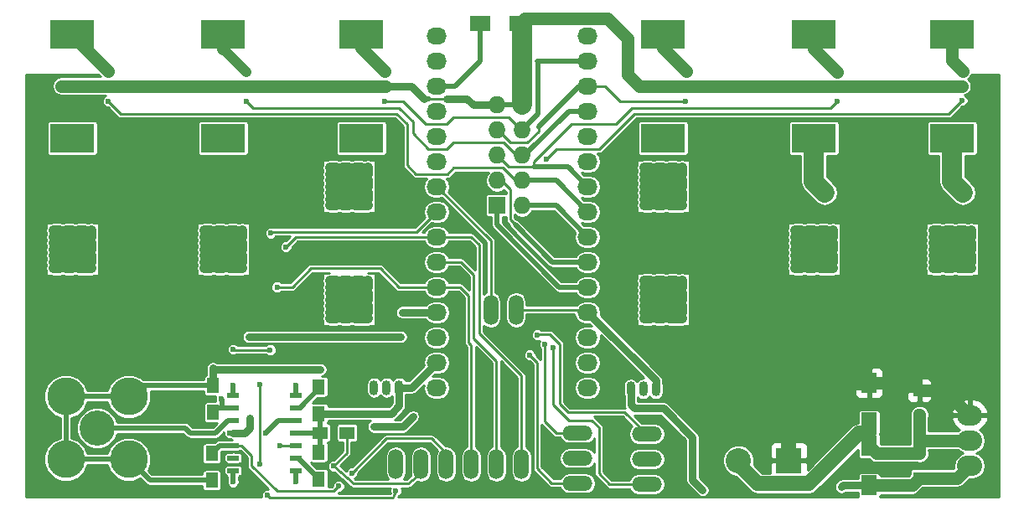
<source format=gtl>
G04 #@! TF.FileFunction,Copper,L1,Top,Signal*
%FSLAX46Y46*%
G04 Gerber Fmt 4.6, Leading zero omitted, Abs format (unit mm)*
G04 Created by KiCad (PCBNEW 4.0.4+e1-6308~48~ubuntu14.04.1-stable) date Sun Sep  4 20:51:27 2016*
%MOMM*%
%LPD*%
G01*
G04 APERTURE LIST*
%ADD10C,0.100000*%
%ADD11R,1.727200X1.727200*%
%ADD12O,1.727200X1.727200*%
%ADD13O,1.506220X3.014980*%
%ADD14R,2.540000X2.540000*%
%ADD15C,2.540000*%
%ADD16R,2.000000X1.600000*%
%ADD17R,1.300000X1.300000*%
%ADD18C,1.300000*%
%ADD19R,1.600000X2.000000*%
%ADD20R,4.500880X2.900680*%
%ADD21C,3.810000*%
%ADD22C,3.556000*%
%ADD23O,2.032000X1.727200*%
%ADD24R,1.300000X1.500000*%
%ADD25R,1.500000X1.300000*%
%ADD26R,1.143000X0.508000*%
%ADD27O,0.899160X1.501140*%
%ADD28O,2.540000X2.032000*%
%ADD29O,3.014980X1.506220*%
%ADD30C,0.600000*%
%ADD31C,1.000000*%
%ADD32C,0.500000*%
%ADD33C,0.750000*%
%ADD34C,1.500000*%
%ADD35C,0.250000*%
%ADD36C,1.250000*%
%ADD37C,2.000000*%
%ADD38C,0.254000*%
G04 APERTURE END LIST*
D10*
D11*
X121666000Y-84455000D03*
D12*
X124206000Y-84455000D03*
X121666000Y-81915000D03*
X124206000Y-81915000D03*
X121666000Y-79375000D03*
X124206000Y-79375000D03*
X121666000Y-76835000D03*
X124206000Y-76835000D03*
X121666000Y-74295000D03*
X124206000Y-74295000D03*
D13*
X124142500Y-110617000D03*
X121602500Y-110617000D03*
X119062500Y-110617000D03*
X116522500Y-110617000D03*
X113982500Y-110617000D03*
X111442500Y-110617000D03*
D14*
X151130000Y-110236000D03*
D15*
X146050000Y-110236000D03*
D16*
X119920000Y-66040000D03*
X123920000Y-66040000D03*
D17*
X164338000Y-103124000D03*
D18*
X164338000Y-105624000D03*
D19*
X159258000Y-102394000D03*
X159258000Y-106394000D03*
X159258000Y-112744000D03*
X159258000Y-108744000D03*
D17*
X164338000Y-112014000D03*
D18*
X164338000Y-109514000D03*
D20*
X167640000Y-77640180D03*
X167640000Y-67139820D03*
X93980000Y-77640180D03*
X93980000Y-67139820D03*
X153670000Y-77640180D03*
X153670000Y-67139820D03*
X78740000Y-77640180D03*
X78740000Y-67139820D03*
X138430000Y-77640180D03*
X138430000Y-67139820D03*
X107950000Y-77640180D03*
X107950000Y-67139820D03*
D13*
X121031000Y-94996000D03*
X123571000Y-94996000D03*
D21*
X78105000Y-110109000D03*
D22*
X81280000Y-106934000D03*
D21*
X84455000Y-110109000D03*
X78105000Y-103759000D03*
X84455000Y-103759000D03*
D23*
X130810000Y-102870000D03*
X130810000Y-100330000D03*
X130810000Y-97790000D03*
X130810000Y-95250000D03*
X130810000Y-92710000D03*
X130810000Y-90170000D03*
X130810000Y-87630000D03*
X130810000Y-85090000D03*
X130810000Y-82550000D03*
X130810000Y-80010000D03*
X130810000Y-77470000D03*
X130810000Y-74930000D03*
X130810000Y-72390000D03*
X130810000Y-69850000D03*
X130810000Y-67310000D03*
X115570000Y-102870000D03*
X115570000Y-100330000D03*
X115570000Y-97790000D03*
X115570000Y-95250000D03*
X115570000Y-92710000D03*
X115570000Y-90170000D03*
X115570000Y-87630000D03*
X115570000Y-85090000D03*
X115570000Y-82550000D03*
X115570000Y-80010000D03*
X115570000Y-77470000D03*
X115570000Y-74930000D03*
X115570000Y-72390000D03*
X115570000Y-69850000D03*
X115570000Y-67310000D03*
D24*
X92964000Y-105363000D03*
X92964000Y-102663000D03*
X92837000Y-109521000D03*
X92837000Y-112221000D03*
D25*
X106506000Y-107442000D03*
X103806000Y-107442000D03*
D24*
X103632000Y-112094000D03*
X103632000Y-109394000D03*
X103632000Y-102790000D03*
X103632000Y-105490000D03*
D26*
X94996000Y-103632000D03*
X94996000Y-104902000D03*
X94996000Y-106172000D03*
X94996000Y-107442000D03*
X94996000Y-108712000D03*
X94996000Y-109982000D03*
X94996000Y-111252000D03*
X101346000Y-111252000D03*
X101346000Y-109982000D03*
X101346000Y-107442000D03*
X101346000Y-106172000D03*
X101346000Y-104902000D03*
X101346000Y-103632000D03*
X101346000Y-108712000D03*
D27*
X110490000Y-102870000D03*
X109220000Y-102870000D03*
X111760000Y-102870000D03*
X136461500Y-102997000D03*
X135191500Y-102997000D03*
X137731500Y-102997000D03*
D28*
X169418000Y-108204000D03*
X169418000Y-110744000D03*
X169418000Y-105664000D03*
D29*
X129794000Y-107442000D03*
X129794000Y-109982000D03*
X129794000Y-112522000D03*
X136779000Y-107569000D03*
X136779000Y-110109000D03*
X136779000Y-112649000D03*
D30*
X108585000Y-95885000D03*
X106045000Y-92075000D03*
X106680000Y-92075000D03*
X107315000Y-92075000D03*
X107950000Y-92075000D03*
X108585000Y-92075000D03*
X108585000Y-92710000D03*
X107950000Y-92710000D03*
X107315000Y-92710000D03*
X106680000Y-92710000D03*
X106045000Y-92710000D03*
X105410000Y-92710000D03*
X104775000Y-92710000D03*
X107950000Y-95885000D03*
X107315000Y-95885000D03*
X106680000Y-95885000D03*
X106045000Y-95885000D03*
X105410000Y-95885000D03*
X104775000Y-95885000D03*
X104775000Y-95250000D03*
X105410000Y-95250000D03*
X106045000Y-95250000D03*
X106680000Y-95250000D03*
X107315000Y-95250000D03*
X107950000Y-95250000D03*
X108585000Y-95250000D03*
X108585000Y-94615000D03*
X107950000Y-94615000D03*
X107315000Y-94615000D03*
X106680000Y-94615000D03*
X106045000Y-94615000D03*
X105410000Y-94615000D03*
X104775000Y-94615000D03*
X104775000Y-93980000D03*
X105410000Y-93980000D03*
X106045000Y-93980000D03*
X106680000Y-93980000D03*
X107315000Y-93980000D03*
X107950000Y-93980000D03*
X108585000Y-93980000D03*
X108585000Y-93345000D03*
X107950000Y-93345000D03*
X107315000Y-93345000D03*
X106680000Y-93345000D03*
X106045000Y-93345000D03*
X105410000Y-93345000D03*
X104775000Y-93345000D03*
X104775000Y-92075000D03*
X105410000Y-92075000D03*
X169545000Y-90805000D03*
X167005000Y-86995000D03*
X167640000Y-86995000D03*
X168275000Y-86995000D03*
X168910000Y-86995000D03*
X169545000Y-86995000D03*
X169545000Y-87630000D03*
X168910000Y-87630000D03*
X168275000Y-87630000D03*
X167640000Y-87630000D03*
X167005000Y-87630000D03*
X166370000Y-87630000D03*
X165735000Y-87630000D03*
X168910000Y-90805000D03*
X168275000Y-90805000D03*
X167640000Y-90805000D03*
X167005000Y-90805000D03*
X166370000Y-90805000D03*
X165735000Y-90805000D03*
X165735000Y-90170000D03*
X166370000Y-90170000D03*
X167005000Y-90170000D03*
X167640000Y-90170000D03*
X168275000Y-90170000D03*
X168910000Y-90170000D03*
X169545000Y-90170000D03*
X169545000Y-89535000D03*
X168910000Y-89535000D03*
X168275000Y-89535000D03*
X167640000Y-89535000D03*
X167005000Y-89535000D03*
X166370000Y-89535000D03*
X165735000Y-89535000D03*
X165735000Y-88900000D03*
X166370000Y-88900000D03*
X167005000Y-88900000D03*
X167640000Y-88900000D03*
X168275000Y-88900000D03*
X168910000Y-88900000D03*
X169545000Y-88900000D03*
X169545000Y-88265000D03*
X168910000Y-88265000D03*
X168275000Y-88265000D03*
X167640000Y-88265000D03*
X167005000Y-88265000D03*
X166370000Y-88265000D03*
X165735000Y-88265000D03*
X165735000Y-86995000D03*
X166370000Y-86995000D03*
X152400000Y-86995000D03*
X151765000Y-86995000D03*
X151765000Y-88265000D03*
X152400000Y-88265000D03*
X153035000Y-88265000D03*
X153670000Y-88265000D03*
X154305000Y-88265000D03*
X154940000Y-88265000D03*
X155575000Y-88265000D03*
X155575000Y-88900000D03*
X154940000Y-88900000D03*
X154305000Y-88900000D03*
X153670000Y-88900000D03*
X153035000Y-88900000D03*
X152400000Y-88900000D03*
X151765000Y-88900000D03*
X151765000Y-89535000D03*
X152400000Y-89535000D03*
X153035000Y-89535000D03*
X153670000Y-89535000D03*
X154305000Y-89535000D03*
X154940000Y-89535000D03*
X155575000Y-89535000D03*
X155575000Y-90170000D03*
X154940000Y-90170000D03*
X154305000Y-90170000D03*
X153670000Y-90170000D03*
X153035000Y-90170000D03*
X152400000Y-90170000D03*
X151765000Y-90170000D03*
X151765000Y-90805000D03*
X152400000Y-90805000D03*
X153035000Y-90805000D03*
X153670000Y-90805000D03*
X154305000Y-90805000D03*
X154940000Y-90805000D03*
X151765000Y-87630000D03*
X152400000Y-87630000D03*
X153035000Y-87630000D03*
X153670000Y-87630000D03*
X154305000Y-87630000D03*
X154940000Y-87630000D03*
X155575000Y-87630000D03*
X155575000Y-86995000D03*
X154940000Y-86995000D03*
X154305000Y-86995000D03*
X153670000Y-86995000D03*
X153035000Y-86995000D03*
X155575000Y-90805000D03*
X140335000Y-95885000D03*
X137795000Y-92075000D03*
X138430000Y-92075000D03*
X139065000Y-92075000D03*
X139700000Y-92075000D03*
X140335000Y-92075000D03*
X140335000Y-92710000D03*
X139700000Y-92710000D03*
X139065000Y-92710000D03*
X138430000Y-92710000D03*
X137795000Y-92710000D03*
X137160000Y-92710000D03*
X136525000Y-92710000D03*
X139700000Y-95885000D03*
X139065000Y-95885000D03*
X138430000Y-95885000D03*
X137795000Y-95885000D03*
X137160000Y-95885000D03*
X136525000Y-95885000D03*
X136525000Y-95250000D03*
X137160000Y-95250000D03*
X137795000Y-95250000D03*
X138430000Y-95250000D03*
X139065000Y-95250000D03*
X139700000Y-95250000D03*
X140335000Y-95250000D03*
X140335000Y-94615000D03*
X139700000Y-94615000D03*
X139065000Y-94615000D03*
X138430000Y-94615000D03*
X137795000Y-94615000D03*
X137160000Y-94615000D03*
X136525000Y-94615000D03*
X136525000Y-93980000D03*
X137160000Y-93980000D03*
X137795000Y-93980000D03*
X138430000Y-93980000D03*
X139065000Y-93980000D03*
X139700000Y-93980000D03*
X140335000Y-93980000D03*
X140335000Y-93345000D03*
X139700000Y-93345000D03*
X139065000Y-93345000D03*
X138430000Y-93345000D03*
X137795000Y-93345000D03*
X137160000Y-93345000D03*
X136525000Y-93345000D03*
X136525000Y-92075000D03*
X137160000Y-92075000D03*
X137160000Y-80645000D03*
X136525000Y-80645000D03*
X136525000Y-81915000D03*
X137160000Y-81915000D03*
X137795000Y-81915000D03*
X138430000Y-81915000D03*
X139065000Y-81915000D03*
X139700000Y-81915000D03*
X140335000Y-81915000D03*
X140335000Y-82550000D03*
X139700000Y-82550000D03*
X139065000Y-82550000D03*
X138430000Y-82550000D03*
X137795000Y-82550000D03*
X137160000Y-82550000D03*
X136525000Y-82550000D03*
X136525000Y-83185000D03*
X137160000Y-83185000D03*
X137795000Y-83185000D03*
X138430000Y-83185000D03*
X139065000Y-83185000D03*
X139700000Y-83185000D03*
X140335000Y-83185000D03*
X140335000Y-83820000D03*
X139700000Y-83820000D03*
X139065000Y-83820000D03*
X138430000Y-83820000D03*
X137795000Y-83820000D03*
X137160000Y-83820000D03*
X136525000Y-83820000D03*
X136525000Y-84455000D03*
X137160000Y-84455000D03*
X137795000Y-84455000D03*
X138430000Y-84455000D03*
X139065000Y-84455000D03*
X139700000Y-84455000D03*
X136525000Y-81280000D03*
X137160000Y-81280000D03*
X137795000Y-81280000D03*
X138430000Y-81280000D03*
X139065000Y-81280000D03*
X139700000Y-81280000D03*
X140335000Y-81280000D03*
X140335000Y-80645000D03*
X139700000Y-80645000D03*
X139065000Y-80645000D03*
X138430000Y-80645000D03*
X137795000Y-80645000D03*
X140335000Y-84455000D03*
X108585000Y-84455000D03*
X106045000Y-80645000D03*
X106680000Y-80645000D03*
X107315000Y-80645000D03*
X107950000Y-80645000D03*
X108585000Y-80645000D03*
X108585000Y-81280000D03*
X107950000Y-81280000D03*
X107315000Y-81280000D03*
X106680000Y-81280000D03*
X106045000Y-81280000D03*
X105410000Y-81280000D03*
X104775000Y-81280000D03*
X107950000Y-84455000D03*
X107315000Y-84455000D03*
X106680000Y-84455000D03*
X106045000Y-84455000D03*
X105410000Y-84455000D03*
X104775000Y-84455000D03*
X104775000Y-83820000D03*
X105410000Y-83820000D03*
X106045000Y-83820000D03*
X106680000Y-83820000D03*
X107315000Y-83820000D03*
X107950000Y-83820000D03*
X108585000Y-83820000D03*
X108585000Y-83185000D03*
X107950000Y-83185000D03*
X107315000Y-83185000D03*
X106680000Y-83185000D03*
X106045000Y-83185000D03*
X105410000Y-83185000D03*
X104775000Y-83185000D03*
X104775000Y-82550000D03*
X105410000Y-82550000D03*
X106045000Y-82550000D03*
X106680000Y-82550000D03*
X107315000Y-82550000D03*
X107950000Y-82550000D03*
X108585000Y-82550000D03*
X108585000Y-81915000D03*
X107950000Y-81915000D03*
X107315000Y-81915000D03*
X106680000Y-81915000D03*
X106045000Y-81915000D03*
X105410000Y-81915000D03*
X104775000Y-81915000D03*
X104775000Y-80645000D03*
X105410000Y-80645000D03*
X92710000Y-86995000D03*
X92075000Y-86995000D03*
X92075000Y-88265000D03*
X92710000Y-88265000D03*
X93345000Y-88265000D03*
X93980000Y-88265000D03*
X94615000Y-88265000D03*
X95250000Y-88265000D03*
X95885000Y-88265000D03*
X95885000Y-88900000D03*
X95250000Y-88900000D03*
X94615000Y-88900000D03*
X93980000Y-88900000D03*
X93345000Y-88900000D03*
X92710000Y-88900000D03*
X92075000Y-88900000D03*
X92075000Y-89535000D03*
X92710000Y-89535000D03*
X93345000Y-89535000D03*
X93980000Y-89535000D03*
X94615000Y-89535000D03*
X95250000Y-89535000D03*
X95885000Y-89535000D03*
X95885000Y-90170000D03*
X95250000Y-90170000D03*
X94615000Y-90170000D03*
X93980000Y-90170000D03*
X93345000Y-90170000D03*
X92710000Y-90170000D03*
X92075000Y-90170000D03*
X92075000Y-90805000D03*
X92710000Y-90805000D03*
X93345000Y-90805000D03*
X93980000Y-90805000D03*
X94615000Y-90805000D03*
X95250000Y-90805000D03*
X92075000Y-87630000D03*
X92710000Y-87630000D03*
X93345000Y-87630000D03*
X93980000Y-87630000D03*
X94615000Y-87630000D03*
X95250000Y-87630000D03*
X95885000Y-87630000D03*
X95885000Y-86995000D03*
X95250000Y-86995000D03*
X94615000Y-86995000D03*
X93980000Y-86995000D03*
X93345000Y-86995000D03*
X95885000Y-90805000D03*
X80645000Y-90805000D03*
X78105000Y-86995000D03*
X78740000Y-86995000D03*
X79375000Y-86995000D03*
X80010000Y-86995000D03*
X80645000Y-86995000D03*
X80645000Y-87630000D03*
X80010000Y-87630000D03*
X79375000Y-87630000D03*
X78740000Y-87630000D03*
X78105000Y-87630000D03*
X77470000Y-87630000D03*
X76835000Y-87630000D03*
X80010000Y-90805000D03*
X79375000Y-90805000D03*
X78740000Y-90805000D03*
X78105000Y-90805000D03*
X77470000Y-90805000D03*
X76835000Y-90805000D03*
X76835000Y-90170000D03*
X77470000Y-90170000D03*
X78105000Y-90170000D03*
X78740000Y-90170000D03*
X79375000Y-90170000D03*
X80010000Y-90170000D03*
X80645000Y-90170000D03*
X80645000Y-89535000D03*
X80010000Y-89535000D03*
X79375000Y-89535000D03*
X78740000Y-89535000D03*
X78105000Y-89535000D03*
X77470000Y-89535000D03*
X76835000Y-89535000D03*
X76835000Y-88900000D03*
X77470000Y-88900000D03*
X78105000Y-88900000D03*
X78740000Y-88900000D03*
X79375000Y-88900000D03*
X80010000Y-88900000D03*
X80645000Y-88900000D03*
X80645000Y-88265000D03*
X80010000Y-88265000D03*
X79375000Y-88265000D03*
X78740000Y-88265000D03*
X78105000Y-88265000D03*
X77470000Y-88265000D03*
X76835000Y-88265000D03*
X76835000Y-86995000D03*
X77470000Y-86995000D03*
X103822500Y-101028500D03*
X136077960Y-72390000D03*
X92837000Y-112268000D03*
X92964000Y-102616000D03*
X103806000Y-107442000D03*
X110363000Y-72390000D03*
X105537000Y-72390000D03*
X96393000Y-72390000D03*
X91567000Y-72390000D03*
X77657960Y-72390000D03*
X82423000Y-72390000D03*
X168656000Y-72390000D03*
X163957000Y-72390000D03*
X155956000Y-72390000D03*
X151257000Y-72390000D03*
X140843000Y-72390000D03*
X124968000Y-99568000D03*
X168656000Y-73850500D03*
X126619000Y-79756000D03*
X127317500Y-98869500D03*
X82359500Y-73914000D03*
X156019500Y-73914000D03*
X126492000Y-98488500D03*
X125730000Y-97536000D03*
X96329500Y-73914000D03*
X140716000Y-73914000D03*
X110299500Y-73914000D03*
X142430500Y-113220500D03*
X156464000Y-112903000D03*
X113157000Y-105791000D03*
X109220000Y-106807000D03*
X96647000Y-105981500D03*
X96583500Y-97726500D03*
X112077500Y-95250000D03*
X111950500Y-97726500D03*
X109283500Y-97726500D03*
X98806000Y-87249000D03*
X98742500Y-99060000D03*
X94996000Y-98996500D03*
X94996000Y-102616000D03*
X158750000Y-82550000D03*
X158750000Y-81280000D03*
X157480000Y-82550000D03*
X157480000Y-81280000D03*
X86995000Y-81280000D03*
X86995000Y-82550000D03*
X85725000Y-81280000D03*
X85725000Y-82550000D03*
X168722040Y-70888860D03*
X167513000Y-67056000D03*
X96332040Y-70939998D03*
X93980000Y-67183000D03*
X156022040Y-70939998D03*
X153543000Y-67056000D03*
X82362040Y-70888860D03*
X78740000Y-67183000D03*
X140782040Y-70888860D03*
X138176000Y-67183000D03*
X110302040Y-70888860D03*
X107950000Y-67183000D03*
X93789500Y-104013000D03*
X106997500Y-111506000D03*
X105664000Y-112839500D03*
X94996000Y-109982000D03*
X105156000Y-110807500D03*
X99758500Y-108775500D03*
X101346000Y-109982000D03*
X111442500Y-113284000D03*
X98488500Y-113728500D03*
X98298000Y-107442000D03*
X101346000Y-104902000D03*
X168762680Y-83151980D03*
X93980000Y-77724000D03*
X154792680Y-83151980D03*
X78740000Y-77724000D03*
X138430000Y-77640180D03*
X107950000Y-77640180D03*
X97663000Y-110617000D03*
X97663000Y-102552500D03*
X99441000Y-92710000D03*
X94996000Y-112395000D03*
X101346000Y-112395000D03*
X100330000Y-88646000D03*
X101346000Y-102616000D03*
D31*
X107950000Y-95885000D02*
X108585000Y-95885000D01*
X106045000Y-92075000D02*
X106680000Y-92075000D01*
X107315000Y-92075000D02*
X107950000Y-92075000D01*
X108585000Y-92075000D02*
X108585000Y-92710000D01*
X107950000Y-92710000D02*
X107315000Y-92710000D01*
X106680000Y-92710000D02*
X106045000Y-92710000D01*
X104775000Y-92710000D02*
X105410000Y-92710000D01*
X107315000Y-95885000D02*
X107950000Y-95885000D01*
X106045000Y-95885000D02*
X106680000Y-95885000D01*
X104775000Y-95885000D02*
X105410000Y-95885000D01*
X105410000Y-95250000D02*
X104775000Y-95250000D01*
X106680000Y-95250000D02*
X106045000Y-95250000D01*
X107950000Y-95250000D02*
X107315000Y-95250000D01*
X108585000Y-94615000D02*
X108585000Y-95250000D01*
X107315000Y-94615000D02*
X107950000Y-94615000D01*
X106045000Y-94615000D02*
X106680000Y-94615000D01*
X104775000Y-94615000D02*
X105410000Y-94615000D01*
X105410000Y-93980000D02*
X104775000Y-93980000D01*
X106680000Y-93980000D02*
X106045000Y-93980000D01*
X107950000Y-93980000D02*
X107315000Y-93980000D01*
X108585000Y-93345000D02*
X108585000Y-93980000D01*
X107315000Y-93345000D02*
X107950000Y-93345000D01*
X106045000Y-93345000D02*
X106680000Y-93345000D01*
X104775000Y-93345000D02*
X105410000Y-93345000D01*
X104775000Y-92075000D02*
X105410000Y-92075000D01*
X168910000Y-90805000D02*
X169545000Y-90805000D01*
X167005000Y-86995000D02*
X167640000Y-86995000D01*
X168275000Y-86995000D02*
X168910000Y-86995000D01*
X169545000Y-86995000D02*
X169545000Y-87630000D01*
X168910000Y-87630000D02*
X168275000Y-87630000D01*
X167640000Y-87630000D02*
X167005000Y-87630000D01*
X165735000Y-87630000D02*
X166370000Y-87630000D01*
X168275000Y-90805000D02*
X168910000Y-90805000D01*
X167005000Y-90805000D02*
X167640000Y-90805000D01*
X165735000Y-90805000D02*
X166370000Y-90805000D01*
X166370000Y-90170000D02*
X165735000Y-90170000D01*
X167640000Y-90170000D02*
X167005000Y-90170000D01*
X168910000Y-90170000D02*
X168275000Y-90170000D01*
X169545000Y-89535000D02*
X169545000Y-90170000D01*
X168275000Y-89535000D02*
X168910000Y-89535000D01*
X167005000Y-89535000D02*
X167640000Y-89535000D01*
X165735000Y-89535000D02*
X166370000Y-89535000D01*
X166370000Y-88900000D02*
X165735000Y-88900000D01*
X167640000Y-88900000D02*
X167005000Y-88900000D01*
X168910000Y-88900000D02*
X168275000Y-88900000D01*
X169545000Y-88265000D02*
X169545000Y-88900000D01*
X168275000Y-88265000D02*
X168910000Y-88265000D01*
X167005000Y-88265000D02*
X167640000Y-88265000D01*
X165735000Y-88265000D02*
X166370000Y-88265000D01*
X165735000Y-86995000D02*
X166370000Y-86995000D01*
X151765000Y-86995000D02*
X152400000Y-86995000D01*
X151765000Y-88265000D02*
X152400000Y-88265000D01*
X153035000Y-88265000D02*
X153670000Y-88265000D01*
X154305000Y-88265000D02*
X154940000Y-88265000D01*
X155575000Y-88265000D02*
X155575000Y-88900000D01*
X154940000Y-88900000D02*
X154305000Y-88900000D01*
X153670000Y-88900000D02*
X153035000Y-88900000D01*
X152400000Y-88900000D02*
X151765000Y-88900000D01*
X151765000Y-89535000D02*
X152400000Y-89535000D01*
X153035000Y-89535000D02*
X153670000Y-89535000D01*
X154305000Y-89535000D02*
X154940000Y-89535000D01*
X155575000Y-89535000D02*
X155575000Y-90170000D01*
X154940000Y-90170000D02*
X154305000Y-90170000D01*
X153670000Y-90170000D02*
X153035000Y-90170000D01*
X152400000Y-90170000D02*
X151765000Y-90170000D01*
X151765000Y-90805000D02*
X152400000Y-90805000D01*
X153035000Y-90805000D02*
X153670000Y-90805000D01*
X154305000Y-90805000D02*
X154940000Y-90805000D01*
X151765000Y-87630000D02*
X152400000Y-87630000D01*
X153670000Y-87630000D02*
X153035000Y-87630000D01*
X154940000Y-87630000D02*
X154305000Y-87630000D01*
X155575000Y-86995000D02*
X155575000Y-87630000D01*
X154305000Y-86995000D02*
X154940000Y-86995000D01*
X153035000Y-86995000D02*
X153670000Y-86995000D01*
X154940000Y-90805000D02*
X155575000Y-90805000D01*
X139700000Y-95885000D02*
X140335000Y-95885000D01*
X137795000Y-92075000D02*
X138430000Y-92075000D01*
X139065000Y-92075000D02*
X139700000Y-92075000D01*
X140335000Y-92075000D02*
X140335000Y-92710000D01*
X139700000Y-92710000D02*
X139065000Y-92710000D01*
X138430000Y-92710000D02*
X137795000Y-92710000D01*
X136525000Y-92710000D02*
X137160000Y-92710000D01*
X139065000Y-95885000D02*
X139700000Y-95885000D01*
X137795000Y-95885000D02*
X138430000Y-95885000D01*
X136525000Y-95885000D02*
X137160000Y-95885000D01*
X137160000Y-95250000D02*
X136525000Y-95250000D01*
X138430000Y-95250000D02*
X137795000Y-95250000D01*
X139700000Y-95250000D02*
X139065000Y-95250000D01*
X140335000Y-94615000D02*
X140335000Y-95250000D01*
X139065000Y-94615000D02*
X139700000Y-94615000D01*
X137795000Y-94615000D02*
X138430000Y-94615000D01*
X136525000Y-94615000D02*
X137160000Y-94615000D01*
X137160000Y-93980000D02*
X136525000Y-93980000D01*
X138430000Y-93980000D02*
X137795000Y-93980000D01*
X139700000Y-93980000D02*
X139065000Y-93980000D01*
X140335000Y-93345000D02*
X140335000Y-93980000D01*
X139065000Y-93345000D02*
X139700000Y-93345000D01*
X137795000Y-93345000D02*
X138430000Y-93345000D01*
X136525000Y-93345000D02*
X137160000Y-93345000D01*
X136525000Y-92075000D02*
X137160000Y-92075000D01*
X136525000Y-80645000D02*
X137160000Y-80645000D01*
X136525000Y-81915000D02*
X137160000Y-81915000D01*
X137795000Y-81915000D02*
X138430000Y-81915000D01*
X139065000Y-81915000D02*
X139700000Y-81915000D01*
X140335000Y-81915000D02*
X140335000Y-82550000D01*
X139700000Y-82550000D02*
X139065000Y-82550000D01*
X138430000Y-82550000D02*
X137795000Y-82550000D01*
X137160000Y-82550000D02*
X136525000Y-82550000D01*
X136525000Y-83185000D02*
X137160000Y-83185000D01*
X137795000Y-83185000D02*
X138430000Y-83185000D01*
X139065000Y-83185000D02*
X139700000Y-83185000D01*
X140335000Y-83185000D02*
X140335000Y-83820000D01*
X139700000Y-83820000D02*
X139065000Y-83820000D01*
X138430000Y-83820000D02*
X137795000Y-83820000D01*
X137160000Y-83820000D02*
X136525000Y-83820000D01*
X136525000Y-84455000D02*
X137160000Y-84455000D01*
X137795000Y-84455000D02*
X138430000Y-84455000D01*
X139065000Y-84455000D02*
X139700000Y-84455000D01*
X136525000Y-81280000D02*
X137160000Y-81280000D01*
X138430000Y-81280000D02*
X137795000Y-81280000D01*
X139700000Y-81280000D02*
X139065000Y-81280000D01*
X140335000Y-80645000D02*
X140335000Y-81280000D01*
X139065000Y-80645000D02*
X139700000Y-80645000D01*
X137795000Y-80645000D02*
X138430000Y-80645000D01*
X139700000Y-84455000D02*
X140335000Y-84455000D01*
X107950000Y-84455000D02*
X108585000Y-84455000D01*
X106045000Y-80645000D02*
X106680000Y-80645000D01*
X107315000Y-80645000D02*
X107950000Y-80645000D01*
X108585000Y-80645000D02*
X108585000Y-81280000D01*
X107950000Y-81280000D02*
X107315000Y-81280000D01*
X106680000Y-81280000D02*
X106045000Y-81280000D01*
X104775000Y-81280000D02*
X105410000Y-81280000D01*
X107315000Y-84455000D02*
X107950000Y-84455000D01*
X106045000Y-84455000D02*
X106680000Y-84455000D01*
X104775000Y-84455000D02*
X105410000Y-84455000D01*
X105410000Y-83820000D02*
X104775000Y-83820000D01*
X106680000Y-83820000D02*
X106045000Y-83820000D01*
X107950000Y-83820000D02*
X107315000Y-83820000D01*
X108585000Y-83185000D02*
X108585000Y-83820000D01*
X107315000Y-83185000D02*
X107950000Y-83185000D01*
X106045000Y-83185000D02*
X106680000Y-83185000D01*
X104775000Y-83185000D02*
X105410000Y-83185000D01*
X105410000Y-82550000D02*
X104775000Y-82550000D01*
X106680000Y-82550000D02*
X106045000Y-82550000D01*
X107950000Y-82550000D02*
X107315000Y-82550000D01*
X108585000Y-81915000D02*
X108585000Y-82550000D01*
X107315000Y-81915000D02*
X107950000Y-81915000D01*
X106045000Y-81915000D02*
X106680000Y-81915000D01*
X104775000Y-81915000D02*
X105410000Y-81915000D01*
X104775000Y-80645000D02*
X105410000Y-80645000D01*
X92075000Y-86995000D02*
X92710000Y-86995000D01*
X92075000Y-88265000D02*
X92710000Y-88265000D01*
X93345000Y-88265000D02*
X93980000Y-88265000D01*
X94615000Y-88265000D02*
X95250000Y-88265000D01*
X95885000Y-88265000D02*
X95885000Y-88900000D01*
X95250000Y-88900000D02*
X94615000Y-88900000D01*
X93980000Y-88900000D02*
X93345000Y-88900000D01*
X92710000Y-88900000D02*
X92075000Y-88900000D01*
X92075000Y-89535000D02*
X92710000Y-89535000D01*
X93345000Y-89535000D02*
X93980000Y-89535000D01*
X94615000Y-89535000D02*
X95250000Y-89535000D01*
X95885000Y-89535000D02*
X95885000Y-90170000D01*
X95250000Y-90170000D02*
X94615000Y-90170000D01*
X93980000Y-90170000D02*
X93345000Y-90170000D01*
X92710000Y-90170000D02*
X92075000Y-90170000D01*
X92075000Y-90805000D02*
X92710000Y-90805000D01*
X93345000Y-90805000D02*
X93980000Y-90805000D01*
X94615000Y-90805000D02*
X95250000Y-90805000D01*
X92075000Y-87630000D02*
X92710000Y-87630000D01*
X93980000Y-87630000D02*
X93345000Y-87630000D01*
X95250000Y-87630000D02*
X94615000Y-87630000D01*
X95885000Y-86995000D02*
X95885000Y-87630000D01*
X94615000Y-86995000D02*
X95250000Y-86995000D01*
X93345000Y-86995000D02*
X93980000Y-86995000D01*
X95250000Y-90805000D02*
X95885000Y-90805000D01*
X80010000Y-90805000D02*
X80645000Y-90805000D01*
X78105000Y-86995000D02*
X78740000Y-86995000D01*
X79375000Y-86995000D02*
X80010000Y-86995000D01*
X80645000Y-86995000D02*
X80645000Y-87630000D01*
X80010000Y-87630000D02*
X79375000Y-87630000D01*
X78740000Y-87630000D02*
X78105000Y-87630000D01*
X76835000Y-87630000D02*
X77470000Y-87630000D01*
X79375000Y-90805000D02*
X80010000Y-90805000D01*
X78105000Y-90805000D02*
X78740000Y-90805000D01*
X76835000Y-90805000D02*
X77470000Y-90805000D01*
X77470000Y-90170000D02*
X76835000Y-90170000D01*
X78740000Y-90170000D02*
X78105000Y-90170000D01*
X80010000Y-90170000D02*
X79375000Y-90170000D01*
X80645000Y-89535000D02*
X80645000Y-90170000D01*
X79375000Y-89535000D02*
X80010000Y-89535000D01*
X78105000Y-89535000D02*
X78740000Y-89535000D01*
X76835000Y-89535000D02*
X77470000Y-89535000D01*
X77470000Y-88900000D02*
X76835000Y-88900000D01*
X78740000Y-88900000D02*
X78105000Y-88900000D01*
X80010000Y-88900000D02*
X79375000Y-88900000D01*
X80645000Y-88265000D02*
X80645000Y-88900000D01*
X79375000Y-88265000D02*
X80010000Y-88265000D01*
X78105000Y-88265000D02*
X78740000Y-88265000D01*
X76835000Y-88265000D02*
X77470000Y-88265000D01*
X76835000Y-86995000D02*
X77470000Y-86995000D01*
D32*
X92837000Y-112221000D02*
X86567000Y-112221000D01*
X86567000Y-112221000D02*
X84455000Y-110109000D01*
X78105000Y-110109000D02*
X84455000Y-110109000D01*
X78105000Y-103759000D02*
X78105000Y-110109000D01*
X84455000Y-103759000D02*
X78105000Y-103759000D01*
X92964000Y-102663000D02*
X85551000Y-102663000D01*
X85551000Y-102663000D02*
X84455000Y-103759000D01*
D33*
X137731500Y-102997000D02*
X137731500Y-102171500D01*
X137731500Y-102171500D02*
X130810000Y-95250000D01*
D34*
X146050000Y-110236000D02*
X146050000Y-110617000D01*
X146050000Y-110617000D02*
X148018500Y-112585500D01*
X148018500Y-112585500D02*
X153162000Y-112585500D01*
X153162000Y-112585500D02*
X158242000Y-107505500D01*
X158242000Y-107505500D02*
X159258000Y-107505500D01*
D33*
X103632000Y-105490000D02*
X110981500Y-105490000D01*
X111760000Y-104711500D02*
X111760000Y-102870000D01*
X110981500Y-105490000D02*
X111760000Y-104711500D01*
X92964000Y-102663000D02*
X92964000Y-100901500D01*
X93091000Y-101028500D02*
X103822500Y-101028500D01*
X92964000Y-100901500D02*
X93091000Y-101028500D01*
X111760000Y-102870000D02*
X113030000Y-102870000D01*
X113030000Y-102870000D02*
X115570000Y-100330000D01*
D35*
X123571000Y-94996000D02*
X130556000Y-94996000D01*
X130556000Y-94996000D02*
X130810000Y-95250000D01*
X114808000Y-73660000D02*
X116586000Y-73660000D01*
D33*
X113030000Y-72390000D02*
X114300000Y-73660000D01*
D32*
X114300000Y-73660000D02*
X114808000Y-73660000D01*
D33*
X110363000Y-72390000D02*
X113030000Y-72390000D01*
X119253000Y-74295000D02*
X118618000Y-73660000D01*
X118618000Y-73660000D02*
X116586000Y-73660000D01*
X119253000Y-74295000D02*
X121666000Y-74295000D01*
D36*
X124428000Y-65532000D02*
X129540000Y-65532000D01*
X129540000Y-65532000D02*
X132842000Y-65532000D01*
X132842000Y-65532000D02*
X134874000Y-67564000D01*
X134874000Y-67564000D02*
X134874000Y-71186040D01*
X134874000Y-71186040D02*
X136077960Y-72390000D01*
X136077960Y-72390000D02*
X140843000Y-72390000D01*
D32*
X124428000Y-65532000D02*
X123920000Y-66040000D01*
D37*
X124206000Y-74295000D02*
X124206000Y-66326000D01*
D32*
X124206000Y-66326000D02*
X123920000Y-66040000D01*
X121666000Y-74295000D02*
X124206000Y-74295000D01*
X92837000Y-112268000D02*
X92837000Y-112221000D01*
X92964000Y-102616000D02*
X92964000Y-102663000D01*
X101346000Y-107442000D02*
X103806000Y-107442000D01*
X103806000Y-107442000D02*
X103806000Y-109220000D01*
X103806000Y-109220000D02*
X103632000Y-109394000D01*
X103806000Y-107442000D02*
X103806000Y-105664000D01*
X103806000Y-105664000D02*
X103632000Y-105490000D01*
D36*
X164338000Y-109514000D02*
X160028000Y-109514000D01*
X160028000Y-109514000D02*
X159258000Y-108744000D01*
X159258000Y-108744000D02*
X159258000Y-107505500D01*
X159258000Y-107505500D02*
X159258000Y-107442000D01*
X159258000Y-107442000D02*
X159258000Y-106394000D01*
X169418000Y-108204000D02*
X164338000Y-108204000D01*
X164338000Y-109514000D02*
X164338000Y-108204000D01*
X164338000Y-108204000D02*
X164338000Y-105624000D01*
X105537000Y-72390000D02*
X110363000Y-72390000D01*
X96393000Y-72390000D02*
X99822000Y-72390000D01*
X99822000Y-72390000D02*
X105537000Y-72390000D01*
X91567000Y-72390000D02*
X96393000Y-72390000D01*
X82423000Y-72390000D02*
X91567000Y-72390000D01*
X82423000Y-72390000D02*
X77657960Y-72390000D01*
X163957000Y-72390000D02*
X168656000Y-72390000D01*
X155956000Y-72390000D02*
X163957000Y-72390000D01*
X151257000Y-72390000D02*
X155956000Y-72390000D01*
X140843000Y-72390000D02*
X145796000Y-72390000D01*
X145796000Y-72390000D02*
X151257000Y-72390000D01*
D35*
X124460000Y-66580000D02*
X123920000Y-66040000D01*
X127190500Y-112522000D02*
X129794000Y-112522000D01*
X125730000Y-111061500D02*
X127190500Y-112522000D01*
X125730000Y-100330000D02*
X125730000Y-111061500D01*
X124968000Y-99568000D02*
X125730000Y-100330000D01*
D32*
X121666000Y-84455000D02*
X121666000Y-86423500D01*
X127952500Y-92710000D02*
X130810000Y-92710000D01*
X121666000Y-86423500D02*
X127952500Y-92710000D01*
D35*
X129476500Y-78740000D02*
X127635000Y-78740000D01*
X129476500Y-78740000D02*
X132016500Y-78740000D01*
X132016500Y-78740000D02*
X135572500Y-75184000D01*
X135572500Y-75184000D02*
X167322500Y-75184000D01*
X167322500Y-75184000D02*
X168656000Y-73850500D01*
X127635000Y-78740000D02*
X126619000Y-79756000D01*
D32*
X123475750Y-86391750D02*
X127254000Y-90170000D01*
X127254000Y-90170000D02*
X130810000Y-90170000D01*
D35*
X121666000Y-81915000D02*
X122047000Y-81915000D01*
X122047000Y-81915000D02*
X122999500Y-82867500D01*
X122999500Y-82867500D02*
X122999500Y-85915500D01*
X122999500Y-85915500D02*
X123475750Y-86391750D01*
X123475750Y-86391750D02*
X123507500Y-86423500D01*
X133032500Y-112649000D02*
X136779000Y-112649000D01*
X131953000Y-111569500D02*
X133032500Y-112649000D01*
X131953000Y-106870500D02*
X131953000Y-111569500D01*
X131254500Y-106172000D02*
X131953000Y-106870500D01*
X128905000Y-106172000D02*
X131254500Y-106172000D01*
X127317500Y-104584500D02*
X128905000Y-106172000D01*
X127317500Y-98869500D02*
X127317500Y-104584500D01*
D32*
X124206000Y-84455000D02*
X127635000Y-84455000D01*
X127635000Y-84455000D02*
X130810000Y-87630000D01*
D35*
X124206000Y-81915000D02*
X123507500Y-81915000D01*
X123507500Y-81915000D02*
X122237500Y-80645000D01*
X83629500Y-75184000D02*
X82359500Y-73914000D01*
X111506000Y-75184000D02*
X83629500Y-75184000D01*
X112585500Y-76263500D02*
X111506000Y-75184000D01*
X112585500Y-80391000D02*
X112585500Y-76263500D01*
X113474500Y-81280000D02*
X112585500Y-80391000D01*
X116649500Y-81280000D02*
X113474500Y-81280000D01*
X117284500Y-80645000D02*
X116649500Y-81280000D01*
X122237500Y-80645000D02*
X117284500Y-80645000D01*
D32*
X124206000Y-81915000D02*
X127635000Y-81915000D01*
X127635000Y-81915000D02*
X130810000Y-85090000D01*
D35*
X125349000Y-80581500D02*
X125349000Y-80073500D01*
X155321000Y-74612500D02*
X156019500Y-73914000D01*
X135255000Y-74612500D02*
X155321000Y-74612500D01*
X133667500Y-76200000D02*
X135255000Y-74612500D01*
X129222500Y-76200000D02*
X133667500Y-76200000D01*
X125349000Y-80073500D02*
X129222500Y-76200000D01*
D32*
X125349000Y-80581500D02*
X128841500Y-80581500D01*
D35*
X122872500Y-80581500D02*
X125349000Y-80581500D01*
X121666000Y-79375000D02*
X122872500Y-80581500D01*
D32*
X128841500Y-80581500D02*
X130810000Y-82550000D01*
D35*
X127635000Y-107442000D02*
X129794000Y-107442000D01*
X126492000Y-106299000D02*
X127635000Y-107442000D01*
X126492000Y-98488500D02*
X126492000Y-106299000D01*
X134556500Y-105346500D02*
X136779000Y-107569000D01*
X128841500Y-105346500D02*
X134556500Y-105346500D01*
X128016000Y-104521000D02*
X128841500Y-105346500D01*
X128016000Y-98488500D02*
X128016000Y-104521000D01*
X127000000Y-97472500D02*
X128016000Y-98488500D01*
X125793500Y-97472500D02*
X127000000Y-97472500D01*
X125730000Y-97536000D02*
X125793500Y-97472500D01*
X124206000Y-79375000D02*
X123571000Y-79375000D01*
X123571000Y-79375000D02*
X122301000Y-78105000D01*
X97028000Y-74612500D02*
X96329500Y-73914000D01*
X111760000Y-74612500D02*
X97028000Y-74612500D01*
X113157000Y-76009500D02*
X111760000Y-74612500D01*
X113157000Y-77152500D02*
X113157000Y-76009500D01*
X114744500Y-78740000D02*
X113157000Y-77152500D01*
X116586000Y-78740000D02*
X114744500Y-78740000D01*
X117221000Y-78105000D02*
X116586000Y-78740000D01*
X122301000Y-78105000D02*
X117221000Y-78105000D01*
D32*
X124206000Y-79375000D02*
X124460000Y-79375000D01*
X124460000Y-79375000D02*
X128905000Y-74930000D01*
X128905000Y-74930000D02*
X130810000Y-74930000D01*
X125857000Y-76581000D02*
X125857000Y-76454000D01*
D35*
X125857000Y-76962000D02*
X125857000Y-76581000D01*
X124714000Y-78105000D02*
X125857000Y-76962000D01*
X122999500Y-78105000D02*
X124714000Y-78105000D01*
X121729500Y-76835000D02*
X122999500Y-78105000D01*
D32*
X125857000Y-76454000D02*
X129921000Y-72390000D01*
X129921000Y-72390000D02*
X130810000Y-72390000D01*
D35*
X121666000Y-76835000D02*
X121729500Y-76835000D01*
X130810000Y-72390000D02*
X132588000Y-72390000D01*
X134112000Y-73914000D02*
X140716000Y-73914000D01*
X132588000Y-72390000D02*
X134112000Y-73914000D01*
X124206000Y-76835000D02*
X124142500Y-76835000D01*
X124142500Y-76835000D02*
X122872500Y-75565000D01*
X112141000Y-73914000D02*
X110299500Y-73914000D01*
X114427000Y-76200000D02*
X112141000Y-73914000D01*
X116586000Y-76200000D02*
X114427000Y-76200000D01*
X117221000Y-75565000D02*
X116586000Y-76200000D01*
X122872500Y-75565000D02*
X117221000Y-75565000D01*
D32*
X130810000Y-69850000D02*
X125730000Y-69850000D01*
X125793500Y-75247500D02*
X124206000Y-76835000D01*
X125793500Y-69913500D02*
X125793500Y-75247500D01*
X125730000Y-69850000D02*
X125793500Y-69913500D01*
D33*
X159258000Y-112744000D02*
X156623000Y-112744000D01*
X135191500Y-104584500D02*
X135191500Y-102997000D01*
X135572500Y-104965500D02*
X135191500Y-104584500D01*
X138493500Y-104965500D02*
X135572500Y-104965500D01*
X141414500Y-107886500D02*
X138493500Y-104965500D01*
X141414500Y-112204500D02*
X141414500Y-107886500D01*
X142430500Y-113220500D02*
X141414500Y-112204500D01*
X156623000Y-112744000D02*
X156464000Y-112903000D01*
X113157000Y-105791000D02*
X112141000Y-106807000D01*
X112141000Y-106807000D02*
X109220000Y-106807000D01*
X109283500Y-97726500D02*
X96583500Y-97726500D01*
X96202500Y-107442000D02*
X94996000Y-107442000D01*
X96647000Y-106997500D02*
X96202500Y-107442000D01*
X96647000Y-105981500D02*
X96647000Y-106997500D01*
X112077500Y-95250000D02*
X115570000Y-95250000D01*
X109283500Y-97726500D02*
X111950500Y-97726500D01*
D36*
X159258000Y-112744000D02*
X163608000Y-112744000D01*
X163608000Y-112744000D02*
X164338000Y-112014000D01*
X164338000Y-112014000D02*
X168148000Y-112014000D01*
X168148000Y-112014000D02*
X169418000Y-110744000D01*
D32*
X115570000Y-95250000D02*
X116078000Y-95250000D01*
D35*
X113538000Y-87122000D02*
X115570000Y-85090000D01*
X98933000Y-87122000D02*
X113538000Y-87122000D01*
X98806000Y-87249000D02*
X98933000Y-87122000D01*
X95059500Y-99060000D02*
X98742500Y-99060000D01*
X94996000Y-98996500D02*
X95059500Y-99060000D01*
D32*
X94996000Y-103632000D02*
X94996000Y-102616000D01*
D35*
X121031000Y-94996000D02*
X121031000Y-88011000D01*
X121031000Y-88011000D02*
X115570000Y-82550000D01*
D32*
X119920000Y-66040000D02*
X119920000Y-69881500D01*
X117411500Y-72390000D02*
X115570000Y-72390000D01*
X119920000Y-69881500D02*
X117411500Y-72390000D01*
D34*
X158750000Y-101886000D02*
X158750000Y-82550000D01*
X158750000Y-101886000D02*
X159258000Y-102394000D01*
X151130000Y-110236000D02*
X151130000Y-108204000D01*
X156940000Y-102394000D02*
X159258000Y-102394000D01*
X151130000Y-108204000D02*
X156940000Y-102394000D01*
D36*
X159258000Y-102394000D02*
X163608000Y-102394000D01*
X163608000Y-102394000D02*
X164338000Y-103124000D01*
X164338000Y-103124000D02*
X166878000Y-103124000D01*
X166878000Y-103124000D02*
X169418000Y-105664000D01*
X167640000Y-67139820D02*
X167640000Y-69806820D01*
X167640000Y-69806820D02*
X168722040Y-70888860D01*
X167513000Y-67056000D02*
X167596820Y-67139820D01*
X167596820Y-67139820D02*
X167640000Y-67139820D01*
D31*
X96332040Y-70939998D02*
X93980000Y-68587958D01*
X93980000Y-68587958D02*
X93980000Y-67139820D01*
D36*
X93980000Y-68587958D02*
X93980000Y-67139820D01*
X93980000Y-67183000D02*
X93980000Y-67139820D01*
X156022040Y-70939998D02*
X153670000Y-68587958D01*
X153670000Y-68587958D02*
X153670000Y-67139820D01*
X153543000Y-67056000D02*
X153626820Y-67139820D01*
X153626820Y-67139820D02*
X153670000Y-67139820D01*
X82362040Y-70888860D02*
X78740000Y-67266820D01*
X78740000Y-67266820D02*
X78740000Y-67139820D01*
X78740000Y-67183000D02*
X78740000Y-67139820D01*
X140782040Y-70888860D02*
X138430000Y-68536820D01*
X138430000Y-68536820D02*
X138430000Y-67139820D01*
X138176000Y-67183000D02*
X138219180Y-67139820D01*
X138219180Y-67139820D02*
X138430000Y-67139820D01*
X138430000Y-67139820D02*
X138430000Y-67310000D01*
X110302040Y-70888860D02*
X107950000Y-68536820D01*
X107950000Y-68536820D02*
X107950000Y-67139820D01*
X107950000Y-67183000D02*
X107950000Y-67139820D01*
D32*
X81280000Y-106934000D02*
X90170000Y-106934000D01*
X93218000Y-107442000D02*
X94488000Y-106172000D01*
X90678000Y-107442000D02*
X93218000Y-107442000D01*
X90170000Y-106934000D02*
X90678000Y-107442000D01*
X94488000Y-106172000D02*
X94996000Y-106172000D01*
X94996000Y-106172000D02*
X94488000Y-106172000D01*
X93789500Y-104013000D02*
X93853000Y-104076500D01*
X93853000Y-104076500D02*
X93853000Y-104902000D01*
X94996000Y-104902000D02*
X93853000Y-104902000D01*
X93853000Y-104902000D02*
X93425000Y-104902000D01*
X93425000Y-104902000D02*
X92964000Y-105363000D01*
D35*
X116522500Y-110617000D02*
X116522500Y-109474000D01*
X116522500Y-109474000D02*
X115062000Y-108013500D01*
X115062000Y-108013500D02*
X110490000Y-108013500D01*
X110490000Y-108013500D02*
X106997500Y-111506000D01*
X105664000Y-112839500D02*
X105156000Y-113347500D01*
X105156000Y-113347500D02*
X99441000Y-113347500D01*
X99441000Y-113347500D02*
X96837500Y-110744000D01*
X96837500Y-110744000D02*
X96837500Y-109728000D01*
X96837500Y-109728000D02*
X95821500Y-108712000D01*
X95821500Y-108712000D02*
X94996000Y-108712000D01*
D32*
X94996000Y-108712000D02*
X93646000Y-108712000D01*
X93646000Y-108712000D02*
X92837000Y-109521000D01*
D35*
X113982500Y-110617000D02*
X113982500Y-111506000D01*
X113982500Y-111506000D02*
X112649000Y-112585500D01*
X112649000Y-112585500D02*
X107188000Y-112585500D01*
X107188000Y-112585500D02*
X105156000Y-110807500D01*
X101346000Y-108712000D02*
X99822000Y-108712000D01*
X106506000Y-109457500D02*
X106506000Y-107442000D01*
X105156000Y-110807500D02*
X106506000Y-109457500D01*
X99822000Y-108712000D02*
X99758500Y-108775500D01*
D32*
X101346000Y-109982000D02*
X101600000Y-109982000D01*
X101600000Y-109982000D02*
X103632000Y-112014000D01*
X103632000Y-112014000D02*
X103632000Y-112094000D01*
D35*
X98488500Y-113728500D02*
X98742500Y-113982500D01*
X111188500Y-113982500D02*
X111442500Y-113284000D01*
X98742500Y-113982500D02*
X111188500Y-113982500D01*
D32*
X101346000Y-106172000D02*
X99568000Y-106172000D01*
X99568000Y-106172000D02*
X98298000Y-107442000D01*
X101346000Y-104902000D02*
X101727000Y-104902000D01*
X101727000Y-104902000D02*
X103632000Y-102997000D01*
X103632000Y-102997000D02*
X103632000Y-102790000D01*
D37*
X167640000Y-77640180D02*
X167640000Y-82029300D01*
X167640000Y-82029300D02*
X168762680Y-83151980D01*
X93980000Y-77724000D02*
X93980000Y-77640180D01*
X153670000Y-77640180D02*
X153670000Y-82029300D01*
X153670000Y-82029300D02*
X154792680Y-83151980D01*
X78740000Y-77724000D02*
X78740000Y-77640180D01*
D35*
X99441000Y-92710000D02*
X100965000Y-92710000D01*
X97663000Y-110617000D02*
X97663000Y-105981500D01*
X97663000Y-105981500D02*
X97663000Y-102552500D01*
X111760000Y-92710000D02*
X115570000Y-92710000D01*
X109855000Y-90805000D02*
X111760000Y-92710000D01*
X102870000Y-90805000D02*
X109855000Y-90805000D01*
X100965000Y-92710000D02*
X102870000Y-90805000D01*
X119062500Y-110617000D02*
X119062500Y-98552000D01*
X117919500Y-92710000D02*
X115570000Y-92710000D01*
X118808500Y-93599000D02*
X117919500Y-92710000D01*
X118808500Y-98298000D02*
X118808500Y-93599000D01*
X119062500Y-98552000D02*
X118808500Y-98298000D01*
D32*
X94996000Y-111252000D02*
X94996000Y-112395000D01*
D35*
X121602500Y-110617000D02*
X121602500Y-100203000D01*
X121602500Y-100203000D02*
X119316500Y-97917000D01*
X119316500Y-97917000D02*
X119316500Y-91440000D01*
X119316500Y-91440000D02*
X118046500Y-90170000D01*
X118046500Y-90170000D02*
X115570000Y-90170000D01*
D32*
X101346000Y-111252000D02*
X101346000Y-112395000D01*
D35*
X101346000Y-87630000D02*
X115570000Y-87630000D01*
X100330000Y-88646000D02*
X101346000Y-87630000D01*
X124142500Y-110617000D02*
X124142500Y-101663500D01*
X124142500Y-101663500D02*
X119888000Y-97409000D01*
X119888000Y-97409000D02*
X119888000Y-88455500D01*
X119888000Y-88455500D02*
X119062500Y-87630000D01*
X119062500Y-87630000D02*
X115570000Y-87630000D01*
D32*
X101346000Y-103632000D02*
X101346000Y-102616000D01*
D38*
G36*
X81564848Y-71438000D02*
X77657960Y-71438000D01*
X77293645Y-71510467D01*
X76984794Y-71716834D01*
X76778427Y-72025685D01*
X76705960Y-72390000D01*
X76778427Y-72754315D01*
X76984794Y-73063166D01*
X77293645Y-73269533D01*
X77657960Y-73342000D01*
X82101955Y-73342000D01*
X82004797Y-73382145D01*
X81828265Y-73558369D01*
X81732609Y-73788735D01*
X81732391Y-74038171D01*
X81827645Y-74268703D01*
X82003869Y-74445235D01*
X82234235Y-74540891D01*
X82347266Y-74540990D01*
X83309888Y-75503612D01*
X83456527Y-75601594D01*
X83629500Y-75636000D01*
X111318776Y-75636000D01*
X112133500Y-76450725D01*
X112133500Y-80391000D01*
X112167906Y-80563973D01*
X112265888Y-80710612D01*
X113154888Y-81599612D01*
X113301527Y-81697594D01*
X113474500Y-81732000D01*
X114533451Y-81732000D01*
X114291318Y-82094377D01*
X114200689Y-82550000D01*
X114291318Y-83005623D01*
X114549408Y-83391881D01*
X114935666Y-83649971D01*
X115391289Y-83740600D01*
X115748711Y-83740600D01*
X116059547Y-83678771D01*
X120579000Y-88198224D01*
X120579000Y-93233620D01*
X120340000Y-93393315D01*
X120340000Y-88455500D01*
X120305594Y-88282527D01*
X120207612Y-88135888D01*
X119382112Y-87310388D01*
X119235473Y-87212406D01*
X119062500Y-87178000D01*
X116849403Y-87178000D01*
X116848682Y-87174377D01*
X116590592Y-86788119D01*
X116204334Y-86530029D01*
X115748711Y-86439400D01*
X115391289Y-86439400D01*
X114935666Y-86530029D01*
X114549408Y-86788119D01*
X114291318Y-87174377D01*
X114290597Y-87178000D01*
X114121224Y-87178000D01*
X115080453Y-86218771D01*
X115391289Y-86280600D01*
X115748711Y-86280600D01*
X116204334Y-86189971D01*
X116590592Y-85931881D01*
X116848682Y-85545623D01*
X116939311Y-85090000D01*
X116848682Y-84634377D01*
X116590592Y-84248119D01*
X116204334Y-83990029D01*
X115748711Y-83899400D01*
X115391289Y-83899400D01*
X114935666Y-83990029D01*
X114549408Y-84248119D01*
X114291318Y-84634377D01*
X114200689Y-85090000D01*
X114291318Y-85545623D01*
X114364952Y-85655824D01*
X113350776Y-86670000D01*
X99046600Y-86670000D01*
X98931265Y-86622109D01*
X98681829Y-86621891D01*
X98451297Y-86717145D01*
X98274765Y-86893369D01*
X98179109Y-87123735D01*
X98178891Y-87373171D01*
X98274145Y-87603703D01*
X98450369Y-87780235D01*
X98680735Y-87875891D01*
X98930171Y-87876109D01*
X99160703Y-87780855D01*
X99337235Y-87604631D01*
X99349954Y-87574000D01*
X100762776Y-87574000D01*
X100317787Y-88018989D01*
X100205829Y-88018891D01*
X99975297Y-88114145D01*
X99798765Y-88290369D01*
X99703109Y-88520735D01*
X99702891Y-88770171D01*
X99798145Y-89000703D01*
X99974369Y-89177235D01*
X100204735Y-89272891D01*
X100454171Y-89273109D01*
X100684703Y-89177855D01*
X100861235Y-89001631D01*
X100956891Y-88771265D01*
X100956990Y-88658234D01*
X101533224Y-88082000D01*
X114290597Y-88082000D01*
X114291318Y-88085623D01*
X114549408Y-88471881D01*
X114935666Y-88729971D01*
X115391289Y-88820600D01*
X115748711Y-88820600D01*
X116204334Y-88729971D01*
X116590592Y-88471881D01*
X116848682Y-88085623D01*
X116849403Y-88082000D01*
X118875276Y-88082000D01*
X119436000Y-88642724D01*
X119436000Y-90920276D01*
X118366112Y-89850388D01*
X118219473Y-89752406D01*
X118046500Y-89718000D01*
X116849403Y-89718000D01*
X116848682Y-89714377D01*
X116590592Y-89328119D01*
X116204334Y-89070029D01*
X115748711Y-88979400D01*
X115391289Y-88979400D01*
X114935666Y-89070029D01*
X114549408Y-89328119D01*
X114291318Y-89714377D01*
X114200689Y-90170000D01*
X114291318Y-90625623D01*
X114549408Y-91011881D01*
X114935666Y-91269971D01*
X115391289Y-91360600D01*
X115748711Y-91360600D01*
X116204334Y-91269971D01*
X116590592Y-91011881D01*
X116848682Y-90625623D01*
X116849403Y-90622000D01*
X117859276Y-90622000D01*
X118864500Y-91627224D01*
X118864500Y-93015776D01*
X118239112Y-92390388D01*
X118092473Y-92292406D01*
X117919500Y-92258000D01*
X116849403Y-92258000D01*
X116848682Y-92254377D01*
X116590592Y-91868119D01*
X116204334Y-91610029D01*
X115748711Y-91519400D01*
X115391289Y-91519400D01*
X114935666Y-91610029D01*
X114549408Y-91868119D01*
X114291318Y-92254377D01*
X114290597Y-92258000D01*
X111947224Y-92258000D01*
X110174612Y-90485388D01*
X110027973Y-90387406D01*
X109855000Y-90353000D01*
X102870000Y-90353000D01*
X102697027Y-90387406D01*
X102550388Y-90485388D01*
X100777776Y-92258000D01*
X99875728Y-92258000D01*
X99796631Y-92178765D01*
X99566265Y-92083109D01*
X99316829Y-92082891D01*
X99086297Y-92178145D01*
X98909765Y-92354369D01*
X98814109Y-92584735D01*
X98813891Y-92834171D01*
X98909145Y-93064703D01*
X99085369Y-93241235D01*
X99315735Y-93336891D01*
X99565171Y-93337109D01*
X99795703Y-93241855D01*
X99875698Y-93162000D01*
X100965000Y-93162000D01*
X101137973Y-93127594D01*
X101284612Y-93029612D01*
X103057224Y-91257000D01*
X104729754Y-91257000D01*
X104458521Y-91310952D01*
X104455456Y-91313000D01*
X104140000Y-91313000D01*
X104093841Y-91321685D01*
X104051447Y-91348965D01*
X104023006Y-91390590D01*
X104013000Y-91440000D01*
X104013000Y-91755456D01*
X104010952Y-91758521D01*
X103948000Y-92075000D01*
X104010952Y-92391479D01*
X104011634Y-92392500D01*
X104010952Y-92393521D01*
X103948000Y-92710000D01*
X104010952Y-93026479D01*
X104011634Y-93027500D01*
X104010952Y-93028521D01*
X103948000Y-93345000D01*
X104010952Y-93661479D01*
X104011634Y-93662500D01*
X104010952Y-93663521D01*
X103948000Y-93980000D01*
X104010952Y-94296479D01*
X104011634Y-94297500D01*
X104010952Y-94298521D01*
X103948000Y-94615000D01*
X104010952Y-94931479D01*
X104011634Y-94932500D01*
X104010952Y-94933521D01*
X103948000Y-95250000D01*
X104010952Y-95566479D01*
X104011634Y-95567500D01*
X104010952Y-95568521D01*
X103948000Y-95885000D01*
X104010952Y-96201479D01*
X104013000Y-96204544D01*
X104013000Y-96520000D01*
X104021685Y-96566159D01*
X104048965Y-96608553D01*
X104090590Y-96636994D01*
X104140000Y-96647000D01*
X104455456Y-96647000D01*
X104458521Y-96649048D01*
X104775000Y-96712000D01*
X105410000Y-96712000D01*
X105726479Y-96649048D01*
X105727500Y-96648366D01*
X105728521Y-96649048D01*
X106045000Y-96712000D01*
X106680000Y-96712000D01*
X106996479Y-96649048D01*
X106997500Y-96648366D01*
X106998521Y-96649048D01*
X107315000Y-96712000D01*
X108585000Y-96712000D01*
X108901479Y-96649048D01*
X108904544Y-96647000D01*
X109220000Y-96647000D01*
X109266159Y-96638315D01*
X109308553Y-96611035D01*
X109336994Y-96569410D01*
X109347000Y-96520000D01*
X109347000Y-96204544D01*
X109349048Y-96201479D01*
X109412000Y-95885000D01*
X109349048Y-95568521D01*
X109348366Y-95567500D01*
X109349048Y-95566479D01*
X109412000Y-95250000D01*
X111375500Y-95250000D01*
X111428937Y-95518644D01*
X111581111Y-95746389D01*
X111808856Y-95898563D01*
X112077500Y-95952000D01*
X114455942Y-95952000D01*
X114549408Y-96091881D01*
X114935666Y-96349971D01*
X115391289Y-96440600D01*
X115748711Y-96440600D01*
X116204334Y-96349971D01*
X116590592Y-96091881D01*
X116848682Y-95705623D01*
X116939311Y-95250000D01*
X116848682Y-94794377D01*
X116590592Y-94408119D01*
X116204334Y-94150029D01*
X115748711Y-94059400D01*
X115391289Y-94059400D01*
X114935666Y-94150029D01*
X114549408Y-94408119D01*
X114455942Y-94548000D01*
X112077500Y-94548000D01*
X111808856Y-94601437D01*
X111581111Y-94753611D01*
X111428937Y-94981356D01*
X111375500Y-95250000D01*
X109412000Y-95250000D01*
X109412000Y-94615000D01*
X109349048Y-94298521D01*
X109348366Y-94297500D01*
X109349048Y-94296479D01*
X109412000Y-93980000D01*
X109412000Y-93345000D01*
X109349048Y-93028521D01*
X109348366Y-93027500D01*
X109349048Y-93026479D01*
X109412000Y-92710000D01*
X109412000Y-92075000D01*
X109349048Y-91758521D01*
X109347000Y-91755456D01*
X109347000Y-91440000D01*
X109338315Y-91393841D01*
X109311035Y-91351447D01*
X109269410Y-91323006D01*
X109220000Y-91313000D01*
X108904544Y-91313000D01*
X108901479Y-91310952D01*
X108630246Y-91257000D01*
X109667776Y-91257000D01*
X111440388Y-93029612D01*
X111587027Y-93127594D01*
X111760000Y-93162000D01*
X114290597Y-93162000D01*
X114291318Y-93165623D01*
X114549408Y-93551881D01*
X114935666Y-93809971D01*
X115391289Y-93900600D01*
X115748711Y-93900600D01*
X116204334Y-93809971D01*
X116590592Y-93551881D01*
X116848682Y-93165623D01*
X116849403Y-93162000D01*
X117732276Y-93162000D01*
X118356500Y-93786224D01*
X118356500Y-98298000D01*
X118390906Y-98470973D01*
X118488888Y-98617612D01*
X118610500Y-98739224D01*
X118610500Y-108854620D01*
X118298747Y-109062927D01*
X118064608Y-109413340D01*
X117982390Y-109826680D01*
X117982390Y-111407320D01*
X118064608Y-111820660D01*
X118298747Y-112171073D01*
X118649160Y-112405212D01*
X119062500Y-112487430D01*
X119475840Y-112405212D01*
X119826253Y-112171073D01*
X120060392Y-111820660D01*
X120142610Y-111407320D01*
X120142610Y-109826680D01*
X120060392Y-109413340D01*
X119826253Y-109062927D01*
X119514500Y-108854620D01*
X119514500Y-98754224D01*
X121150500Y-100390224D01*
X121150500Y-108854620D01*
X120838747Y-109062927D01*
X120604608Y-109413340D01*
X120522390Y-109826680D01*
X120522390Y-111407320D01*
X120604608Y-111820660D01*
X120838747Y-112171073D01*
X121189160Y-112405212D01*
X121602500Y-112487430D01*
X122015840Y-112405212D01*
X122366253Y-112171073D01*
X122600392Y-111820660D01*
X122682610Y-111407320D01*
X122682610Y-109826680D01*
X122600392Y-109413340D01*
X122366253Y-109062927D01*
X122054500Y-108854620D01*
X122054500Y-100214725D01*
X123690500Y-101850725D01*
X123690500Y-108854620D01*
X123378747Y-109062927D01*
X123144608Y-109413340D01*
X123062390Y-109826680D01*
X123062390Y-111407320D01*
X123144608Y-111820660D01*
X123378747Y-112171073D01*
X123729160Y-112405212D01*
X124142500Y-112487430D01*
X124555840Y-112405212D01*
X124906253Y-112171073D01*
X125140392Y-111820660D01*
X125222610Y-111407320D01*
X125222610Y-109826680D01*
X125140392Y-109413340D01*
X124906253Y-109062927D01*
X124594500Y-108854620D01*
X124594500Y-101663500D01*
X124560094Y-101490527D01*
X124546044Y-101469500D01*
X124462113Y-101343888D01*
X120340000Y-97221776D01*
X120340000Y-96598685D01*
X120617660Y-96784212D01*
X121031000Y-96866430D01*
X121444340Y-96784212D01*
X121794753Y-96550073D01*
X122028892Y-96199660D01*
X122111110Y-95786320D01*
X122111110Y-94205680D01*
X122490890Y-94205680D01*
X122490890Y-95786320D01*
X122573108Y-96199660D01*
X122807247Y-96550073D01*
X123157660Y-96784212D01*
X123571000Y-96866430D01*
X123984340Y-96784212D01*
X124334753Y-96550073D01*
X124568892Y-96199660D01*
X124651110Y-95786320D01*
X124651110Y-95448000D01*
X129480074Y-95448000D01*
X129531318Y-95705623D01*
X129789408Y-96091881D01*
X130175666Y-96349971D01*
X130631289Y-96440600D01*
X130988711Y-96440600D01*
X131004651Y-96437429D01*
X131210798Y-96643576D01*
X130988711Y-96599400D01*
X130631289Y-96599400D01*
X130175666Y-96690029D01*
X129789408Y-96948119D01*
X129531318Y-97334377D01*
X129440689Y-97790000D01*
X129531318Y-98245623D01*
X129789408Y-98631881D01*
X130175666Y-98889971D01*
X130631289Y-98980600D01*
X130988711Y-98980600D01*
X131444334Y-98889971D01*
X131830592Y-98631881D01*
X132088682Y-98245623D01*
X132179311Y-97790000D01*
X132135135Y-97567913D01*
X136466544Y-101899322D01*
X136461500Y-101898319D01*
X136164316Y-101957433D01*
X135912375Y-102125774D01*
X135826500Y-102254295D01*
X135740625Y-102125774D01*
X135488684Y-101957433D01*
X135191500Y-101898319D01*
X134894316Y-101957433D01*
X134642375Y-102125774D01*
X134474034Y-102377715D01*
X134414920Y-102674899D01*
X134414920Y-103319101D01*
X134474034Y-103616285D01*
X134489500Y-103639432D01*
X134489500Y-104584500D01*
X134542937Y-104853144D01*
X134572727Y-104897728D01*
X134556500Y-104894500D01*
X129028724Y-104894500D01*
X128468000Y-104333776D01*
X128468000Y-102870000D01*
X129440689Y-102870000D01*
X129531318Y-103325623D01*
X129789408Y-103711881D01*
X130175666Y-103969971D01*
X130631289Y-104060600D01*
X130988711Y-104060600D01*
X131444334Y-103969971D01*
X131830592Y-103711881D01*
X132088682Y-103325623D01*
X132179311Y-102870000D01*
X132088682Y-102414377D01*
X131830592Y-102028119D01*
X131444334Y-101770029D01*
X130988711Y-101679400D01*
X130631289Y-101679400D01*
X130175666Y-101770029D01*
X129789408Y-102028119D01*
X129531318Y-102414377D01*
X129440689Y-102870000D01*
X128468000Y-102870000D01*
X128468000Y-100330000D01*
X129440689Y-100330000D01*
X129531318Y-100785623D01*
X129789408Y-101171881D01*
X130175666Y-101429971D01*
X130631289Y-101520600D01*
X130988711Y-101520600D01*
X131444334Y-101429971D01*
X131830592Y-101171881D01*
X132088682Y-100785623D01*
X132179311Y-100330000D01*
X132088682Y-99874377D01*
X131830592Y-99488119D01*
X131444334Y-99230029D01*
X130988711Y-99139400D01*
X130631289Y-99139400D01*
X130175666Y-99230029D01*
X129789408Y-99488119D01*
X129531318Y-99874377D01*
X129440689Y-100330000D01*
X128468000Y-100330000D01*
X128468000Y-98488500D01*
X128433594Y-98315527D01*
X128335612Y-98168888D01*
X127319612Y-97152888D01*
X127172973Y-97054906D01*
X127000000Y-97020500D01*
X126101339Y-97020500D01*
X126085631Y-97004765D01*
X125855265Y-96909109D01*
X125605829Y-96908891D01*
X125375297Y-97004145D01*
X125198765Y-97180369D01*
X125103109Y-97410735D01*
X125102891Y-97660171D01*
X125198145Y-97890703D01*
X125374369Y-98067235D01*
X125604735Y-98162891D01*
X125854171Y-98163109D01*
X125984359Y-98109316D01*
X125960765Y-98132869D01*
X125865109Y-98363235D01*
X125864891Y-98612671D01*
X125960145Y-98843203D01*
X126040000Y-98923198D01*
X126040000Y-100000776D01*
X125595011Y-99555787D01*
X125595109Y-99443829D01*
X125499855Y-99213297D01*
X125323631Y-99036765D01*
X125093265Y-98941109D01*
X124843829Y-98940891D01*
X124613297Y-99036145D01*
X124436765Y-99212369D01*
X124341109Y-99442735D01*
X124340891Y-99692171D01*
X124436145Y-99922703D01*
X124612369Y-100099235D01*
X124842735Y-100194891D01*
X124955766Y-100194990D01*
X125278000Y-100517224D01*
X125278000Y-111061500D01*
X125312406Y-111234473D01*
X125410388Y-111381112D01*
X126870888Y-112841612D01*
X127017527Y-112939594D01*
X127190500Y-112974000D01*
X128031620Y-112974000D01*
X128239927Y-113285753D01*
X128590340Y-113519892D01*
X129003680Y-113602110D01*
X130584320Y-113602110D01*
X130997660Y-113519892D01*
X131348073Y-113285753D01*
X131582212Y-112935340D01*
X131664430Y-112522000D01*
X131582212Y-112108660D01*
X131348073Y-111758247D01*
X130997660Y-111524108D01*
X130584320Y-111441890D01*
X129003680Y-111441890D01*
X128590340Y-111524108D01*
X128239927Y-111758247D01*
X128031620Y-112070000D01*
X127377724Y-112070000D01*
X126182000Y-110874276D01*
X126182000Y-106628224D01*
X127315388Y-107761612D01*
X127462027Y-107859594D01*
X127635000Y-107894000D01*
X128031620Y-107894000D01*
X128239927Y-108205753D01*
X128590340Y-108439892D01*
X129003680Y-108522110D01*
X130584320Y-108522110D01*
X130997660Y-108439892D01*
X131348073Y-108205753D01*
X131501000Y-107976882D01*
X131501000Y-109447118D01*
X131348073Y-109218247D01*
X130997660Y-108984108D01*
X130584320Y-108901890D01*
X129003680Y-108901890D01*
X128590340Y-108984108D01*
X128239927Y-109218247D01*
X128005788Y-109568660D01*
X127923570Y-109982000D01*
X128005788Y-110395340D01*
X128239927Y-110745753D01*
X128590340Y-110979892D01*
X129003680Y-111062110D01*
X130584320Y-111062110D01*
X130997660Y-110979892D01*
X131348073Y-110745753D01*
X131501000Y-110516882D01*
X131501000Y-111569500D01*
X131535406Y-111742473D01*
X131633388Y-111889112D01*
X132712888Y-112968613D01*
X132859527Y-113066594D01*
X133032500Y-113101000D01*
X135016620Y-113101000D01*
X135224927Y-113412753D01*
X135575340Y-113646892D01*
X135988680Y-113729110D01*
X137569320Y-113729110D01*
X137982660Y-113646892D01*
X138333073Y-113412753D01*
X138567212Y-113062340D01*
X138649430Y-112649000D01*
X138567212Y-112235660D01*
X138333073Y-111885247D01*
X137982660Y-111651108D01*
X137569320Y-111568890D01*
X135988680Y-111568890D01*
X135575340Y-111651108D01*
X135224927Y-111885247D01*
X135016620Y-112197000D01*
X133219725Y-112197000D01*
X132405000Y-111382276D01*
X132405000Y-110109000D01*
X134908570Y-110109000D01*
X134990788Y-110522340D01*
X135224927Y-110872753D01*
X135575340Y-111106892D01*
X135988680Y-111189110D01*
X137569320Y-111189110D01*
X137982660Y-111106892D01*
X138333073Y-110872753D01*
X138567212Y-110522340D01*
X138649430Y-110109000D01*
X138567212Y-109695660D01*
X138333073Y-109345247D01*
X137982660Y-109111108D01*
X137569320Y-109028890D01*
X135988680Y-109028890D01*
X135575340Y-109111108D01*
X135224927Y-109345247D01*
X134990788Y-109695660D01*
X134908570Y-110109000D01*
X132405000Y-110109000D01*
X132405000Y-106870500D01*
X132370594Y-106697527D01*
X132272612Y-106550888D01*
X131574112Y-105852388D01*
X131493464Y-105798500D01*
X134369276Y-105798500D01*
X135315502Y-106744727D01*
X135224927Y-106805247D01*
X134990788Y-107155660D01*
X134908570Y-107569000D01*
X134990788Y-107982340D01*
X135224927Y-108332753D01*
X135575340Y-108566892D01*
X135988680Y-108649110D01*
X137569320Y-108649110D01*
X137982660Y-108566892D01*
X138333073Y-108332753D01*
X138567212Y-107982340D01*
X138649430Y-107569000D01*
X138567212Y-107155660D01*
X138333073Y-106805247D01*
X137982660Y-106571108D01*
X137569320Y-106488890D01*
X136338115Y-106488890D01*
X135502875Y-105653651D01*
X135572500Y-105667500D01*
X138202722Y-105667500D01*
X140712500Y-108177278D01*
X140712500Y-112204500D01*
X140765937Y-112473144D01*
X140846429Y-112593609D01*
X140918111Y-112700889D01*
X141934111Y-113716889D01*
X142161857Y-113869063D01*
X142430500Y-113922500D01*
X142699143Y-113869063D01*
X142926889Y-113716889D01*
X143079063Y-113489143D01*
X143132500Y-113220500D01*
X143079063Y-112951857D01*
X142926889Y-112724111D01*
X142116500Y-111913722D01*
X142116500Y-107886500D01*
X142063063Y-107617856D01*
X141910889Y-107390111D01*
X138989889Y-104469111D01*
X138935638Y-104432862D01*
X138762144Y-104316937D01*
X138493500Y-104263500D01*
X135893500Y-104263500D01*
X135893500Y-103839977D01*
X135912375Y-103868226D01*
X136164316Y-104036567D01*
X136461500Y-104095681D01*
X136758684Y-104036567D01*
X137010625Y-103868226D01*
X137096500Y-103739705D01*
X137182375Y-103868226D01*
X137434316Y-104036567D01*
X137731500Y-104095681D01*
X138028684Y-104036567D01*
X138280625Y-103868226D01*
X138448966Y-103616285D01*
X138508080Y-103319101D01*
X138508080Y-102679750D01*
X157823000Y-102679750D01*
X157823000Y-103520309D01*
X157919673Y-103753698D01*
X158098301Y-103932327D01*
X158331690Y-104029000D01*
X158972250Y-104029000D01*
X159131000Y-103870250D01*
X159131000Y-102521000D01*
X159385000Y-102521000D01*
X159385000Y-103870250D01*
X159543750Y-104029000D01*
X160184310Y-104029000D01*
X160417699Y-103932327D01*
X160596327Y-103753698D01*
X160693000Y-103520309D01*
X160693000Y-103409750D01*
X163053000Y-103409750D01*
X163053000Y-103900309D01*
X163149673Y-104133698D01*
X163328301Y-104312327D01*
X163561690Y-104409000D01*
X164052250Y-104409000D01*
X164211000Y-104250250D01*
X164211000Y-103251000D01*
X164465000Y-103251000D01*
X164465000Y-104250250D01*
X164623750Y-104409000D01*
X165114310Y-104409000D01*
X165347699Y-104312327D01*
X165526327Y-104133698D01*
X165623000Y-103900309D01*
X165623000Y-103409750D01*
X165464250Y-103251000D01*
X164465000Y-103251000D01*
X164211000Y-103251000D01*
X163211750Y-103251000D01*
X163053000Y-103409750D01*
X160693000Y-103409750D01*
X160693000Y-102679750D01*
X160534250Y-102521000D01*
X159385000Y-102521000D01*
X159131000Y-102521000D01*
X157981750Y-102521000D01*
X157823000Y-102679750D01*
X138508080Y-102679750D01*
X138508080Y-102674899D01*
X138448966Y-102377715D01*
X138433500Y-102354568D01*
X138433500Y-102347691D01*
X163053000Y-102347691D01*
X163053000Y-102838250D01*
X163211750Y-102997000D01*
X164211000Y-102997000D01*
X164211000Y-101997750D01*
X164465000Y-101997750D01*
X164465000Y-102997000D01*
X165464250Y-102997000D01*
X165623000Y-102838250D01*
X165623000Y-102347691D01*
X165526327Y-102114302D01*
X165347699Y-101935673D01*
X165114310Y-101839000D01*
X164623750Y-101839000D01*
X164465000Y-101997750D01*
X164211000Y-101997750D01*
X164052250Y-101839000D01*
X163561690Y-101839000D01*
X163328301Y-101935673D01*
X163149673Y-102114302D01*
X163053000Y-102347691D01*
X138433500Y-102347691D01*
X138433500Y-102171500D01*
X138380063Y-101902856D01*
X138227889Y-101675111D01*
X137820469Y-101267691D01*
X157823000Y-101267691D01*
X157823000Y-102108250D01*
X157981750Y-102267000D01*
X159131000Y-102267000D01*
X159131000Y-100917750D01*
X159385000Y-100917750D01*
X159385000Y-102267000D01*
X160534250Y-102267000D01*
X160693000Y-102108250D01*
X160693000Y-101267691D01*
X160596327Y-101034302D01*
X160417699Y-100855673D01*
X160184310Y-100759000D01*
X159543750Y-100759000D01*
X159385000Y-100917750D01*
X159131000Y-100917750D01*
X158972250Y-100759000D01*
X158331690Y-100759000D01*
X158098301Y-100855673D01*
X157919673Y-101034302D01*
X157823000Y-101267691D01*
X137820469Y-101267691D01*
X132116840Y-95564062D01*
X132179311Y-95250000D01*
X132088682Y-94794377D01*
X131830592Y-94408119D01*
X131444334Y-94150029D01*
X130988711Y-94059400D01*
X130631289Y-94059400D01*
X130175666Y-94150029D01*
X129789408Y-94408119D01*
X129698615Y-94544000D01*
X124651110Y-94544000D01*
X124651110Y-94205680D01*
X124568892Y-93792340D01*
X124334753Y-93441927D01*
X123984340Y-93207788D01*
X123571000Y-93125570D01*
X123157660Y-93207788D01*
X122807247Y-93441927D01*
X122573108Y-93792340D01*
X122490890Y-94205680D01*
X122111110Y-94205680D01*
X122028892Y-93792340D01*
X121794753Y-93441927D01*
X121483000Y-93233620D01*
X121483000Y-88011000D01*
X121448594Y-87838027D01*
X121350612Y-87691388D01*
X116775048Y-83115824D01*
X116848682Y-83005623D01*
X116939311Y-82550000D01*
X116848682Y-82094377D01*
X116606549Y-81732000D01*
X116649500Y-81732000D01*
X116822473Y-81697594D01*
X116969112Y-81599612D01*
X117471725Y-81097000D01*
X120792577Y-81097000D01*
X120566029Y-81436052D01*
X120475400Y-81891675D01*
X120475400Y-81938325D01*
X120566029Y-82393948D01*
X120824119Y-82780206D01*
X121210377Y-83038296D01*
X121666000Y-83128925D01*
X122121623Y-83038296D01*
X122367069Y-82874294D01*
X122547500Y-83054725D01*
X122547500Y-83261619D01*
X122529600Y-83257994D01*
X120802400Y-83257994D01*
X120681221Y-83280795D01*
X120569926Y-83352412D01*
X120495262Y-83461686D01*
X120468994Y-83591400D01*
X120468994Y-85318600D01*
X120491795Y-85439779D01*
X120563412Y-85551074D01*
X120672686Y-85625738D01*
X120802400Y-85652006D01*
X121089000Y-85652006D01*
X121089000Y-86423495D01*
X121088999Y-86423500D01*
X121132922Y-86644308D01*
X121257999Y-86831501D01*
X127544497Y-93117998D01*
X127544499Y-93118001D01*
X127698394Y-93220829D01*
X127731692Y-93243078D01*
X127952500Y-93287001D01*
X127952505Y-93287000D01*
X129612420Y-93287000D01*
X129789408Y-93551881D01*
X130175666Y-93809971D01*
X130631289Y-93900600D01*
X130988711Y-93900600D01*
X131444334Y-93809971D01*
X131830592Y-93551881D01*
X132088682Y-93165623D01*
X132179311Y-92710000D01*
X132088682Y-92254377D01*
X131968826Y-92075000D01*
X135698000Y-92075000D01*
X135760952Y-92391479D01*
X135761634Y-92392500D01*
X135760952Y-92393521D01*
X135698000Y-92710000D01*
X135760952Y-93026479D01*
X135761634Y-93027500D01*
X135760952Y-93028521D01*
X135698000Y-93345000D01*
X135760952Y-93661479D01*
X135761634Y-93662500D01*
X135760952Y-93663521D01*
X135698000Y-93980000D01*
X135760952Y-94296479D01*
X135761634Y-94297500D01*
X135760952Y-94298521D01*
X135698000Y-94615000D01*
X135760952Y-94931479D01*
X135761634Y-94932500D01*
X135760952Y-94933521D01*
X135698000Y-95250000D01*
X135760952Y-95566479D01*
X135761634Y-95567500D01*
X135760952Y-95568521D01*
X135698000Y-95885000D01*
X135760952Y-96201479D01*
X135763000Y-96204544D01*
X135763000Y-96520000D01*
X135771685Y-96566159D01*
X135798965Y-96608553D01*
X135840590Y-96636994D01*
X135890000Y-96647000D01*
X136205456Y-96647000D01*
X136208521Y-96649048D01*
X136525000Y-96712000D01*
X137160000Y-96712000D01*
X137476479Y-96649048D01*
X137477500Y-96648366D01*
X137478521Y-96649048D01*
X137795000Y-96712000D01*
X138430000Y-96712000D01*
X138746479Y-96649048D01*
X138747500Y-96648366D01*
X138748521Y-96649048D01*
X139065000Y-96712000D01*
X140335000Y-96712000D01*
X140651479Y-96649048D01*
X140654544Y-96647000D01*
X140970000Y-96647000D01*
X141016159Y-96638315D01*
X141058553Y-96611035D01*
X141086994Y-96569410D01*
X141097000Y-96520000D01*
X141097000Y-96204544D01*
X141099048Y-96201479D01*
X141162000Y-95885000D01*
X141099048Y-95568521D01*
X141098366Y-95567500D01*
X141099048Y-95566479D01*
X141162000Y-95250000D01*
X141162000Y-94615000D01*
X141099048Y-94298521D01*
X141098366Y-94297500D01*
X141099048Y-94296479D01*
X141162000Y-93980000D01*
X141162000Y-93345000D01*
X141099048Y-93028521D01*
X141098366Y-93027500D01*
X141099048Y-93026479D01*
X141162000Y-92710000D01*
X141162000Y-92075000D01*
X141099048Y-91758521D01*
X141097000Y-91755456D01*
X141097000Y-91440000D01*
X141088315Y-91393841D01*
X141061035Y-91351447D01*
X141019410Y-91323006D01*
X140970000Y-91313000D01*
X140654544Y-91313000D01*
X140651479Y-91310952D01*
X140335000Y-91248000D01*
X140018521Y-91310952D01*
X140017500Y-91311634D01*
X140016479Y-91310952D01*
X139700000Y-91248000D01*
X139065000Y-91248000D01*
X138748521Y-91310952D01*
X138747500Y-91311634D01*
X138746479Y-91310952D01*
X138430000Y-91248000D01*
X137795000Y-91248000D01*
X137478521Y-91310952D01*
X137477500Y-91311634D01*
X137476479Y-91310952D01*
X137160000Y-91248000D01*
X136525000Y-91248000D01*
X136208521Y-91310952D01*
X136205456Y-91313000D01*
X135890000Y-91313000D01*
X135843841Y-91321685D01*
X135801447Y-91348965D01*
X135773006Y-91390590D01*
X135763000Y-91440000D01*
X135763000Y-91755456D01*
X135760952Y-91758521D01*
X135698000Y-92075000D01*
X131968826Y-92075000D01*
X131830592Y-91868119D01*
X131444334Y-91610029D01*
X130988711Y-91519400D01*
X130631289Y-91519400D01*
X130175666Y-91610029D01*
X129789408Y-91868119D01*
X129612420Y-92133000D01*
X128191501Y-92133000D01*
X122243000Y-86184498D01*
X122243000Y-85652006D01*
X122529600Y-85652006D01*
X122547500Y-85648638D01*
X122547500Y-85915500D01*
X122581906Y-86088473D01*
X122679888Y-86235112D01*
X122914200Y-86469424D01*
X122942672Y-86612558D01*
X123067749Y-86799751D01*
X126845997Y-90577998D01*
X126845999Y-90578001D01*
X126926856Y-90632027D01*
X127033191Y-90703078D01*
X127254000Y-90747000D01*
X129612420Y-90747000D01*
X129789408Y-91011881D01*
X130175666Y-91269971D01*
X130631289Y-91360600D01*
X130988711Y-91360600D01*
X131444334Y-91269971D01*
X131830592Y-91011881D01*
X132088682Y-90625623D01*
X132179311Y-90170000D01*
X132088682Y-89714377D01*
X131830592Y-89328119D01*
X131444334Y-89070029D01*
X130988711Y-88979400D01*
X130631289Y-88979400D01*
X130175666Y-89070029D01*
X129789408Y-89328119D01*
X129612420Y-89593000D01*
X127493001Y-89593000D01*
X123883751Y-85983749D01*
X123696558Y-85858672D01*
X123553424Y-85830200D01*
X123451500Y-85728276D01*
X123451500Y-85378592D01*
X123750377Y-85578296D01*
X124206000Y-85668925D01*
X124661623Y-85578296D01*
X125047881Y-85320206D01*
X125240455Y-85032000D01*
X127395998Y-85032000D01*
X129534145Y-87170147D01*
X129531318Y-87174377D01*
X129440689Y-87630000D01*
X129531318Y-88085623D01*
X129789408Y-88471881D01*
X130175666Y-88729971D01*
X130631289Y-88820600D01*
X130988711Y-88820600D01*
X131444334Y-88729971D01*
X131830592Y-88471881D01*
X132088682Y-88085623D01*
X132179311Y-87630000D01*
X132088682Y-87174377D01*
X131968826Y-86995000D01*
X150938000Y-86995000D01*
X151000952Y-87311479D01*
X151001634Y-87312500D01*
X151000952Y-87313521D01*
X150938000Y-87630000D01*
X151000952Y-87946479D01*
X151001634Y-87947500D01*
X151000952Y-87948521D01*
X150938000Y-88265000D01*
X151000952Y-88581479D01*
X151001634Y-88582500D01*
X151000952Y-88583521D01*
X150938000Y-88900000D01*
X151000952Y-89216479D01*
X151001634Y-89217500D01*
X151000952Y-89218521D01*
X150938000Y-89535000D01*
X151000952Y-89851479D01*
X151001634Y-89852500D01*
X151000952Y-89853521D01*
X150938000Y-90170000D01*
X151000952Y-90486479D01*
X151001634Y-90487500D01*
X151000952Y-90488521D01*
X150938000Y-90805000D01*
X151000952Y-91121479D01*
X151003000Y-91124544D01*
X151003000Y-91440000D01*
X151011685Y-91486159D01*
X151038965Y-91528553D01*
X151080590Y-91556994D01*
X151130000Y-91567000D01*
X151445456Y-91567000D01*
X151448521Y-91569048D01*
X151765000Y-91632000D01*
X152400000Y-91632000D01*
X152716479Y-91569048D01*
X152717500Y-91568366D01*
X152718521Y-91569048D01*
X153035000Y-91632000D01*
X153670000Y-91632000D01*
X153986479Y-91569048D01*
X153987500Y-91568366D01*
X153988521Y-91569048D01*
X154305000Y-91632000D01*
X155575000Y-91632000D01*
X155891479Y-91569048D01*
X155894544Y-91567000D01*
X156210000Y-91567000D01*
X156256159Y-91558315D01*
X156298553Y-91531035D01*
X156326994Y-91489410D01*
X156337000Y-91440000D01*
X156337000Y-91124544D01*
X156339048Y-91121479D01*
X156402000Y-90805000D01*
X156339048Y-90488521D01*
X156338366Y-90487500D01*
X156339048Y-90486479D01*
X156402000Y-90170000D01*
X156402000Y-89535000D01*
X156339048Y-89218521D01*
X156338366Y-89217500D01*
X156339048Y-89216479D01*
X156402000Y-88900000D01*
X156402000Y-88265000D01*
X156339048Y-87948521D01*
X156338366Y-87947500D01*
X156339048Y-87946479D01*
X156402000Y-87630000D01*
X156402000Y-86995000D01*
X164908000Y-86995000D01*
X164970952Y-87311479D01*
X164971634Y-87312500D01*
X164970952Y-87313521D01*
X164908000Y-87630000D01*
X164970952Y-87946479D01*
X164971634Y-87947500D01*
X164970952Y-87948521D01*
X164908000Y-88265000D01*
X164970952Y-88581479D01*
X164971634Y-88582500D01*
X164970952Y-88583521D01*
X164908000Y-88900000D01*
X164970952Y-89216479D01*
X164971634Y-89217500D01*
X164970952Y-89218521D01*
X164908000Y-89535000D01*
X164970952Y-89851479D01*
X164971634Y-89852500D01*
X164970952Y-89853521D01*
X164908000Y-90170000D01*
X164970952Y-90486479D01*
X164971634Y-90487500D01*
X164970952Y-90488521D01*
X164908000Y-90805000D01*
X164970952Y-91121479D01*
X164973000Y-91124544D01*
X164973000Y-91440000D01*
X164981685Y-91486159D01*
X165008965Y-91528553D01*
X165050590Y-91556994D01*
X165100000Y-91567000D01*
X165415456Y-91567000D01*
X165418521Y-91569048D01*
X165735000Y-91632000D01*
X166370000Y-91632000D01*
X166686479Y-91569048D01*
X166687500Y-91568366D01*
X166688521Y-91569048D01*
X167005000Y-91632000D01*
X167640000Y-91632000D01*
X167956479Y-91569048D01*
X167957500Y-91568366D01*
X167958521Y-91569048D01*
X168275000Y-91632000D01*
X169545000Y-91632000D01*
X169861479Y-91569048D01*
X169864544Y-91567000D01*
X170180000Y-91567000D01*
X170226159Y-91558315D01*
X170268553Y-91531035D01*
X170296994Y-91489410D01*
X170307000Y-91440000D01*
X170307000Y-91124544D01*
X170309048Y-91121479D01*
X170372000Y-90805000D01*
X170309048Y-90488521D01*
X170308366Y-90487500D01*
X170309048Y-90486479D01*
X170372000Y-90170000D01*
X170372000Y-89535000D01*
X170309048Y-89218521D01*
X170308366Y-89217500D01*
X170309048Y-89216479D01*
X170372000Y-88900000D01*
X170372000Y-88265000D01*
X170309048Y-87948521D01*
X170308366Y-87947500D01*
X170309048Y-87946479D01*
X170372000Y-87630000D01*
X170372000Y-86995000D01*
X170309048Y-86678521D01*
X170307000Y-86675456D01*
X170307000Y-86360000D01*
X170298315Y-86313841D01*
X170271035Y-86271447D01*
X170229410Y-86243006D01*
X170180000Y-86233000D01*
X169864544Y-86233000D01*
X169861479Y-86230952D01*
X169545000Y-86168000D01*
X169228521Y-86230952D01*
X169227500Y-86231634D01*
X169226479Y-86230952D01*
X168910000Y-86168000D01*
X168275000Y-86168000D01*
X167958521Y-86230952D01*
X167957500Y-86231634D01*
X167956479Y-86230952D01*
X167640000Y-86168000D01*
X167005000Y-86168000D01*
X166688521Y-86230952D01*
X166687500Y-86231634D01*
X166686479Y-86230952D01*
X166370000Y-86168000D01*
X165735000Y-86168000D01*
X165418521Y-86230952D01*
X165415456Y-86233000D01*
X165100000Y-86233000D01*
X165053841Y-86241685D01*
X165011447Y-86268965D01*
X164983006Y-86310590D01*
X164973000Y-86360000D01*
X164973000Y-86675456D01*
X164970952Y-86678521D01*
X164908000Y-86995000D01*
X156402000Y-86995000D01*
X156339048Y-86678521D01*
X156337000Y-86675456D01*
X156337000Y-86360000D01*
X156328315Y-86313841D01*
X156301035Y-86271447D01*
X156259410Y-86243006D01*
X156210000Y-86233000D01*
X155894544Y-86233000D01*
X155891479Y-86230952D01*
X155575000Y-86168000D01*
X155258521Y-86230952D01*
X155257500Y-86231634D01*
X155256479Y-86230952D01*
X154940000Y-86168000D01*
X154305000Y-86168000D01*
X153988521Y-86230952D01*
X153987500Y-86231634D01*
X153986479Y-86230952D01*
X153670000Y-86168000D01*
X153035000Y-86168000D01*
X152718521Y-86230952D01*
X152717500Y-86231634D01*
X152716479Y-86230952D01*
X152400000Y-86168000D01*
X151765000Y-86168000D01*
X151448521Y-86230952D01*
X151445456Y-86233000D01*
X151130000Y-86233000D01*
X151083841Y-86241685D01*
X151041447Y-86268965D01*
X151013006Y-86310590D01*
X151003000Y-86360000D01*
X151003000Y-86675456D01*
X151000952Y-86678521D01*
X150938000Y-86995000D01*
X131968826Y-86995000D01*
X131830592Y-86788119D01*
X131444334Y-86530029D01*
X130988711Y-86439400D01*
X130631289Y-86439400D01*
X130467902Y-86471900D01*
X130188532Y-86192530D01*
X130631289Y-86280600D01*
X130988711Y-86280600D01*
X131444334Y-86189971D01*
X131830592Y-85931881D01*
X132088682Y-85545623D01*
X132179311Y-85090000D01*
X132088682Y-84634377D01*
X131830592Y-84248119D01*
X131444334Y-83990029D01*
X130988711Y-83899400D01*
X130631289Y-83899400D01*
X130467902Y-83931900D01*
X130188532Y-83652530D01*
X130631289Y-83740600D01*
X130988711Y-83740600D01*
X131444334Y-83649971D01*
X131830592Y-83391881D01*
X132088682Y-83005623D01*
X132179311Y-82550000D01*
X132088682Y-82094377D01*
X131830592Y-81708119D01*
X131444334Y-81450029D01*
X130988711Y-81359400D01*
X130631289Y-81359400D01*
X130467901Y-81391900D01*
X130188532Y-81112530D01*
X130631289Y-81200600D01*
X130988711Y-81200600D01*
X131444334Y-81109971D01*
X131830592Y-80851881D01*
X131968825Y-80645000D01*
X135698000Y-80645000D01*
X135760952Y-80961479D01*
X135761634Y-80962500D01*
X135760952Y-80963521D01*
X135698000Y-81280000D01*
X135760952Y-81596479D01*
X135761634Y-81597500D01*
X135760952Y-81598521D01*
X135698000Y-81915000D01*
X135760952Y-82231479D01*
X135761634Y-82232500D01*
X135760952Y-82233521D01*
X135698000Y-82550000D01*
X135760952Y-82866479D01*
X135761634Y-82867500D01*
X135760952Y-82868521D01*
X135698000Y-83185000D01*
X135760952Y-83501479D01*
X135761634Y-83502500D01*
X135760952Y-83503521D01*
X135698000Y-83820000D01*
X135760952Y-84136479D01*
X135761634Y-84137500D01*
X135760952Y-84138521D01*
X135698000Y-84455000D01*
X135760952Y-84771479D01*
X135763000Y-84774544D01*
X135763000Y-85090000D01*
X135771685Y-85136159D01*
X135798965Y-85178553D01*
X135840590Y-85206994D01*
X135890000Y-85217000D01*
X136205456Y-85217000D01*
X136208521Y-85219048D01*
X136525000Y-85282000D01*
X137160000Y-85282000D01*
X137476479Y-85219048D01*
X137477500Y-85218366D01*
X137478521Y-85219048D01*
X137795000Y-85282000D01*
X138430000Y-85282000D01*
X138746479Y-85219048D01*
X138747500Y-85218366D01*
X138748521Y-85219048D01*
X139065000Y-85282000D01*
X140335000Y-85282000D01*
X140651479Y-85219048D01*
X140654544Y-85217000D01*
X140970000Y-85217000D01*
X141016159Y-85208315D01*
X141058553Y-85181035D01*
X141086994Y-85139410D01*
X141097000Y-85090000D01*
X141097000Y-84774544D01*
X141099048Y-84771479D01*
X141162000Y-84455000D01*
X141099048Y-84138521D01*
X141098366Y-84137500D01*
X141099048Y-84136479D01*
X141162000Y-83820000D01*
X141162000Y-83185000D01*
X141099048Y-82868521D01*
X141098366Y-82867500D01*
X141099048Y-82866479D01*
X141162000Y-82550000D01*
X141162000Y-81915000D01*
X141099048Y-81598521D01*
X141098366Y-81597500D01*
X141099048Y-81596479D01*
X141162000Y-81280000D01*
X141162000Y-80645000D01*
X141099048Y-80328521D01*
X141097000Y-80325456D01*
X141097000Y-80010000D01*
X141088315Y-79963841D01*
X141061035Y-79921447D01*
X141019410Y-79893006D01*
X140970000Y-79883000D01*
X140654544Y-79883000D01*
X140651479Y-79880952D01*
X140335000Y-79818000D01*
X140018521Y-79880952D01*
X140017500Y-79881634D01*
X140016479Y-79880952D01*
X139700000Y-79818000D01*
X139065000Y-79818000D01*
X138748521Y-79880952D01*
X138747500Y-79881634D01*
X138746479Y-79880952D01*
X138430000Y-79818000D01*
X137795000Y-79818000D01*
X137478521Y-79880952D01*
X137477500Y-79881634D01*
X137476479Y-79880952D01*
X137160000Y-79818000D01*
X136525000Y-79818000D01*
X136208521Y-79880952D01*
X136205456Y-79883000D01*
X135890000Y-79883000D01*
X135843841Y-79891685D01*
X135801447Y-79918965D01*
X135773006Y-79960590D01*
X135763000Y-80010000D01*
X135763000Y-80325456D01*
X135760952Y-80328521D01*
X135698000Y-80645000D01*
X131968825Y-80645000D01*
X132088682Y-80465623D01*
X132179311Y-80010000D01*
X132088682Y-79554377D01*
X131846549Y-79192000D01*
X132016500Y-79192000D01*
X132189473Y-79157594D01*
X132336112Y-79059612D01*
X135205884Y-76189840D01*
X135846154Y-76189840D01*
X135846154Y-79090520D01*
X135868955Y-79211699D01*
X135940572Y-79322994D01*
X136049846Y-79397658D01*
X136179560Y-79423926D01*
X140680440Y-79423926D01*
X140801619Y-79401125D01*
X140912914Y-79329508D01*
X140987578Y-79220234D01*
X141013846Y-79090520D01*
X141013846Y-76189840D01*
X151086154Y-76189840D01*
X151086154Y-79090520D01*
X151108955Y-79211699D01*
X151180572Y-79322994D01*
X151289846Y-79397658D01*
X151419560Y-79423926D01*
X152343000Y-79423926D01*
X152343000Y-82029300D01*
X152444012Y-82537121D01*
X152731669Y-82967631D01*
X153854349Y-84090310D01*
X154284859Y-84377968D01*
X154792680Y-84478980D01*
X155300501Y-84377968D01*
X155731010Y-84090310D01*
X156018668Y-83659801D01*
X156119680Y-83151980D01*
X156018668Y-82644159D01*
X155731010Y-82213649D01*
X154997000Y-81479638D01*
X154997000Y-79423926D01*
X155920440Y-79423926D01*
X156041619Y-79401125D01*
X156152914Y-79329508D01*
X156227578Y-79220234D01*
X156253846Y-79090520D01*
X156253846Y-76189840D01*
X165056154Y-76189840D01*
X165056154Y-79090520D01*
X165078955Y-79211699D01*
X165150572Y-79322994D01*
X165259846Y-79397658D01*
X165389560Y-79423926D01*
X166313000Y-79423926D01*
X166313000Y-82029300D01*
X166414012Y-82537121D01*
X166701669Y-82967631D01*
X167824349Y-84090310D01*
X168254859Y-84377968D01*
X168762680Y-84478980D01*
X169270501Y-84377968D01*
X169701010Y-84090310D01*
X169988668Y-83659801D01*
X170089680Y-83151980D01*
X169988668Y-82644159D01*
X169701010Y-82213649D01*
X168967000Y-81479638D01*
X168967000Y-79423926D01*
X169890440Y-79423926D01*
X170011619Y-79401125D01*
X170122914Y-79329508D01*
X170197578Y-79220234D01*
X170223846Y-79090520D01*
X170223846Y-76189840D01*
X170201045Y-76068661D01*
X170129428Y-75957366D01*
X170020154Y-75882702D01*
X169890440Y-75856434D01*
X165389560Y-75856434D01*
X165268381Y-75879235D01*
X165157086Y-75950852D01*
X165082422Y-76060126D01*
X165056154Y-76189840D01*
X156253846Y-76189840D01*
X156231045Y-76068661D01*
X156159428Y-75957366D01*
X156050154Y-75882702D01*
X155920440Y-75856434D01*
X151419560Y-75856434D01*
X151298381Y-75879235D01*
X151187086Y-75950852D01*
X151112422Y-76060126D01*
X151086154Y-76189840D01*
X141013846Y-76189840D01*
X140991045Y-76068661D01*
X140919428Y-75957366D01*
X140810154Y-75882702D01*
X140680440Y-75856434D01*
X136179560Y-75856434D01*
X136058381Y-75879235D01*
X135947086Y-75950852D01*
X135872422Y-76060126D01*
X135846154Y-76189840D01*
X135205884Y-76189840D01*
X135759725Y-75636000D01*
X167322500Y-75636000D01*
X167495473Y-75601594D01*
X167642112Y-75503612D01*
X168668213Y-74477511D01*
X168780171Y-74477609D01*
X169010703Y-74382355D01*
X169187235Y-74206131D01*
X169282891Y-73975765D01*
X169283109Y-73726329D01*
X169187855Y-73495797D01*
X169011631Y-73319265D01*
X168933466Y-73286808D01*
X169020315Y-73269533D01*
X169329166Y-73063166D01*
X169535533Y-72754315D01*
X169608000Y-72390000D01*
X169535533Y-72025685D01*
X169329166Y-71716834D01*
X169246342Y-71661493D01*
X169395206Y-71562026D01*
X169601574Y-71253174D01*
X169602802Y-71247000D01*
X172343000Y-71247000D01*
X172343000Y-113923000D01*
X160331462Y-113923000D01*
X160365138Y-113873714D01*
X160391406Y-113744000D01*
X160391406Y-113696000D01*
X163608000Y-113696000D01*
X163972315Y-113623533D01*
X164281166Y-113417166D01*
X164700926Y-112997406D01*
X164988000Y-112997406D01*
X165109179Y-112974605D01*
X165122551Y-112966000D01*
X168148000Y-112966000D01*
X168512315Y-112893533D01*
X168821166Y-112687166D01*
X169421332Y-112087000D01*
X169703287Y-112087000D01*
X170217231Y-111984770D01*
X170652931Y-111693644D01*
X170944057Y-111257944D01*
X171046287Y-110744000D01*
X170944057Y-110230056D01*
X170652931Y-109794356D01*
X170217231Y-109503230D01*
X170070282Y-109474000D01*
X170217231Y-109444770D01*
X170652931Y-109153644D01*
X170944057Y-108717944D01*
X171046287Y-108204000D01*
X170944057Y-107690056D01*
X170652931Y-107254356D01*
X170449516Y-107118438D01*
X170929236Y-106741630D01*
X171245926Y-106178477D01*
X171277975Y-106046944D01*
X171158836Y-105791000D01*
X169545000Y-105791000D01*
X169545000Y-105811000D01*
X169291000Y-105811000D01*
X169291000Y-105791000D01*
X167677164Y-105791000D01*
X167558025Y-106046944D01*
X167590074Y-106178477D01*
X167906764Y-106741630D01*
X168386484Y-107118438D01*
X168186595Y-107252000D01*
X165290000Y-107252000D01*
X165290000Y-105878988D01*
X165314830Y-105819190D01*
X165315170Y-105430515D01*
X165253415Y-105281056D01*
X167558025Y-105281056D01*
X167677164Y-105537000D01*
X169291000Y-105537000D01*
X169291000Y-104013000D01*
X169545000Y-104013000D01*
X169545000Y-105537000D01*
X171158836Y-105537000D01*
X171277975Y-105281056D01*
X171245926Y-105149523D01*
X170929236Y-104586370D01*
X170421143Y-104187276D01*
X169799000Y-104013000D01*
X169545000Y-104013000D01*
X169291000Y-104013000D01*
X169037000Y-104013000D01*
X168414857Y-104187276D01*
X167906764Y-104586370D01*
X167590074Y-105149523D01*
X167558025Y-105281056D01*
X165253415Y-105281056D01*
X165166744Y-105071297D01*
X164892149Y-104796222D01*
X164533190Y-104647170D01*
X164144515Y-104646830D01*
X163785297Y-104795256D01*
X163510222Y-105069851D01*
X163361170Y-105428810D01*
X163360830Y-105817485D01*
X163386000Y-105878401D01*
X163386000Y-108562000D01*
X160422331Y-108562000D01*
X160391406Y-108531075D01*
X160391406Y-107744000D01*
X160368605Y-107622821D01*
X160334080Y-107569168D01*
X160365138Y-107523714D01*
X160391406Y-107394000D01*
X160391406Y-105394000D01*
X160368605Y-105272821D01*
X160296988Y-105161526D01*
X160187714Y-105086862D01*
X160058000Y-105060594D01*
X158458000Y-105060594D01*
X158336821Y-105083395D01*
X158225526Y-105155012D01*
X158150862Y-105264286D01*
X158124594Y-105394000D01*
X158124594Y-106451854D01*
X157829850Y-106510482D01*
X157480446Y-106743946D01*
X153035000Y-111189392D01*
X153035000Y-110521750D01*
X152876250Y-110363000D01*
X151257000Y-110363000D01*
X151257000Y-110383000D01*
X151003000Y-110383000D01*
X151003000Y-110363000D01*
X149383750Y-110363000D01*
X149225000Y-110521750D01*
X149225000Y-111508500D01*
X148464608Y-111508500D01*
X147606949Y-110650841D01*
X147646722Y-110555057D01*
X147647277Y-109919731D01*
X147404660Y-109332554D01*
X146955809Y-108882919D01*
X146851703Y-108839690D01*
X149225000Y-108839690D01*
X149225000Y-109950250D01*
X149383750Y-110109000D01*
X151003000Y-110109000D01*
X151003000Y-108489750D01*
X151257000Y-108489750D01*
X151257000Y-110109000D01*
X152876250Y-110109000D01*
X153035000Y-109950250D01*
X153035000Y-108839690D01*
X152938327Y-108606301D01*
X152759698Y-108427673D01*
X152526309Y-108331000D01*
X151415750Y-108331000D01*
X151257000Y-108489750D01*
X151003000Y-108489750D01*
X150844250Y-108331000D01*
X149733691Y-108331000D01*
X149500302Y-108427673D01*
X149321673Y-108606301D01*
X149225000Y-108839690D01*
X146851703Y-108839690D01*
X146369057Y-108639278D01*
X145733731Y-108638723D01*
X145146554Y-108881340D01*
X144696919Y-109330191D01*
X144453278Y-109916943D01*
X144452723Y-110552269D01*
X144695340Y-111139446D01*
X145144191Y-111589081D01*
X145730943Y-111832722D01*
X145742624Y-111832732D01*
X147256946Y-113347054D01*
X147606350Y-113580518D01*
X148018500Y-113662500D01*
X153162000Y-113662500D01*
X153574150Y-113580518D01*
X153923554Y-113347054D01*
X158124594Y-109146014D01*
X158124594Y-109744000D01*
X158147395Y-109865179D01*
X158219012Y-109976474D01*
X158328286Y-110051138D01*
X158458000Y-110077406D01*
X159245075Y-110077406D01*
X159354832Y-110187163D01*
X159354834Y-110187166D01*
X159663685Y-110393533D01*
X160028000Y-110466000D01*
X164083012Y-110466000D01*
X164142810Y-110490830D01*
X164531485Y-110491170D01*
X164890703Y-110342744D01*
X165165778Y-110068149D01*
X165314830Y-109709190D01*
X165315170Y-109320515D01*
X165290000Y-109259599D01*
X165290000Y-109156000D01*
X168186595Y-109156000D01*
X168618769Y-109444770D01*
X168765718Y-109474000D01*
X168618769Y-109503230D01*
X168183069Y-109794356D01*
X167891943Y-110230056D01*
X167789713Y-110744000D01*
X167836492Y-110979176D01*
X167753668Y-111062000D01*
X165125234Y-111062000D01*
X165117714Y-111056862D01*
X164988000Y-111030594D01*
X163688000Y-111030594D01*
X163566821Y-111053395D01*
X163455526Y-111125012D01*
X163380862Y-111234286D01*
X163354594Y-111364000D01*
X163354594Y-111651074D01*
X163213668Y-111792000D01*
X160391406Y-111792000D01*
X160391406Y-111744000D01*
X160368605Y-111622821D01*
X160296988Y-111511526D01*
X160187714Y-111436862D01*
X160058000Y-111410594D01*
X158458000Y-111410594D01*
X158336821Y-111433395D01*
X158225526Y-111505012D01*
X158150862Y-111614286D01*
X158124594Y-111744000D01*
X158124594Y-112042000D01*
X156623000Y-112042000D01*
X156354356Y-112095437D01*
X156145772Y-112234808D01*
X156126611Y-112247611D01*
X155967611Y-112406611D01*
X155815437Y-112634357D01*
X155762000Y-112903000D01*
X155815437Y-113171643D01*
X155967611Y-113399389D01*
X156195357Y-113551563D01*
X156464000Y-113605000D01*
X156732643Y-113551563D01*
X156890630Y-113446000D01*
X158124594Y-113446000D01*
X158124594Y-113744000D01*
X158147395Y-113865179D01*
X158184602Y-113923000D01*
X111691093Y-113923000D01*
X111718182Y-113848506D01*
X111797203Y-113815855D01*
X111973735Y-113639631D01*
X112069391Y-113409265D01*
X112069609Y-113159829D01*
X112019064Y-113037500D01*
X112649000Y-113037500D01*
X112712667Y-113024836D01*
X112777307Y-113018907D01*
X112798494Y-113007764D01*
X112821973Y-113003094D01*
X112875944Y-112967032D01*
X112933398Y-112936815D01*
X113585956Y-112408553D01*
X113982500Y-112487430D01*
X114395840Y-112405212D01*
X114746253Y-112171073D01*
X114980392Y-111820660D01*
X115062610Y-111407320D01*
X115062610Y-109826680D01*
X114980392Y-109413340D01*
X114746253Y-109062927D01*
X114395840Y-108828788D01*
X113982500Y-108746570D01*
X113569160Y-108828788D01*
X113218747Y-109062927D01*
X112984608Y-109413340D01*
X112902390Y-109826680D01*
X112902390Y-111407320D01*
X112969466Y-111744534D01*
X112488978Y-112133500D01*
X112231359Y-112133500D01*
X112440392Y-111820660D01*
X112522610Y-111407320D01*
X112522610Y-109826680D01*
X112440392Y-109413340D01*
X112206253Y-109062927D01*
X111855840Y-108828788D01*
X111442500Y-108746570D01*
X111029160Y-108828788D01*
X110678747Y-109062927D01*
X110444608Y-109413340D01*
X110362390Y-109826680D01*
X110362390Y-111407320D01*
X110444608Y-111820660D01*
X110653641Y-112133500D01*
X107357833Y-112133500D01*
X107281779Y-112066953D01*
X107352203Y-112037855D01*
X107528735Y-111861631D01*
X107624391Y-111631265D01*
X107624490Y-111518234D01*
X110677224Y-108465500D01*
X114874776Y-108465500D01*
X115643973Y-109234697D01*
X115524608Y-109413340D01*
X115442390Y-109826680D01*
X115442390Y-111407320D01*
X115524608Y-111820660D01*
X115758747Y-112171073D01*
X116109160Y-112405212D01*
X116522500Y-112487430D01*
X116935840Y-112405212D01*
X117286253Y-112171073D01*
X117520392Y-111820660D01*
X117602610Y-111407320D01*
X117602610Y-109826680D01*
X117520392Y-109413340D01*
X117286253Y-109062927D01*
X116935840Y-108828788D01*
X116522500Y-108746570D01*
X116448928Y-108761204D01*
X115381612Y-107693888D01*
X115234973Y-107595906D01*
X115062000Y-107561500D01*
X110490000Y-107561500D01*
X110317027Y-107595906D01*
X110170388Y-107693888D01*
X106985287Y-110878989D01*
X106873329Y-110878891D01*
X106642797Y-110974145D01*
X106466265Y-111150369D01*
X106404434Y-111299276D01*
X105817241Y-110785483D01*
X106825612Y-109777112D01*
X106923594Y-109630473D01*
X106926710Y-109614808D01*
X106958000Y-109457500D01*
X106958000Y-108425406D01*
X107256000Y-108425406D01*
X107377179Y-108402605D01*
X107488474Y-108330988D01*
X107563138Y-108221714D01*
X107589406Y-108092000D01*
X107589406Y-106792000D01*
X107566605Y-106670821D01*
X107494988Y-106559526D01*
X107385714Y-106484862D01*
X107256000Y-106458594D01*
X105756000Y-106458594D01*
X105634821Y-106481395D01*
X105523526Y-106553012D01*
X105448862Y-106662286D01*
X105422594Y-106792000D01*
X105422594Y-108092000D01*
X105445395Y-108213179D01*
X105517012Y-108324474D01*
X105626286Y-108399138D01*
X105756000Y-108425406D01*
X106054000Y-108425406D01*
X106054000Y-109270276D01*
X105143787Y-110180489D01*
X105031829Y-110180391D01*
X104801297Y-110275645D01*
X104624765Y-110451869D01*
X104529109Y-110682235D01*
X104528891Y-110931671D01*
X104624145Y-111162203D01*
X104800369Y-111338735D01*
X105030735Y-111434391D01*
X105186198Y-111434527D01*
X106890356Y-112925665D01*
X106953983Y-112962305D01*
X107015027Y-113003094D01*
X107029978Y-113006068D01*
X107043188Y-113013675D01*
X107115985Y-113023176D01*
X107188000Y-113037500D01*
X110865950Y-113037500D01*
X110815609Y-113158735D01*
X110815391Y-113408171D01*
X110865936Y-113530500D01*
X105612224Y-113530500D01*
X105676213Y-113466511D01*
X105788171Y-113466609D01*
X106018703Y-113371355D01*
X106195235Y-113195131D01*
X106290891Y-112964765D01*
X106291109Y-112715329D01*
X106195855Y-112484797D01*
X106019631Y-112308265D01*
X105789265Y-112212609D01*
X105539829Y-112212391D01*
X105309297Y-112307645D01*
X105132765Y-112483869D01*
X105037109Y-112714235D01*
X105037010Y-112827265D01*
X104968776Y-112895500D01*
X104604977Y-112895500D01*
X104615406Y-112844000D01*
X104615406Y-111344000D01*
X104592605Y-111222821D01*
X104520988Y-111111526D01*
X104411714Y-111036862D01*
X104282000Y-111010594D01*
X103444596Y-111010594D01*
X102893483Y-110459481D01*
X102982000Y-110477406D01*
X104282000Y-110477406D01*
X104403179Y-110454605D01*
X104514474Y-110382988D01*
X104589138Y-110273714D01*
X104615406Y-110144000D01*
X104615406Y-108644000D01*
X104592605Y-108522821D01*
X104529920Y-108425406D01*
X104556000Y-108425406D01*
X104677179Y-108402605D01*
X104788474Y-108330988D01*
X104863138Y-108221714D01*
X104889406Y-108092000D01*
X104889406Y-106792000D01*
X104866605Y-106670821D01*
X104794988Y-106559526D01*
X104685714Y-106484862D01*
X104556000Y-106458594D01*
X104528409Y-106458594D01*
X104589138Y-106369714D01*
X104615406Y-106240000D01*
X104615406Y-106192000D01*
X108901125Y-106192000D01*
X108723611Y-106310611D01*
X108571437Y-106538356D01*
X108518000Y-106807000D01*
X108571437Y-107075644D01*
X108723611Y-107303389D01*
X108951356Y-107455563D01*
X109220000Y-107509000D01*
X112141000Y-107509000D01*
X112409644Y-107455563D01*
X112637389Y-107303389D01*
X113653389Y-106287389D01*
X113805563Y-106059643D01*
X113859000Y-105791000D01*
X113805563Y-105522357D01*
X113653389Y-105294611D01*
X113425643Y-105142437D01*
X113157000Y-105089000D01*
X112888357Y-105142437D01*
X112660611Y-105294611D01*
X111850222Y-106105000D01*
X111300375Y-106105000D01*
X111477889Y-105986389D01*
X112256389Y-105207889D01*
X112296119Y-105148428D01*
X112408563Y-104980144D01*
X112462000Y-104711500D01*
X112462000Y-103572000D01*
X113030000Y-103572000D01*
X113298644Y-103518563D01*
X113526389Y-103366389D01*
X114244865Y-102647913D01*
X114200689Y-102870000D01*
X114291318Y-103325623D01*
X114549408Y-103711881D01*
X114935666Y-103969971D01*
X115391289Y-104060600D01*
X115748711Y-104060600D01*
X116204334Y-103969971D01*
X116590592Y-103711881D01*
X116848682Y-103325623D01*
X116939311Y-102870000D01*
X116848682Y-102414377D01*
X116590592Y-102028119D01*
X116204334Y-101770029D01*
X115748711Y-101679400D01*
X115391289Y-101679400D01*
X115169202Y-101723576D01*
X115375349Y-101517429D01*
X115391289Y-101520600D01*
X115748711Y-101520600D01*
X116204334Y-101429971D01*
X116590592Y-101171881D01*
X116848682Y-100785623D01*
X116939311Y-100330000D01*
X116848682Y-99874377D01*
X116590592Y-99488119D01*
X116204334Y-99230029D01*
X115748711Y-99139400D01*
X115391289Y-99139400D01*
X114935666Y-99230029D01*
X114549408Y-99488119D01*
X114291318Y-99874377D01*
X114200689Y-100330000D01*
X114263160Y-100644062D01*
X112739222Y-102168000D01*
X112422198Y-102168000D01*
X112309125Y-101998774D01*
X112057184Y-101830433D01*
X111760000Y-101771319D01*
X111462816Y-101830433D01*
X111210875Y-101998774D01*
X111125000Y-102127295D01*
X111039125Y-101998774D01*
X110787184Y-101830433D01*
X110490000Y-101771319D01*
X110192816Y-101830433D01*
X109940875Y-101998774D01*
X109855000Y-102127295D01*
X109769125Y-101998774D01*
X109517184Y-101830433D01*
X109220000Y-101771319D01*
X108922816Y-101830433D01*
X108670875Y-101998774D01*
X108502534Y-102250715D01*
X108443420Y-102547899D01*
X108443420Y-103192101D01*
X108502534Y-103489285D01*
X108670875Y-103741226D01*
X108922816Y-103909567D01*
X109220000Y-103968681D01*
X109517184Y-103909567D01*
X109769125Y-103741226D01*
X109855000Y-103612705D01*
X109940875Y-103741226D01*
X110192816Y-103909567D01*
X110490000Y-103968681D01*
X110787184Y-103909567D01*
X111039125Y-103741226D01*
X111058000Y-103712977D01*
X111058000Y-104420722D01*
X110690722Y-104788000D01*
X104615406Y-104788000D01*
X104615406Y-104740000D01*
X104592605Y-104618821D01*
X104520988Y-104507526D01*
X104411714Y-104432862D01*
X104282000Y-104406594D01*
X103038408Y-104406594D01*
X103571595Y-103873406D01*
X104282000Y-103873406D01*
X104403179Y-103850605D01*
X104514474Y-103778988D01*
X104589138Y-103669714D01*
X104615406Y-103540000D01*
X104615406Y-102040000D01*
X104592605Y-101918821D01*
X104520988Y-101807526D01*
X104411714Y-101732862D01*
X104282000Y-101706594D01*
X103942683Y-101706594D01*
X104091144Y-101677063D01*
X104318889Y-101524889D01*
X104471063Y-101297144D01*
X104524500Y-101028500D01*
X104471063Y-100759856D01*
X104318889Y-100532111D01*
X104091144Y-100379937D01*
X103822500Y-100326500D01*
X93342739Y-100326500D01*
X93232644Y-100252937D01*
X92964000Y-100199500D01*
X92695356Y-100252937D01*
X92467611Y-100405111D01*
X92315437Y-100632856D01*
X92262000Y-100901500D01*
X92262000Y-101589378D01*
X92192821Y-101602395D01*
X92081526Y-101674012D01*
X92006862Y-101783286D01*
X91980594Y-101913000D01*
X91980594Y-102086000D01*
X85938690Y-102086000D01*
X85720977Y-101867906D01*
X84900920Y-101527389D01*
X84012976Y-101526614D01*
X83192326Y-101865700D01*
X82563906Y-102493023D01*
X82277818Y-103182000D01*
X80281615Y-103182000D01*
X79998300Y-102496326D01*
X79370977Y-101867906D01*
X78550920Y-101527389D01*
X77662976Y-101526614D01*
X76842326Y-101865700D01*
X76213906Y-102493023D01*
X75873389Y-103313080D01*
X75872614Y-104201024D01*
X76211700Y-105021674D01*
X76839023Y-105650094D01*
X77528000Y-105936182D01*
X77528000Y-107932385D01*
X76842326Y-108215700D01*
X76213906Y-108843023D01*
X75873389Y-109663080D01*
X75872614Y-110551024D01*
X76211700Y-111371674D01*
X76839023Y-112000094D01*
X77659080Y-112340611D01*
X78547024Y-112341386D01*
X79367674Y-112002300D01*
X79996094Y-111374977D01*
X80282182Y-110686000D01*
X82278385Y-110686000D01*
X82561700Y-111371674D01*
X83189023Y-112000094D01*
X84009080Y-112340611D01*
X84897024Y-112341386D01*
X85586499Y-112056501D01*
X86158999Y-112629001D01*
X86346192Y-112754078D01*
X86567000Y-112798001D01*
X86567005Y-112798000D01*
X91853594Y-112798000D01*
X91853594Y-112971000D01*
X91876395Y-113092179D01*
X91948012Y-113203474D01*
X92057286Y-113278138D01*
X92187000Y-113304406D01*
X93487000Y-113304406D01*
X93608179Y-113281605D01*
X93719474Y-113209988D01*
X93794138Y-113100714D01*
X93820406Y-112971000D01*
X93820406Y-111471000D01*
X93797605Y-111349821D01*
X93725988Y-111238526D01*
X93616714Y-111163862D01*
X93487000Y-111137594D01*
X92187000Y-111137594D01*
X92065821Y-111160395D01*
X91954526Y-111232012D01*
X91879862Y-111341286D01*
X91853594Y-111471000D01*
X91853594Y-111644000D01*
X86806002Y-111644000D01*
X86402100Y-111240098D01*
X86502627Y-110998000D01*
X94091094Y-110998000D01*
X94091094Y-111506000D01*
X94113895Y-111627179D01*
X94185512Y-111738474D01*
X94294786Y-111813138D01*
X94419000Y-111838292D01*
X94419000Y-112149584D01*
X94369109Y-112269735D01*
X94368891Y-112519171D01*
X94464145Y-112749703D01*
X94640369Y-112926235D01*
X94870735Y-113021891D01*
X95120171Y-113022109D01*
X95350703Y-112926855D01*
X95527235Y-112750631D01*
X95622891Y-112520265D01*
X95623109Y-112270829D01*
X95573000Y-112149556D01*
X95573000Y-111838371D01*
X95688679Y-111816605D01*
X95799974Y-111744988D01*
X95874638Y-111635714D01*
X95900906Y-111506000D01*
X95900906Y-110998000D01*
X95878105Y-110876821D01*
X95806488Y-110765526D01*
X95697214Y-110690862D01*
X95567500Y-110664594D01*
X94424500Y-110664594D01*
X94303321Y-110687395D01*
X94192026Y-110759012D01*
X94117362Y-110868286D01*
X94091094Y-110998000D01*
X86502627Y-110998000D01*
X86686611Y-110554920D01*
X86687386Y-109666976D01*
X86348300Y-108846326D01*
X85720977Y-108217906D01*
X84900920Y-107877389D01*
X84012976Y-107876614D01*
X83192326Y-108215700D01*
X82563906Y-108843023D01*
X82277818Y-109532000D01*
X80281615Y-109532000D01*
X79998300Y-108846326D01*
X79370977Y-108217906D01*
X78682000Y-107931818D01*
X78682000Y-105935615D01*
X79367674Y-105652300D01*
X79996094Y-105024977D01*
X80282182Y-104336000D01*
X82278385Y-104336000D01*
X82561700Y-105021674D01*
X83189023Y-105650094D01*
X84009080Y-105990611D01*
X84897024Y-105991386D01*
X85717674Y-105652300D01*
X86346094Y-105024977D01*
X86686611Y-104204920D01*
X86687386Y-103316976D01*
X86655580Y-103240000D01*
X91980594Y-103240000D01*
X91980594Y-103413000D01*
X92003395Y-103534179D01*
X92075012Y-103645474D01*
X92184286Y-103720138D01*
X92314000Y-103746406D01*
X93221294Y-103746406D01*
X93162609Y-103887735D01*
X93162391Y-104137171D01*
X93221239Y-104279594D01*
X92314000Y-104279594D01*
X92192821Y-104302395D01*
X92081526Y-104374012D01*
X92006862Y-104483286D01*
X91980594Y-104613000D01*
X91980594Y-106113000D01*
X92003395Y-106234179D01*
X92075012Y-106345474D01*
X92184286Y-106420138D01*
X92314000Y-106446406D01*
X93397592Y-106446406D01*
X92978998Y-106865000D01*
X90917001Y-106865000D01*
X90578001Y-106525999D01*
X90390808Y-106400922D01*
X90170000Y-106356999D01*
X90169995Y-106357000D01*
X83319201Y-106357000D01*
X83065572Y-105743171D01*
X82473943Y-105150509D01*
X81700547Y-104829367D01*
X80863127Y-104828636D01*
X80089171Y-105148428D01*
X79496509Y-105740057D01*
X79175367Y-106513453D01*
X79174636Y-107350873D01*
X79494428Y-108124829D01*
X80086057Y-108717491D01*
X80859453Y-109038633D01*
X81696873Y-109039364D01*
X82470829Y-108719572D01*
X83063491Y-108127943D01*
X83319668Y-107511000D01*
X89930998Y-107511000D01*
X90269997Y-107849998D01*
X90269999Y-107850001D01*
X90327787Y-107888613D01*
X90457191Y-107975078D01*
X90678000Y-108019000D01*
X93217995Y-108019000D01*
X93218000Y-108019001D01*
X93438808Y-107975078D01*
X93626001Y-107850001D01*
X94091094Y-107384908D01*
X94091094Y-107696000D01*
X94113895Y-107817179D01*
X94185512Y-107928474D01*
X94294786Y-108003138D01*
X94424500Y-108029406D01*
X94635828Y-108029406D01*
X94727356Y-108090563D01*
X94898440Y-108124594D01*
X94424500Y-108124594D01*
X94369196Y-108135000D01*
X93646005Y-108135000D01*
X93646000Y-108134999D01*
X93426479Y-108178666D01*
X93425192Y-108178922D01*
X93237999Y-108303999D01*
X93237997Y-108304002D01*
X93104405Y-108437594D01*
X92187000Y-108437594D01*
X92065821Y-108460395D01*
X91954526Y-108532012D01*
X91879862Y-108641286D01*
X91853594Y-108771000D01*
X91853594Y-110271000D01*
X91876395Y-110392179D01*
X91948012Y-110503474D01*
X92057286Y-110578138D01*
X92187000Y-110604406D01*
X93487000Y-110604406D01*
X93608179Y-110581605D01*
X93719474Y-110509988D01*
X93794138Y-110400714D01*
X93820406Y-110271000D01*
X93820406Y-109728000D01*
X94091094Y-109728000D01*
X94091094Y-110236000D01*
X94113895Y-110357179D01*
X94185512Y-110468474D01*
X94294786Y-110543138D01*
X94424500Y-110569406D01*
X94775644Y-110569406D01*
X94870735Y-110608891D01*
X95120171Y-110609109D01*
X95216259Y-110569406D01*
X95567500Y-110569406D01*
X95688679Y-110546605D01*
X95799974Y-110474988D01*
X95874638Y-110365714D01*
X95900906Y-110236000D01*
X95900906Y-109728000D01*
X95878105Y-109606821D01*
X95806488Y-109495526D01*
X95697214Y-109420862D01*
X95567500Y-109394594D01*
X95216356Y-109394594D01*
X95121265Y-109355109D01*
X94871829Y-109354891D01*
X94775741Y-109394594D01*
X94424500Y-109394594D01*
X94303321Y-109417395D01*
X94192026Y-109489012D01*
X94117362Y-109598286D01*
X94091094Y-109728000D01*
X93820406Y-109728000D01*
X93820406Y-109353595D01*
X93885001Y-109289000D01*
X94373114Y-109289000D01*
X94424500Y-109299406D01*
X95567500Y-109299406D01*
X95688679Y-109276605D01*
X95724093Y-109253817D01*
X96385500Y-109915224D01*
X96385500Y-110744000D01*
X96419906Y-110916973D01*
X96517888Y-111063612D01*
X98555834Y-113101558D01*
X98364329Y-113101391D01*
X98133797Y-113196645D01*
X97957265Y-113372869D01*
X97861609Y-113603235D01*
X97861391Y-113852671D01*
X97890450Y-113923000D01*
X74037000Y-113923000D01*
X74037000Y-99120671D01*
X94368891Y-99120671D01*
X94464145Y-99351203D01*
X94640369Y-99527735D01*
X94870735Y-99623391D01*
X95120171Y-99623609D01*
X95350703Y-99528355D01*
X95367087Y-99512000D01*
X98307772Y-99512000D01*
X98386869Y-99591235D01*
X98617235Y-99686891D01*
X98866671Y-99687109D01*
X99097203Y-99591855D01*
X99273735Y-99415631D01*
X99369391Y-99185265D01*
X99369609Y-98935829D01*
X99274355Y-98705297D01*
X99098131Y-98528765D01*
X98867765Y-98433109D01*
X98618329Y-98432891D01*
X98387797Y-98528145D01*
X98307802Y-98608000D01*
X95494117Y-98608000D01*
X95351631Y-98465265D01*
X95121265Y-98369609D01*
X94871829Y-98369391D01*
X94641297Y-98464645D01*
X94464765Y-98640869D01*
X94369109Y-98871235D01*
X94368891Y-99120671D01*
X74037000Y-99120671D01*
X74037000Y-97726500D01*
X95881500Y-97726500D01*
X95934937Y-97995144D01*
X96087111Y-98222889D01*
X96314856Y-98375063D01*
X96583500Y-98428500D01*
X111950500Y-98428500D01*
X112219144Y-98375063D01*
X112446889Y-98222889D01*
X112599063Y-97995144D01*
X112639868Y-97790000D01*
X114200689Y-97790000D01*
X114291318Y-98245623D01*
X114549408Y-98631881D01*
X114935666Y-98889971D01*
X115391289Y-98980600D01*
X115748711Y-98980600D01*
X116204334Y-98889971D01*
X116590592Y-98631881D01*
X116848682Y-98245623D01*
X116939311Y-97790000D01*
X116848682Y-97334377D01*
X116590592Y-96948119D01*
X116204334Y-96690029D01*
X115748711Y-96599400D01*
X115391289Y-96599400D01*
X114935666Y-96690029D01*
X114549408Y-96948119D01*
X114291318Y-97334377D01*
X114200689Y-97790000D01*
X112639868Y-97790000D01*
X112652500Y-97726500D01*
X112599063Y-97457856D01*
X112446889Y-97230111D01*
X112219144Y-97077937D01*
X111950500Y-97024500D01*
X96583500Y-97024500D01*
X96314856Y-97077937D01*
X96087111Y-97230111D01*
X95934937Y-97457856D01*
X95881500Y-97726500D01*
X74037000Y-97726500D01*
X74037000Y-86995000D01*
X76008000Y-86995000D01*
X76070952Y-87311479D01*
X76071634Y-87312500D01*
X76070952Y-87313521D01*
X76008000Y-87630000D01*
X76070952Y-87946479D01*
X76071634Y-87947500D01*
X76070952Y-87948521D01*
X76008000Y-88265000D01*
X76070952Y-88581479D01*
X76071634Y-88582500D01*
X76070952Y-88583521D01*
X76008000Y-88900000D01*
X76070952Y-89216479D01*
X76071634Y-89217500D01*
X76070952Y-89218521D01*
X76008000Y-89535000D01*
X76070952Y-89851479D01*
X76071634Y-89852500D01*
X76070952Y-89853521D01*
X76008000Y-90170000D01*
X76070952Y-90486479D01*
X76071634Y-90487500D01*
X76070952Y-90488521D01*
X76008000Y-90805000D01*
X76070952Y-91121479D01*
X76073000Y-91124544D01*
X76073000Y-91440000D01*
X76081685Y-91486159D01*
X76108965Y-91528553D01*
X76150590Y-91556994D01*
X76200000Y-91567000D01*
X76515456Y-91567000D01*
X76518521Y-91569048D01*
X76835000Y-91632000D01*
X77470000Y-91632000D01*
X77786479Y-91569048D01*
X77787500Y-91568366D01*
X77788521Y-91569048D01*
X78105000Y-91632000D01*
X78740000Y-91632000D01*
X79056479Y-91569048D01*
X79057500Y-91568366D01*
X79058521Y-91569048D01*
X79375000Y-91632000D01*
X80645000Y-91632000D01*
X80961479Y-91569048D01*
X80964544Y-91567000D01*
X81280000Y-91567000D01*
X81326159Y-91558315D01*
X81368553Y-91531035D01*
X81396994Y-91489410D01*
X81407000Y-91440000D01*
X81407000Y-91124544D01*
X81409048Y-91121479D01*
X81472000Y-90805000D01*
X81409048Y-90488521D01*
X81408366Y-90487500D01*
X81409048Y-90486479D01*
X81472000Y-90170000D01*
X81472000Y-89535000D01*
X81409048Y-89218521D01*
X81408366Y-89217500D01*
X81409048Y-89216479D01*
X81472000Y-88900000D01*
X81472000Y-88265000D01*
X81409048Y-87948521D01*
X81408366Y-87947500D01*
X81409048Y-87946479D01*
X81472000Y-87630000D01*
X81472000Y-86995000D01*
X91248000Y-86995000D01*
X91310952Y-87311479D01*
X91311634Y-87312500D01*
X91310952Y-87313521D01*
X91248000Y-87630000D01*
X91310952Y-87946479D01*
X91311634Y-87947500D01*
X91310952Y-87948521D01*
X91248000Y-88265000D01*
X91310952Y-88581479D01*
X91311634Y-88582500D01*
X91310952Y-88583521D01*
X91248000Y-88900000D01*
X91310952Y-89216479D01*
X91311634Y-89217500D01*
X91310952Y-89218521D01*
X91248000Y-89535000D01*
X91310952Y-89851479D01*
X91311634Y-89852500D01*
X91310952Y-89853521D01*
X91248000Y-90170000D01*
X91310952Y-90486479D01*
X91311634Y-90487500D01*
X91310952Y-90488521D01*
X91248000Y-90805000D01*
X91310952Y-91121479D01*
X91313000Y-91124544D01*
X91313000Y-91440000D01*
X91321685Y-91486159D01*
X91348965Y-91528553D01*
X91390590Y-91556994D01*
X91440000Y-91567000D01*
X91755456Y-91567000D01*
X91758521Y-91569048D01*
X92075000Y-91632000D01*
X92710000Y-91632000D01*
X93026479Y-91569048D01*
X93027500Y-91568366D01*
X93028521Y-91569048D01*
X93345000Y-91632000D01*
X93980000Y-91632000D01*
X94296479Y-91569048D01*
X94297500Y-91568366D01*
X94298521Y-91569048D01*
X94615000Y-91632000D01*
X95885000Y-91632000D01*
X96201479Y-91569048D01*
X96204544Y-91567000D01*
X96520000Y-91567000D01*
X96566159Y-91558315D01*
X96608553Y-91531035D01*
X96636994Y-91489410D01*
X96647000Y-91440000D01*
X96647000Y-91124544D01*
X96649048Y-91121479D01*
X96712000Y-90805000D01*
X96649048Y-90488521D01*
X96648366Y-90487500D01*
X96649048Y-90486479D01*
X96712000Y-90170000D01*
X96712000Y-89535000D01*
X96649048Y-89218521D01*
X96648366Y-89217500D01*
X96649048Y-89216479D01*
X96712000Y-88900000D01*
X96712000Y-88265000D01*
X96649048Y-87948521D01*
X96648366Y-87947500D01*
X96649048Y-87946479D01*
X96712000Y-87630000D01*
X96712000Y-86995000D01*
X96649048Y-86678521D01*
X96647000Y-86675456D01*
X96647000Y-86360000D01*
X96638315Y-86313841D01*
X96611035Y-86271447D01*
X96569410Y-86243006D01*
X96520000Y-86233000D01*
X96204544Y-86233000D01*
X96201479Y-86230952D01*
X95885000Y-86168000D01*
X95568521Y-86230952D01*
X95567500Y-86231634D01*
X95566479Y-86230952D01*
X95250000Y-86168000D01*
X94615000Y-86168000D01*
X94298521Y-86230952D01*
X94297500Y-86231634D01*
X94296479Y-86230952D01*
X93980000Y-86168000D01*
X93345000Y-86168000D01*
X93028521Y-86230952D01*
X93027500Y-86231634D01*
X93026479Y-86230952D01*
X92710000Y-86168000D01*
X92075000Y-86168000D01*
X91758521Y-86230952D01*
X91755456Y-86233000D01*
X91440000Y-86233000D01*
X91393841Y-86241685D01*
X91351447Y-86268965D01*
X91323006Y-86310590D01*
X91313000Y-86360000D01*
X91313000Y-86675456D01*
X91310952Y-86678521D01*
X91248000Y-86995000D01*
X81472000Y-86995000D01*
X81409048Y-86678521D01*
X81407000Y-86675456D01*
X81407000Y-86360000D01*
X81398315Y-86313841D01*
X81371035Y-86271447D01*
X81329410Y-86243006D01*
X81280000Y-86233000D01*
X80964544Y-86233000D01*
X80961479Y-86230952D01*
X80645000Y-86168000D01*
X80328521Y-86230952D01*
X80327500Y-86231634D01*
X80326479Y-86230952D01*
X80010000Y-86168000D01*
X79375000Y-86168000D01*
X79058521Y-86230952D01*
X79057500Y-86231634D01*
X79056479Y-86230952D01*
X78740000Y-86168000D01*
X78105000Y-86168000D01*
X77788521Y-86230952D01*
X77787500Y-86231634D01*
X77786479Y-86230952D01*
X77470000Y-86168000D01*
X76835000Y-86168000D01*
X76518521Y-86230952D01*
X76515456Y-86233000D01*
X76200000Y-86233000D01*
X76153841Y-86241685D01*
X76111447Y-86268965D01*
X76083006Y-86310590D01*
X76073000Y-86360000D01*
X76073000Y-86675456D01*
X76070952Y-86678521D01*
X76008000Y-86995000D01*
X74037000Y-86995000D01*
X74037000Y-80645000D01*
X103948000Y-80645000D01*
X104010952Y-80961479D01*
X104011634Y-80962500D01*
X104010952Y-80963521D01*
X103948000Y-81280000D01*
X104010952Y-81596479D01*
X104011634Y-81597500D01*
X104010952Y-81598521D01*
X103948000Y-81915000D01*
X104010952Y-82231479D01*
X104011634Y-82232500D01*
X104010952Y-82233521D01*
X103948000Y-82550000D01*
X104010952Y-82866479D01*
X104011634Y-82867500D01*
X104010952Y-82868521D01*
X103948000Y-83185000D01*
X104010952Y-83501479D01*
X104011634Y-83502500D01*
X104010952Y-83503521D01*
X103948000Y-83820000D01*
X104010952Y-84136479D01*
X104011634Y-84137500D01*
X104010952Y-84138521D01*
X103948000Y-84455000D01*
X104010952Y-84771479D01*
X104013000Y-84774544D01*
X104013000Y-85090000D01*
X104021685Y-85136159D01*
X104048965Y-85178553D01*
X104090590Y-85206994D01*
X104140000Y-85217000D01*
X104455456Y-85217000D01*
X104458521Y-85219048D01*
X104775000Y-85282000D01*
X105410000Y-85282000D01*
X105726479Y-85219048D01*
X105727500Y-85218366D01*
X105728521Y-85219048D01*
X106045000Y-85282000D01*
X106680000Y-85282000D01*
X106996479Y-85219048D01*
X106997500Y-85218366D01*
X106998521Y-85219048D01*
X107315000Y-85282000D01*
X108585000Y-85282000D01*
X108901479Y-85219048D01*
X108904544Y-85217000D01*
X109220000Y-85217000D01*
X109266159Y-85208315D01*
X109308553Y-85181035D01*
X109336994Y-85139410D01*
X109347000Y-85090000D01*
X109347000Y-84774544D01*
X109349048Y-84771479D01*
X109412000Y-84455000D01*
X109349048Y-84138521D01*
X109348366Y-84137500D01*
X109349048Y-84136479D01*
X109412000Y-83820000D01*
X109412000Y-83185000D01*
X109349048Y-82868521D01*
X109348366Y-82867500D01*
X109349048Y-82866479D01*
X109412000Y-82550000D01*
X109412000Y-81915000D01*
X109349048Y-81598521D01*
X109348366Y-81597500D01*
X109349048Y-81596479D01*
X109412000Y-81280000D01*
X109412000Y-80645000D01*
X109349048Y-80328521D01*
X109347000Y-80325456D01*
X109347000Y-80010000D01*
X109338315Y-79963841D01*
X109311035Y-79921447D01*
X109269410Y-79893006D01*
X109220000Y-79883000D01*
X108904544Y-79883000D01*
X108901479Y-79880952D01*
X108585000Y-79818000D01*
X108268521Y-79880952D01*
X108267500Y-79881634D01*
X108266479Y-79880952D01*
X107950000Y-79818000D01*
X107315000Y-79818000D01*
X106998521Y-79880952D01*
X106997500Y-79881634D01*
X106996479Y-79880952D01*
X106680000Y-79818000D01*
X106045000Y-79818000D01*
X105728521Y-79880952D01*
X105727500Y-79881634D01*
X105726479Y-79880952D01*
X105410000Y-79818000D01*
X104775000Y-79818000D01*
X104458521Y-79880952D01*
X104455456Y-79883000D01*
X104140000Y-79883000D01*
X104093841Y-79891685D01*
X104051447Y-79918965D01*
X104023006Y-79960590D01*
X104013000Y-80010000D01*
X104013000Y-80325456D01*
X104010952Y-80328521D01*
X103948000Y-80645000D01*
X74037000Y-80645000D01*
X74037000Y-76189840D01*
X76156154Y-76189840D01*
X76156154Y-79090520D01*
X76178955Y-79211699D01*
X76250572Y-79322994D01*
X76359846Y-79397658D01*
X76489560Y-79423926D01*
X80990440Y-79423926D01*
X81111619Y-79401125D01*
X81222914Y-79329508D01*
X81297578Y-79220234D01*
X81323846Y-79090520D01*
X81323846Y-76189840D01*
X91396154Y-76189840D01*
X91396154Y-79090520D01*
X91418955Y-79211699D01*
X91490572Y-79322994D01*
X91599846Y-79397658D01*
X91729560Y-79423926D01*
X96230440Y-79423926D01*
X96351619Y-79401125D01*
X96462914Y-79329508D01*
X96537578Y-79220234D01*
X96563846Y-79090520D01*
X96563846Y-76189840D01*
X105366154Y-76189840D01*
X105366154Y-79090520D01*
X105388955Y-79211699D01*
X105460572Y-79322994D01*
X105569846Y-79397658D01*
X105699560Y-79423926D01*
X110200440Y-79423926D01*
X110321619Y-79401125D01*
X110432914Y-79329508D01*
X110507578Y-79220234D01*
X110533846Y-79090520D01*
X110533846Y-76189840D01*
X110511045Y-76068661D01*
X110439428Y-75957366D01*
X110330154Y-75882702D01*
X110200440Y-75856434D01*
X105699560Y-75856434D01*
X105578381Y-75879235D01*
X105467086Y-75950852D01*
X105392422Y-76060126D01*
X105366154Y-76189840D01*
X96563846Y-76189840D01*
X96541045Y-76068661D01*
X96469428Y-75957366D01*
X96360154Y-75882702D01*
X96230440Y-75856434D01*
X91729560Y-75856434D01*
X91608381Y-75879235D01*
X91497086Y-75950852D01*
X91422422Y-76060126D01*
X91396154Y-76189840D01*
X81323846Y-76189840D01*
X81301045Y-76068661D01*
X81229428Y-75957366D01*
X81120154Y-75882702D01*
X80990440Y-75856434D01*
X76489560Y-75856434D01*
X76368381Y-75879235D01*
X76257086Y-75950852D01*
X76182422Y-76060126D01*
X76156154Y-76189840D01*
X74037000Y-76189840D01*
X74037000Y-71247000D01*
X81373848Y-71247000D01*
X81564848Y-71438000D01*
X81564848Y-71438000D01*
G37*
X81564848Y-71438000D02*
X77657960Y-71438000D01*
X77293645Y-71510467D01*
X76984794Y-71716834D01*
X76778427Y-72025685D01*
X76705960Y-72390000D01*
X76778427Y-72754315D01*
X76984794Y-73063166D01*
X77293645Y-73269533D01*
X77657960Y-73342000D01*
X82101955Y-73342000D01*
X82004797Y-73382145D01*
X81828265Y-73558369D01*
X81732609Y-73788735D01*
X81732391Y-74038171D01*
X81827645Y-74268703D01*
X82003869Y-74445235D01*
X82234235Y-74540891D01*
X82347266Y-74540990D01*
X83309888Y-75503612D01*
X83456527Y-75601594D01*
X83629500Y-75636000D01*
X111318776Y-75636000D01*
X112133500Y-76450725D01*
X112133500Y-80391000D01*
X112167906Y-80563973D01*
X112265888Y-80710612D01*
X113154888Y-81599612D01*
X113301527Y-81697594D01*
X113474500Y-81732000D01*
X114533451Y-81732000D01*
X114291318Y-82094377D01*
X114200689Y-82550000D01*
X114291318Y-83005623D01*
X114549408Y-83391881D01*
X114935666Y-83649971D01*
X115391289Y-83740600D01*
X115748711Y-83740600D01*
X116059547Y-83678771D01*
X120579000Y-88198224D01*
X120579000Y-93233620D01*
X120340000Y-93393315D01*
X120340000Y-88455500D01*
X120305594Y-88282527D01*
X120207612Y-88135888D01*
X119382112Y-87310388D01*
X119235473Y-87212406D01*
X119062500Y-87178000D01*
X116849403Y-87178000D01*
X116848682Y-87174377D01*
X116590592Y-86788119D01*
X116204334Y-86530029D01*
X115748711Y-86439400D01*
X115391289Y-86439400D01*
X114935666Y-86530029D01*
X114549408Y-86788119D01*
X114291318Y-87174377D01*
X114290597Y-87178000D01*
X114121224Y-87178000D01*
X115080453Y-86218771D01*
X115391289Y-86280600D01*
X115748711Y-86280600D01*
X116204334Y-86189971D01*
X116590592Y-85931881D01*
X116848682Y-85545623D01*
X116939311Y-85090000D01*
X116848682Y-84634377D01*
X116590592Y-84248119D01*
X116204334Y-83990029D01*
X115748711Y-83899400D01*
X115391289Y-83899400D01*
X114935666Y-83990029D01*
X114549408Y-84248119D01*
X114291318Y-84634377D01*
X114200689Y-85090000D01*
X114291318Y-85545623D01*
X114364952Y-85655824D01*
X113350776Y-86670000D01*
X99046600Y-86670000D01*
X98931265Y-86622109D01*
X98681829Y-86621891D01*
X98451297Y-86717145D01*
X98274765Y-86893369D01*
X98179109Y-87123735D01*
X98178891Y-87373171D01*
X98274145Y-87603703D01*
X98450369Y-87780235D01*
X98680735Y-87875891D01*
X98930171Y-87876109D01*
X99160703Y-87780855D01*
X99337235Y-87604631D01*
X99349954Y-87574000D01*
X100762776Y-87574000D01*
X100317787Y-88018989D01*
X100205829Y-88018891D01*
X99975297Y-88114145D01*
X99798765Y-88290369D01*
X99703109Y-88520735D01*
X99702891Y-88770171D01*
X99798145Y-89000703D01*
X99974369Y-89177235D01*
X100204735Y-89272891D01*
X100454171Y-89273109D01*
X100684703Y-89177855D01*
X100861235Y-89001631D01*
X100956891Y-88771265D01*
X100956990Y-88658234D01*
X101533224Y-88082000D01*
X114290597Y-88082000D01*
X114291318Y-88085623D01*
X114549408Y-88471881D01*
X114935666Y-88729971D01*
X115391289Y-88820600D01*
X115748711Y-88820600D01*
X116204334Y-88729971D01*
X116590592Y-88471881D01*
X116848682Y-88085623D01*
X116849403Y-88082000D01*
X118875276Y-88082000D01*
X119436000Y-88642724D01*
X119436000Y-90920276D01*
X118366112Y-89850388D01*
X118219473Y-89752406D01*
X118046500Y-89718000D01*
X116849403Y-89718000D01*
X116848682Y-89714377D01*
X116590592Y-89328119D01*
X116204334Y-89070029D01*
X115748711Y-88979400D01*
X115391289Y-88979400D01*
X114935666Y-89070029D01*
X114549408Y-89328119D01*
X114291318Y-89714377D01*
X114200689Y-90170000D01*
X114291318Y-90625623D01*
X114549408Y-91011881D01*
X114935666Y-91269971D01*
X115391289Y-91360600D01*
X115748711Y-91360600D01*
X116204334Y-91269971D01*
X116590592Y-91011881D01*
X116848682Y-90625623D01*
X116849403Y-90622000D01*
X117859276Y-90622000D01*
X118864500Y-91627224D01*
X118864500Y-93015776D01*
X118239112Y-92390388D01*
X118092473Y-92292406D01*
X117919500Y-92258000D01*
X116849403Y-92258000D01*
X116848682Y-92254377D01*
X116590592Y-91868119D01*
X116204334Y-91610029D01*
X115748711Y-91519400D01*
X115391289Y-91519400D01*
X114935666Y-91610029D01*
X114549408Y-91868119D01*
X114291318Y-92254377D01*
X114290597Y-92258000D01*
X111947224Y-92258000D01*
X110174612Y-90485388D01*
X110027973Y-90387406D01*
X109855000Y-90353000D01*
X102870000Y-90353000D01*
X102697027Y-90387406D01*
X102550388Y-90485388D01*
X100777776Y-92258000D01*
X99875728Y-92258000D01*
X99796631Y-92178765D01*
X99566265Y-92083109D01*
X99316829Y-92082891D01*
X99086297Y-92178145D01*
X98909765Y-92354369D01*
X98814109Y-92584735D01*
X98813891Y-92834171D01*
X98909145Y-93064703D01*
X99085369Y-93241235D01*
X99315735Y-93336891D01*
X99565171Y-93337109D01*
X99795703Y-93241855D01*
X99875698Y-93162000D01*
X100965000Y-93162000D01*
X101137973Y-93127594D01*
X101284612Y-93029612D01*
X103057224Y-91257000D01*
X104729754Y-91257000D01*
X104458521Y-91310952D01*
X104455456Y-91313000D01*
X104140000Y-91313000D01*
X104093841Y-91321685D01*
X104051447Y-91348965D01*
X104023006Y-91390590D01*
X104013000Y-91440000D01*
X104013000Y-91755456D01*
X104010952Y-91758521D01*
X103948000Y-92075000D01*
X104010952Y-92391479D01*
X104011634Y-92392500D01*
X104010952Y-92393521D01*
X103948000Y-92710000D01*
X104010952Y-93026479D01*
X104011634Y-93027500D01*
X104010952Y-93028521D01*
X103948000Y-93345000D01*
X104010952Y-93661479D01*
X104011634Y-93662500D01*
X104010952Y-93663521D01*
X103948000Y-93980000D01*
X104010952Y-94296479D01*
X104011634Y-94297500D01*
X104010952Y-94298521D01*
X103948000Y-94615000D01*
X104010952Y-94931479D01*
X104011634Y-94932500D01*
X104010952Y-94933521D01*
X103948000Y-95250000D01*
X104010952Y-95566479D01*
X104011634Y-95567500D01*
X104010952Y-95568521D01*
X103948000Y-95885000D01*
X104010952Y-96201479D01*
X104013000Y-96204544D01*
X104013000Y-96520000D01*
X104021685Y-96566159D01*
X104048965Y-96608553D01*
X104090590Y-96636994D01*
X104140000Y-96647000D01*
X104455456Y-96647000D01*
X104458521Y-96649048D01*
X104775000Y-96712000D01*
X105410000Y-96712000D01*
X105726479Y-96649048D01*
X105727500Y-96648366D01*
X105728521Y-96649048D01*
X106045000Y-96712000D01*
X106680000Y-96712000D01*
X106996479Y-96649048D01*
X106997500Y-96648366D01*
X106998521Y-96649048D01*
X107315000Y-96712000D01*
X108585000Y-96712000D01*
X108901479Y-96649048D01*
X108904544Y-96647000D01*
X109220000Y-96647000D01*
X109266159Y-96638315D01*
X109308553Y-96611035D01*
X109336994Y-96569410D01*
X109347000Y-96520000D01*
X109347000Y-96204544D01*
X109349048Y-96201479D01*
X109412000Y-95885000D01*
X109349048Y-95568521D01*
X109348366Y-95567500D01*
X109349048Y-95566479D01*
X109412000Y-95250000D01*
X111375500Y-95250000D01*
X111428937Y-95518644D01*
X111581111Y-95746389D01*
X111808856Y-95898563D01*
X112077500Y-95952000D01*
X114455942Y-95952000D01*
X114549408Y-96091881D01*
X114935666Y-96349971D01*
X115391289Y-96440600D01*
X115748711Y-96440600D01*
X116204334Y-96349971D01*
X116590592Y-96091881D01*
X116848682Y-95705623D01*
X116939311Y-95250000D01*
X116848682Y-94794377D01*
X116590592Y-94408119D01*
X116204334Y-94150029D01*
X115748711Y-94059400D01*
X115391289Y-94059400D01*
X114935666Y-94150029D01*
X114549408Y-94408119D01*
X114455942Y-94548000D01*
X112077500Y-94548000D01*
X111808856Y-94601437D01*
X111581111Y-94753611D01*
X111428937Y-94981356D01*
X111375500Y-95250000D01*
X109412000Y-95250000D01*
X109412000Y-94615000D01*
X109349048Y-94298521D01*
X109348366Y-94297500D01*
X109349048Y-94296479D01*
X109412000Y-93980000D01*
X109412000Y-93345000D01*
X109349048Y-93028521D01*
X109348366Y-93027500D01*
X109349048Y-93026479D01*
X109412000Y-92710000D01*
X109412000Y-92075000D01*
X109349048Y-91758521D01*
X109347000Y-91755456D01*
X109347000Y-91440000D01*
X109338315Y-91393841D01*
X109311035Y-91351447D01*
X109269410Y-91323006D01*
X109220000Y-91313000D01*
X108904544Y-91313000D01*
X108901479Y-91310952D01*
X108630246Y-91257000D01*
X109667776Y-91257000D01*
X111440388Y-93029612D01*
X111587027Y-93127594D01*
X111760000Y-93162000D01*
X114290597Y-93162000D01*
X114291318Y-93165623D01*
X114549408Y-93551881D01*
X114935666Y-93809971D01*
X115391289Y-93900600D01*
X115748711Y-93900600D01*
X116204334Y-93809971D01*
X116590592Y-93551881D01*
X116848682Y-93165623D01*
X116849403Y-93162000D01*
X117732276Y-93162000D01*
X118356500Y-93786224D01*
X118356500Y-98298000D01*
X118390906Y-98470973D01*
X118488888Y-98617612D01*
X118610500Y-98739224D01*
X118610500Y-108854620D01*
X118298747Y-109062927D01*
X118064608Y-109413340D01*
X117982390Y-109826680D01*
X117982390Y-111407320D01*
X118064608Y-111820660D01*
X118298747Y-112171073D01*
X118649160Y-112405212D01*
X119062500Y-112487430D01*
X119475840Y-112405212D01*
X119826253Y-112171073D01*
X120060392Y-111820660D01*
X120142610Y-111407320D01*
X120142610Y-109826680D01*
X120060392Y-109413340D01*
X119826253Y-109062927D01*
X119514500Y-108854620D01*
X119514500Y-98754224D01*
X121150500Y-100390224D01*
X121150500Y-108854620D01*
X120838747Y-109062927D01*
X120604608Y-109413340D01*
X120522390Y-109826680D01*
X120522390Y-111407320D01*
X120604608Y-111820660D01*
X120838747Y-112171073D01*
X121189160Y-112405212D01*
X121602500Y-112487430D01*
X122015840Y-112405212D01*
X122366253Y-112171073D01*
X122600392Y-111820660D01*
X122682610Y-111407320D01*
X122682610Y-109826680D01*
X122600392Y-109413340D01*
X122366253Y-109062927D01*
X122054500Y-108854620D01*
X122054500Y-100214725D01*
X123690500Y-101850725D01*
X123690500Y-108854620D01*
X123378747Y-109062927D01*
X123144608Y-109413340D01*
X123062390Y-109826680D01*
X123062390Y-111407320D01*
X123144608Y-111820660D01*
X123378747Y-112171073D01*
X123729160Y-112405212D01*
X124142500Y-112487430D01*
X124555840Y-112405212D01*
X124906253Y-112171073D01*
X125140392Y-111820660D01*
X125222610Y-111407320D01*
X125222610Y-109826680D01*
X125140392Y-109413340D01*
X124906253Y-109062927D01*
X124594500Y-108854620D01*
X124594500Y-101663500D01*
X124560094Y-101490527D01*
X124546044Y-101469500D01*
X124462113Y-101343888D01*
X120340000Y-97221776D01*
X120340000Y-96598685D01*
X120617660Y-96784212D01*
X121031000Y-96866430D01*
X121444340Y-96784212D01*
X121794753Y-96550073D01*
X122028892Y-96199660D01*
X122111110Y-95786320D01*
X122111110Y-94205680D01*
X122490890Y-94205680D01*
X122490890Y-95786320D01*
X122573108Y-96199660D01*
X122807247Y-96550073D01*
X123157660Y-96784212D01*
X123571000Y-96866430D01*
X123984340Y-96784212D01*
X124334753Y-96550073D01*
X124568892Y-96199660D01*
X124651110Y-95786320D01*
X124651110Y-95448000D01*
X129480074Y-95448000D01*
X129531318Y-95705623D01*
X129789408Y-96091881D01*
X130175666Y-96349971D01*
X130631289Y-96440600D01*
X130988711Y-96440600D01*
X131004651Y-96437429D01*
X131210798Y-96643576D01*
X130988711Y-96599400D01*
X130631289Y-96599400D01*
X130175666Y-96690029D01*
X129789408Y-96948119D01*
X129531318Y-97334377D01*
X129440689Y-97790000D01*
X129531318Y-98245623D01*
X129789408Y-98631881D01*
X130175666Y-98889971D01*
X130631289Y-98980600D01*
X130988711Y-98980600D01*
X131444334Y-98889971D01*
X131830592Y-98631881D01*
X132088682Y-98245623D01*
X132179311Y-97790000D01*
X132135135Y-97567913D01*
X136466544Y-101899322D01*
X136461500Y-101898319D01*
X136164316Y-101957433D01*
X135912375Y-102125774D01*
X135826500Y-102254295D01*
X135740625Y-102125774D01*
X135488684Y-101957433D01*
X135191500Y-101898319D01*
X134894316Y-101957433D01*
X134642375Y-102125774D01*
X134474034Y-102377715D01*
X134414920Y-102674899D01*
X134414920Y-103319101D01*
X134474034Y-103616285D01*
X134489500Y-103639432D01*
X134489500Y-104584500D01*
X134542937Y-104853144D01*
X134572727Y-104897728D01*
X134556500Y-104894500D01*
X129028724Y-104894500D01*
X128468000Y-104333776D01*
X128468000Y-102870000D01*
X129440689Y-102870000D01*
X129531318Y-103325623D01*
X129789408Y-103711881D01*
X130175666Y-103969971D01*
X130631289Y-104060600D01*
X130988711Y-104060600D01*
X131444334Y-103969971D01*
X131830592Y-103711881D01*
X132088682Y-103325623D01*
X132179311Y-102870000D01*
X132088682Y-102414377D01*
X131830592Y-102028119D01*
X131444334Y-101770029D01*
X130988711Y-101679400D01*
X130631289Y-101679400D01*
X130175666Y-101770029D01*
X129789408Y-102028119D01*
X129531318Y-102414377D01*
X129440689Y-102870000D01*
X128468000Y-102870000D01*
X128468000Y-100330000D01*
X129440689Y-100330000D01*
X129531318Y-100785623D01*
X129789408Y-101171881D01*
X130175666Y-101429971D01*
X130631289Y-101520600D01*
X130988711Y-101520600D01*
X131444334Y-101429971D01*
X131830592Y-101171881D01*
X132088682Y-100785623D01*
X132179311Y-100330000D01*
X132088682Y-99874377D01*
X131830592Y-99488119D01*
X131444334Y-99230029D01*
X130988711Y-99139400D01*
X130631289Y-99139400D01*
X130175666Y-99230029D01*
X129789408Y-99488119D01*
X129531318Y-99874377D01*
X129440689Y-100330000D01*
X128468000Y-100330000D01*
X128468000Y-98488500D01*
X128433594Y-98315527D01*
X128335612Y-98168888D01*
X127319612Y-97152888D01*
X127172973Y-97054906D01*
X127000000Y-97020500D01*
X126101339Y-97020500D01*
X126085631Y-97004765D01*
X125855265Y-96909109D01*
X125605829Y-96908891D01*
X125375297Y-97004145D01*
X125198765Y-97180369D01*
X125103109Y-97410735D01*
X125102891Y-97660171D01*
X125198145Y-97890703D01*
X125374369Y-98067235D01*
X125604735Y-98162891D01*
X125854171Y-98163109D01*
X125984359Y-98109316D01*
X125960765Y-98132869D01*
X125865109Y-98363235D01*
X125864891Y-98612671D01*
X125960145Y-98843203D01*
X126040000Y-98923198D01*
X126040000Y-100000776D01*
X125595011Y-99555787D01*
X125595109Y-99443829D01*
X125499855Y-99213297D01*
X125323631Y-99036765D01*
X125093265Y-98941109D01*
X124843829Y-98940891D01*
X124613297Y-99036145D01*
X124436765Y-99212369D01*
X124341109Y-99442735D01*
X124340891Y-99692171D01*
X124436145Y-99922703D01*
X124612369Y-100099235D01*
X124842735Y-100194891D01*
X124955766Y-100194990D01*
X125278000Y-100517224D01*
X125278000Y-111061500D01*
X125312406Y-111234473D01*
X125410388Y-111381112D01*
X126870888Y-112841612D01*
X127017527Y-112939594D01*
X127190500Y-112974000D01*
X128031620Y-112974000D01*
X128239927Y-113285753D01*
X128590340Y-113519892D01*
X129003680Y-113602110D01*
X130584320Y-113602110D01*
X130997660Y-113519892D01*
X131348073Y-113285753D01*
X131582212Y-112935340D01*
X131664430Y-112522000D01*
X131582212Y-112108660D01*
X131348073Y-111758247D01*
X130997660Y-111524108D01*
X130584320Y-111441890D01*
X129003680Y-111441890D01*
X128590340Y-111524108D01*
X128239927Y-111758247D01*
X128031620Y-112070000D01*
X127377724Y-112070000D01*
X126182000Y-110874276D01*
X126182000Y-106628224D01*
X127315388Y-107761612D01*
X127462027Y-107859594D01*
X127635000Y-107894000D01*
X128031620Y-107894000D01*
X128239927Y-108205753D01*
X128590340Y-108439892D01*
X129003680Y-108522110D01*
X130584320Y-108522110D01*
X130997660Y-108439892D01*
X131348073Y-108205753D01*
X131501000Y-107976882D01*
X131501000Y-109447118D01*
X131348073Y-109218247D01*
X130997660Y-108984108D01*
X130584320Y-108901890D01*
X129003680Y-108901890D01*
X128590340Y-108984108D01*
X128239927Y-109218247D01*
X128005788Y-109568660D01*
X127923570Y-109982000D01*
X128005788Y-110395340D01*
X128239927Y-110745753D01*
X128590340Y-110979892D01*
X129003680Y-111062110D01*
X130584320Y-111062110D01*
X130997660Y-110979892D01*
X131348073Y-110745753D01*
X131501000Y-110516882D01*
X131501000Y-111569500D01*
X131535406Y-111742473D01*
X131633388Y-111889112D01*
X132712888Y-112968613D01*
X132859527Y-113066594D01*
X133032500Y-113101000D01*
X135016620Y-113101000D01*
X135224927Y-113412753D01*
X135575340Y-113646892D01*
X135988680Y-113729110D01*
X137569320Y-113729110D01*
X137982660Y-113646892D01*
X138333073Y-113412753D01*
X138567212Y-113062340D01*
X138649430Y-112649000D01*
X138567212Y-112235660D01*
X138333073Y-111885247D01*
X137982660Y-111651108D01*
X137569320Y-111568890D01*
X135988680Y-111568890D01*
X135575340Y-111651108D01*
X135224927Y-111885247D01*
X135016620Y-112197000D01*
X133219725Y-112197000D01*
X132405000Y-111382276D01*
X132405000Y-110109000D01*
X134908570Y-110109000D01*
X134990788Y-110522340D01*
X135224927Y-110872753D01*
X135575340Y-111106892D01*
X135988680Y-111189110D01*
X137569320Y-111189110D01*
X137982660Y-111106892D01*
X138333073Y-110872753D01*
X138567212Y-110522340D01*
X138649430Y-110109000D01*
X138567212Y-109695660D01*
X138333073Y-109345247D01*
X137982660Y-109111108D01*
X137569320Y-109028890D01*
X135988680Y-109028890D01*
X135575340Y-109111108D01*
X135224927Y-109345247D01*
X134990788Y-109695660D01*
X134908570Y-110109000D01*
X132405000Y-110109000D01*
X132405000Y-106870500D01*
X132370594Y-106697527D01*
X132272612Y-106550888D01*
X131574112Y-105852388D01*
X131493464Y-105798500D01*
X134369276Y-105798500D01*
X135315502Y-106744727D01*
X135224927Y-106805247D01*
X134990788Y-107155660D01*
X134908570Y-107569000D01*
X134990788Y-107982340D01*
X135224927Y-108332753D01*
X135575340Y-108566892D01*
X135988680Y-108649110D01*
X137569320Y-108649110D01*
X137982660Y-108566892D01*
X138333073Y-108332753D01*
X138567212Y-107982340D01*
X138649430Y-107569000D01*
X138567212Y-107155660D01*
X138333073Y-106805247D01*
X137982660Y-106571108D01*
X137569320Y-106488890D01*
X136338115Y-106488890D01*
X135502875Y-105653651D01*
X135572500Y-105667500D01*
X138202722Y-105667500D01*
X140712500Y-108177278D01*
X140712500Y-112204500D01*
X140765937Y-112473144D01*
X140846429Y-112593609D01*
X140918111Y-112700889D01*
X141934111Y-113716889D01*
X142161857Y-113869063D01*
X142430500Y-113922500D01*
X142699143Y-113869063D01*
X142926889Y-113716889D01*
X143079063Y-113489143D01*
X143132500Y-113220500D01*
X143079063Y-112951857D01*
X142926889Y-112724111D01*
X142116500Y-111913722D01*
X142116500Y-107886500D01*
X142063063Y-107617856D01*
X141910889Y-107390111D01*
X138989889Y-104469111D01*
X138935638Y-104432862D01*
X138762144Y-104316937D01*
X138493500Y-104263500D01*
X135893500Y-104263500D01*
X135893500Y-103839977D01*
X135912375Y-103868226D01*
X136164316Y-104036567D01*
X136461500Y-104095681D01*
X136758684Y-104036567D01*
X137010625Y-103868226D01*
X137096500Y-103739705D01*
X137182375Y-103868226D01*
X137434316Y-104036567D01*
X137731500Y-104095681D01*
X138028684Y-104036567D01*
X138280625Y-103868226D01*
X138448966Y-103616285D01*
X138508080Y-103319101D01*
X138508080Y-102679750D01*
X157823000Y-102679750D01*
X157823000Y-103520309D01*
X157919673Y-103753698D01*
X158098301Y-103932327D01*
X158331690Y-104029000D01*
X158972250Y-104029000D01*
X159131000Y-103870250D01*
X159131000Y-102521000D01*
X159385000Y-102521000D01*
X159385000Y-103870250D01*
X159543750Y-104029000D01*
X160184310Y-104029000D01*
X160417699Y-103932327D01*
X160596327Y-103753698D01*
X160693000Y-103520309D01*
X160693000Y-103409750D01*
X163053000Y-103409750D01*
X163053000Y-103900309D01*
X163149673Y-104133698D01*
X163328301Y-104312327D01*
X163561690Y-104409000D01*
X164052250Y-104409000D01*
X164211000Y-104250250D01*
X164211000Y-103251000D01*
X164465000Y-103251000D01*
X164465000Y-104250250D01*
X164623750Y-104409000D01*
X165114310Y-104409000D01*
X165347699Y-104312327D01*
X165526327Y-104133698D01*
X165623000Y-103900309D01*
X165623000Y-103409750D01*
X165464250Y-103251000D01*
X164465000Y-103251000D01*
X164211000Y-103251000D01*
X163211750Y-103251000D01*
X163053000Y-103409750D01*
X160693000Y-103409750D01*
X160693000Y-102679750D01*
X160534250Y-102521000D01*
X159385000Y-102521000D01*
X159131000Y-102521000D01*
X157981750Y-102521000D01*
X157823000Y-102679750D01*
X138508080Y-102679750D01*
X138508080Y-102674899D01*
X138448966Y-102377715D01*
X138433500Y-102354568D01*
X138433500Y-102347691D01*
X163053000Y-102347691D01*
X163053000Y-102838250D01*
X163211750Y-102997000D01*
X164211000Y-102997000D01*
X164211000Y-101997750D01*
X164465000Y-101997750D01*
X164465000Y-102997000D01*
X165464250Y-102997000D01*
X165623000Y-102838250D01*
X165623000Y-102347691D01*
X165526327Y-102114302D01*
X165347699Y-101935673D01*
X165114310Y-101839000D01*
X164623750Y-101839000D01*
X164465000Y-101997750D01*
X164211000Y-101997750D01*
X164052250Y-101839000D01*
X163561690Y-101839000D01*
X163328301Y-101935673D01*
X163149673Y-102114302D01*
X163053000Y-102347691D01*
X138433500Y-102347691D01*
X138433500Y-102171500D01*
X138380063Y-101902856D01*
X138227889Y-101675111D01*
X137820469Y-101267691D01*
X157823000Y-101267691D01*
X157823000Y-102108250D01*
X157981750Y-102267000D01*
X159131000Y-102267000D01*
X159131000Y-100917750D01*
X159385000Y-100917750D01*
X159385000Y-102267000D01*
X160534250Y-102267000D01*
X160693000Y-102108250D01*
X160693000Y-101267691D01*
X160596327Y-101034302D01*
X160417699Y-100855673D01*
X160184310Y-100759000D01*
X159543750Y-100759000D01*
X159385000Y-100917750D01*
X159131000Y-100917750D01*
X158972250Y-100759000D01*
X158331690Y-100759000D01*
X158098301Y-100855673D01*
X157919673Y-101034302D01*
X157823000Y-101267691D01*
X137820469Y-101267691D01*
X132116840Y-95564062D01*
X132179311Y-95250000D01*
X132088682Y-94794377D01*
X131830592Y-94408119D01*
X131444334Y-94150029D01*
X130988711Y-94059400D01*
X130631289Y-94059400D01*
X130175666Y-94150029D01*
X129789408Y-94408119D01*
X129698615Y-94544000D01*
X124651110Y-94544000D01*
X124651110Y-94205680D01*
X124568892Y-93792340D01*
X124334753Y-93441927D01*
X123984340Y-93207788D01*
X123571000Y-93125570D01*
X123157660Y-93207788D01*
X122807247Y-93441927D01*
X122573108Y-93792340D01*
X122490890Y-94205680D01*
X122111110Y-94205680D01*
X122028892Y-93792340D01*
X121794753Y-93441927D01*
X121483000Y-93233620D01*
X121483000Y-88011000D01*
X121448594Y-87838027D01*
X121350612Y-87691388D01*
X116775048Y-83115824D01*
X116848682Y-83005623D01*
X116939311Y-82550000D01*
X116848682Y-82094377D01*
X116606549Y-81732000D01*
X116649500Y-81732000D01*
X116822473Y-81697594D01*
X116969112Y-81599612D01*
X117471725Y-81097000D01*
X120792577Y-81097000D01*
X120566029Y-81436052D01*
X120475400Y-81891675D01*
X120475400Y-81938325D01*
X120566029Y-82393948D01*
X120824119Y-82780206D01*
X121210377Y-83038296D01*
X121666000Y-83128925D01*
X122121623Y-83038296D01*
X122367069Y-82874294D01*
X122547500Y-83054725D01*
X122547500Y-83261619D01*
X122529600Y-83257994D01*
X120802400Y-83257994D01*
X120681221Y-83280795D01*
X120569926Y-83352412D01*
X120495262Y-83461686D01*
X120468994Y-83591400D01*
X120468994Y-85318600D01*
X120491795Y-85439779D01*
X120563412Y-85551074D01*
X120672686Y-85625738D01*
X120802400Y-85652006D01*
X121089000Y-85652006D01*
X121089000Y-86423495D01*
X121088999Y-86423500D01*
X121132922Y-86644308D01*
X121257999Y-86831501D01*
X127544497Y-93117998D01*
X127544499Y-93118001D01*
X127698394Y-93220829D01*
X127731692Y-93243078D01*
X127952500Y-93287001D01*
X127952505Y-93287000D01*
X129612420Y-93287000D01*
X129789408Y-93551881D01*
X130175666Y-93809971D01*
X130631289Y-93900600D01*
X130988711Y-93900600D01*
X131444334Y-93809971D01*
X131830592Y-93551881D01*
X132088682Y-93165623D01*
X132179311Y-92710000D01*
X132088682Y-92254377D01*
X131968826Y-92075000D01*
X135698000Y-92075000D01*
X135760952Y-92391479D01*
X135761634Y-92392500D01*
X135760952Y-92393521D01*
X135698000Y-92710000D01*
X135760952Y-93026479D01*
X135761634Y-93027500D01*
X135760952Y-93028521D01*
X135698000Y-93345000D01*
X135760952Y-93661479D01*
X135761634Y-93662500D01*
X135760952Y-93663521D01*
X135698000Y-93980000D01*
X135760952Y-94296479D01*
X135761634Y-94297500D01*
X135760952Y-94298521D01*
X135698000Y-94615000D01*
X135760952Y-94931479D01*
X135761634Y-94932500D01*
X135760952Y-94933521D01*
X135698000Y-95250000D01*
X135760952Y-95566479D01*
X135761634Y-95567500D01*
X135760952Y-95568521D01*
X135698000Y-95885000D01*
X135760952Y-96201479D01*
X135763000Y-96204544D01*
X135763000Y-96520000D01*
X135771685Y-96566159D01*
X135798965Y-96608553D01*
X135840590Y-96636994D01*
X135890000Y-96647000D01*
X136205456Y-96647000D01*
X136208521Y-96649048D01*
X136525000Y-96712000D01*
X137160000Y-96712000D01*
X137476479Y-96649048D01*
X137477500Y-96648366D01*
X137478521Y-96649048D01*
X137795000Y-96712000D01*
X138430000Y-96712000D01*
X138746479Y-96649048D01*
X138747500Y-96648366D01*
X138748521Y-96649048D01*
X139065000Y-96712000D01*
X140335000Y-96712000D01*
X140651479Y-96649048D01*
X140654544Y-96647000D01*
X140970000Y-96647000D01*
X141016159Y-96638315D01*
X141058553Y-96611035D01*
X141086994Y-96569410D01*
X141097000Y-96520000D01*
X141097000Y-96204544D01*
X141099048Y-96201479D01*
X141162000Y-95885000D01*
X141099048Y-95568521D01*
X141098366Y-95567500D01*
X141099048Y-95566479D01*
X141162000Y-95250000D01*
X141162000Y-94615000D01*
X141099048Y-94298521D01*
X141098366Y-94297500D01*
X141099048Y-94296479D01*
X141162000Y-93980000D01*
X141162000Y-93345000D01*
X141099048Y-93028521D01*
X141098366Y-93027500D01*
X141099048Y-93026479D01*
X141162000Y-92710000D01*
X141162000Y-92075000D01*
X141099048Y-91758521D01*
X141097000Y-91755456D01*
X141097000Y-91440000D01*
X141088315Y-91393841D01*
X141061035Y-91351447D01*
X141019410Y-91323006D01*
X140970000Y-91313000D01*
X140654544Y-91313000D01*
X140651479Y-91310952D01*
X140335000Y-91248000D01*
X140018521Y-91310952D01*
X140017500Y-91311634D01*
X140016479Y-91310952D01*
X139700000Y-91248000D01*
X139065000Y-91248000D01*
X138748521Y-91310952D01*
X138747500Y-91311634D01*
X138746479Y-91310952D01*
X138430000Y-91248000D01*
X137795000Y-91248000D01*
X137478521Y-91310952D01*
X137477500Y-91311634D01*
X137476479Y-91310952D01*
X137160000Y-91248000D01*
X136525000Y-91248000D01*
X136208521Y-91310952D01*
X136205456Y-91313000D01*
X135890000Y-91313000D01*
X135843841Y-91321685D01*
X135801447Y-91348965D01*
X135773006Y-91390590D01*
X135763000Y-91440000D01*
X135763000Y-91755456D01*
X135760952Y-91758521D01*
X135698000Y-92075000D01*
X131968826Y-92075000D01*
X131830592Y-91868119D01*
X131444334Y-91610029D01*
X130988711Y-91519400D01*
X130631289Y-91519400D01*
X130175666Y-91610029D01*
X129789408Y-91868119D01*
X129612420Y-92133000D01*
X128191501Y-92133000D01*
X122243000Y-86184498D01*
X122243000Y-85652006D01*
X122529600Y-85652006D01*
X122547500Y-85648638D01*
X122547500Y-85915500D01*
X122581906Y-86088473D01*
X122679888Y-86235112D01*
X122914200Y-86469424D01*
X122942672Y-86612558D01*
X123067749Y-86799751D01*
X126845997Y-90577998D01*
X126845999Y-90578001D01*
X126926856Y-90632027D01*
X127033191Y-90703078D01*
X127254000Y-90747000D01*
X129612420Y-90747000D01*
X129789408Y-91011881D01*
X130175666Y-91269971D01*
X130631289Y-91360600D01*
X130988711Y-91360600D01*
X131444334Y-91269971D01*
X131830592Y-91011881D01*
X132088682Y-90625623D01*
X132179311Y-90170000D01*
X132088682Y-89714377D01*
X131830592Y-89328119D01*
X131444334Y-89070029D01*
X130988711Y-88979400D01*
X130631289Y-88979400D01*
X130175666Y-89070029D01*
X129789408Y-89328119D01*
X129612420Y-89593000D01*
X127493001Y-89593000D01*
X123883751Y-85983749D01*
X123696558Y-85858672D01*
X123553424Y-85830200D01*
X123451500Y-85728276D01*
X123451500Y-85378592D01*
X123750377Y-85578296D01*
X124206000Y-85668925D01*
X124661623Y-85578296D01*
X125047881Y-85320206D01*
X125240455Y-85032000D01*
X127395998Y-85032000D01*
X129534145Y-87170147D01*
X129531318Y-87174377D01*
X129440689Y-87630000D01*
X129531318Y-88085623D01*
X129789408Y-88471881D01*
X130175666Y-88729971D01*
X130631289Y-88820600D01*
X130988711Y-88820600D01*
X131444334Y-88729971D01*
X131830592Y-88471881D01*
X132088682Y-88085623D01*
X132179311Y-87630000D01*
X132088682Y-87174377D01*
X131968826Y-86995000D01*
X150938000Y-86995000D01*
X151000952Y-87311479D01*
X151001634Y-87312500D01*
X151000952Y-87313521D01*
X150938000Y-87630000D01*
X151000952Y-87946479D01*
X151001634Y-87947500D01*
X151000952Y-87948521D01*
X150938000Y-88265000D01*
X151000952Y-88581479D01*
X151001634Y-88582500D01*
X151000952Y-88583521D01*
X150938000Y-88900000D01*
X151000952Y-89216479D01*
X151001634Y-89217500D01*
X151000952Y-89218521D01*
X150938000Y-89535000D01*
X151000952Y-89851479D01*
X151001634Y-89852500D01*
X151000952Y-89853521D01*
X150938000Y-90170000D01*
X151000952Y-90486479D01*
X151001634Y-90487500D01*
X151000952Y-90488521D01*
X150938000Y-90805000D01*
X151000952Y-91121479D01*
X151003000Y-91124544D01*
X151003000Y-91440000D01*
X151011685Y-91486159D01*
X151038965Y-91528553D01*
X151080590Y-91556994D01*
X151130000Y-91567000D01*
X151445456Y-91567000D01*
X151448521Y-91569048D01*
X151765000Y-91632000D01*
X152400000Y-91632000D01*
X152716479Y-91569048D01*
X152717500Y-91568366D01*
X152718521Y-91569048D01*
X153035000Y-91632000D01*
X153670000Y-91632000D01*
X153986479Y-91569048D01*
X153987500Y-91568366D01*
X153988521Y-91569048D01*
X154305000Y-91632000D01*
X155575000Y-91632000D01*
X155891479Y-91569048D01*
X155894544Y-91567000D01*
X156210000Y-91567000D01*
X156256159Y-91558315D01*
X156298553Y-91531035D01*
X156326994Y-91489410D01*
X156337000Y-91440000D01*
X156337000Y-91124544D01*
X156339048Y-91121479D01*
X156402000Y-90805000D01*
X156339048Y-90488521D01*
X156338366Y-90487500D01*
X156339048Y-90486479D01*
X156402000Y-90170000D01*
X156402000Y-89535000D01*
X156339048Y-89218521D01*
X156338366Y-89217500D01*
X156339048Y-89216479D01*
X156402000Y-88900000D01*
X156402000Y-88265000D01*
X156339048Y-87948521D01*
X156338366Y-87947500D01*
X156339048Y-87946479D01*
X156402000Y-87630000D01*
X156402000Y-86995000D01*
X164908000Y-86995000D01*
X164970952Y-87311479D01*
X164971634Y-87312500D01*
X164970952Y-87313521D01*
X164908000Y-87630000D01*
X164970952Y-87946479D01*
X164971634Y-87947500D01*
X164970952Y-87948521D01*
X164908000Y-88265000D01*
X164970952Y-88581479D01*
X164971634Y-88582500D01*
X164970952Y-88583521D01*
X164908000Y-88900000D01*
X164970952Y-89216479D01*
X164971634Y-89217500D01*
X164970952Y-89218521D01*
X164908000Y-89535000D01*
X164970952Y-89851479D01*
X164971634Y-89852500D01*
X164970952Y-89853521D01*
X164908000Y-90170000D01*
X164970952Y-90486479D01*
X164971634Y-90487500D01*
X164970952Y-90488521D01*
X164908000Y-90805000D01*
X164970952Y-91121479D01*
X164973000Y-91124544D01*
X164973000Y-91440000D01*
X164981685Y-91486159D01*
X165008965Y-91528553D01*
X165050590Y-91556994D01*
X165100000Y-91567000D01*
X165415456Y-91567000D01*
X165418521Y-91569048D01*
X165735000Y-91632000D01*
X166370000Y-91632000D01*
X166686479Y-91569048D01*
X166687500Y-91568366D01*
X166688521Y-91569048D01*
X167005000Y-91632000D01*
X167640000Y-91632000D01*
X167956479Y-91569048D01*
X167957500Y-91568366D01*
X167958521Y-91569048D01*
X168275000Y-91632000D01*
X169545000Y-91632000D01*
X169861479Y-91569048D01*
X169864544Y-91567000D01*
X170180000Y-91567000D01*
X170226159Y-91558315D01*
X170268553Y-91531035D01*
X170296994Y-91489410D01*
X170307000Y-91440000D01*
X170307000Y-91124544D01*
X170309048Y-91121479D01*
X170372000Y-90805000D01*
X170309048Y-90488521D01*
X170308366Y-90487500D01*
X170309048Y-90486479D01*
X170372000Y-90170000D01*
X170372000Y-89535000D01*
X170309048Y-89218521D01*
X170308366Y-89217500D01*
X170309048Y-89216479D01*
X170372000Y-88900000D01*
X170372000Y-88265000D01*
X170309048Y-87948521D01*
X170308366Y-87947500D01*
X170309048Y-87946479D01*
X170372000Y-87630000D01*
X170372000Y-86995000D01*
X170309048Y-86678521D01*
X170307000Y-86675456D01*
X170307000Y-86360000D01*
X170298315Y-86313841D01*
X170271035Y-86271447D01*
X170229410Y-86243006D01*
X170180000Y-86233000D01*
X169864544Y-86233000D01*
X169861479Y-86230952D01*
X169545000Y-86168000D01*
X169228521Y-86230952D01*
X169227500Y-86231634D01*
X169226479Y-86230952D01*
X168910000Y-86168000D01*
X168275000Y-86168000D01*
X167958521Y-86230952D01*
X167957500Y-86231634D01*
X167956479Y-86230952D01*
X167640000Y-86168000D01*
X167005000Y-86168000D01*
X166688521Y-86230952D01*
X166687500Y-86231634D01*
X166686479Y-86230952D01*
X166370000Y-86168000D01*
X165735000Y-86168000D01*
X165418521Y-86230952D01*
X165415456Y-86233000D01*
X165100000Y-86233000D01*
X165053841Y-86241685D01*
X165011447Y-86268965D01*
X164983006Y-86310590D01*
X164973000Y-86360000D01*
X164973000Y-86675456D01*
X164970952Y-86678521D01*
X164908000Y-86995000D01*
X156402000Y-86995000D01*
X156339048Y-86678521D01*
X156337000Y-86675456D01*
X156337000Y-86360000D01*
X156328315Y-86313841D01*
X156301035Y-86271447D01*
X156259410Y-86243006D01*
X156210000Y-86233000D01*
X155894544Y-86233000D01*
X155891479Y-86230952D01*
X155575000Y-86168000D01*
X155258521Y-86230952D01*
X155257500Y-86231634D01*
X155256479Y-86230952D01*
X154940000Y-86168000D01*
X154305000Y-86168000D01*
X153988521Y-86230952D01*
X153987500Y-86231634D01*
X153986479Y-86230952D01*
X153670000Y-86168000D01*
X153035000Y-86168000D01*
X152718521Y-86230952D01*
X152717500Y-86231634D01*
X152716479Y-86230952D01*
X152400000Y-86168000D01*
X151765000Y-86168000D01*
X151448521Y-86230952D01*
X151445456Y-86233000D01*
X151130000Y-86233000D01*
X151083841Y-86241685D01*
X151041447Y-86268965D01*
X151013006Y-86310590D01*
X151003000Y-86360000D01*
X151003000Y-86675456D01*
X151000952Y-86678521D01*
X150938000Y-86995000D01*
X131968826Y-86995000D01*
X131830592Y-86788119D01*
X131444334Y-86530029D01*
X130988711Y-86439400D01*
X130631289Y-86439400D01*
X130467902Y-86471900D01*
X130188532Y-86192530D01*
X130631289Y-86280600D01*
X130988711Y-86280600D01*
X131444334Y-86189971D01*
X131830592Y-85931881D01*
X132088682Y-85545623D01*
X132179311Y-85090000D01*
X132088682Y-84634377D01*
X131830592Y-84248119D01*
X131444334Y-83990029D01*
X130988711Y-83899400D01*
X130631289Y-83899400D01*
X130467902Y-83931900D01*
X130188532Y-83652530D01*
X130631289Y-83740600D01*
X130988711Y-83740600D01*
X131444334Y-83649971D01*
X131830592Y-83391881D01*
X132088682Y-83005623D01*
X132179311Y-82550000D01*
X132088682Y-82094377D01*
X131830592Y-81708119D01*
X131444334Y-81450029D01*
X130988711Y-81359400D01*
X130631289Y-81359400D01*
X130467901Y-81391900D01*
X130188532Y-81112530D01*
X130631289Y-81200600D01*
X130988711Y-81200600D01*
X131444334Y-81109971D01*
X131830592Y-80851881D01*
X131968825Y-80645000D01*
X135698000Y-80645000D01*
X135760952Y-80961479D01*
X135761634Y-80962500D01*
X135760952Y-80963521D01*
X135698000Y-81280000D01*
X135760952Y-81596479D01*
X135761634Y-81597500D01*
X135760952Y-81598521D01*
X135698000Y-81915000D01*
X135760952Y-82231479D01*
X135761634Y-82232500D01*
X135760952Y-82233521D01*
X135698000Y-82550000D01*
X135760952Y-82866479D01*
X135761634Y-82867500D01*
X135760952Y-82868521D01*
X135698000Y-83185000D01*
X135760952Y-83501479D01*
X135761634Y-83502500D01*
X135760952Y-83503521D01*
X135698000Y-83820000D01*
X135760952Y-84136479D01*
X135761634Y-84137500D01*
X135760952Y-84138521D01*
X135698000Y-84455000D01*
X135760952Y-84771479D01*
X135763000Y-84774544D01*
X135763000Y-85090000D01*
X135771685Y-85136159D01*
X135798965Y-85178553D01*
X135840590Y-85206994D01*
X135890000Y-85217000D01*
X136205456Y-85217000D01*
X136208521Y-85219048D01*
X136525000Y-85282000D01*
X137160000Y-85282000D01*
X137476479Y-85219048D01*
X137477500Y-85218366D01*
X137478521Y-85219048D01*
X137795000Y-85282000D01*
X138430000Y-85282000D01*
X138746479Y-85219048D01*
X138747500Y-85218366D01*
X138748521Y-85219048D01*
X139065000Y-85282000D01*
X140335000Y-85282000D01*
X140651479Y-85219048D01*
X140654544Y-85217000D01*
X140970000Y-85217000D01*
X141016159Y-85208315D01*
X141058553Y-85181035D01*
X141086994Y-85139410D01*
X141097000Y-85090000D01*
X141097000Y-84774544D01*
X141099048Y-84771479D01*
X141162000Y-84455000D01*
X141099048Y-84138521D01*
X141098366Y-84137500D01*
X141099048Y-84136479D01*
X141162000Y-83820000D01*
X141162000Y-83185000D01*
X141099048Y-82868521D01*
X141098366Y-82867500D01*
X141099048Y-82866479D01*
X141162000Y-82550000D01*
X141162000Y-81915000D01*
X141099048Y-81598521D01*
X141098366Y-81597500D01*
X141099048Y-81596479D01*
X141162000Y-81280000D01*
X141162000Y-80645000D01*
X141099048Y-80328521D01*
X141097000Y-80325456D01*
X141097000Y-80010000D01*
X141088315Y-79963841D01*
X141061035Y-79921447D01*
X141019410Y-79893006D01*
X140970000Y-79883000D01*
X140654544Y-79883000D01*
X140651479Y-79880952D01*
X140335000Y-79818000D01*
X140018521Y-79880952D01*
X140017500Y-79881634D01*
X140016479Y-79880952D01*
X139700000Y-79818000D01*
X139065000Y-79818000D01*
X138748521Y-79880952D01*
X138747500Y-79881634D01*
X138746479Y-79880952D01*
X138430000Y-79818000D01*
X137795000Y-79818000D01*
X137478521Y-79880952D01*
X137477500Y-79881634D01*
X137476479Y-79880952D01*
X137160000Y-79818000D01*
X136525000Y-79818000D01*
X136208521Y-79880952D01*
X136205456Y-79883000D01*
X135890000Y-79883000D01*
X135843841Y-79891685D01*
X135801447Y-79918965D01*
X135773006Y-79960590D01*
X135763000Y-80010000D01*
X135763000Y-80325456D01*
X135760952Y-80328521D01*
X135698000Y-80645000D01*
X131968825Y-80645000D01*
X132088682Y-80465623D01*
X132179311Y-80010000D01*
X132088682Y-79554377D01*
X131846549Y-79192000D01*
X132016500Y-79192000D01*
X132189473Y-79157594D01*
X132336112Y-79059612D01*
X135205884Y-76189840D01*
X135846154Y-76189840D01*
X135846154Y-79090520D01*
X135868955Y-79211699D01*
X135940572Y-79322994D01*
X136049846Y-79397658D01*
X136179560Y-79423926D01*
X140680440Y-79423926D01*
X140801619Y-79401125D01*
X140912914Y-79329508D01*
X140987578Y-79220234D01*
X141013846Y-79090520D01*
X141013846Y-76189840D01*
X151086154Y-76189840D01*
X151086154Y-79090520D01*
X151108955Y-79211699D01*
X151180572Y-79322994D01*
X151289846Y-79397658D01*
X151419560Y-79423926D01*
X152343000Y-79423926D01*
X152343000Y-82029300D01*
X152444012Y-82537121D01*
X152731669Y-82967631D01*
X153854349Y-84090310D01*
X154284859Y-84377968D01*
X154792680Y-84478980D01*
X155300501Y-84377968D01*
X155731010Y-84090310D01*
X156018668Y-83659801D01*
X156119680Y-83151980D01*
X156018668Y-82644159D01*
X155731010Y-82213649D01*
X154997000Y-81479638D01*
X154997000Y-79423926D01*
X155920440Y-79423926D01*
X156041619Y-79401125D01*
X156152914Y-79329508D01*
X156227578Y-79220234D01*
X156253846Y-79090520D01*
X156253846Y-76189840D01*
X165056154Y-76189840D01*
X165056154Y-79090520D01*
X165078955Y-79211699D01*
X165150572Y-79322994D01*
X165259846Y-79397658D01*
X165389560Y-79423926D01*
X166313000Y-79423926D01*
X166313000Y-82029300D01*
X166414012Y-82537121D01*
X166701669Y-82967631D01*
X167824349Y-84090310D01*
X168254859Y-84377968D01*
X168762680Y-84478980D01*
X169270501Y-84377968D01*
X169701010Y-84090310D01*
X169988668Y-83659801D01*
X170089680Y-83151980D01*
X169988668Y-82644159D01*
X169701010Y-82213649D01*
X168967000Y-81479638D01*
X168967000Y-79423926D01*
X169890440Y-79423926D01*
X170011619Y-79401125D01*
X170122914Y-79329508D01*
X170197578Y-79220234D01*
X170223846Y-79090520D01*
X170223846Y-76189840D01*
X170201045Y-76068661D01*
X170129428Y-75957366D01*
X170020154Y-75882702D01*
X169890440Y-75856434D01*
X165389560Y-75856434D01*
X165268381Y-75879235D01*
X165157086Y-75950852D01*
X165082422Y-76060126D01*
X165056154Y-76189840D01*
X156253846Y-76189840D01*
X156231045Y-76068661D01*
X156159428Y-75957366D01*
X156050154Y-75882702D01*
X155920440Y-75856434D01*
X151419560Y-75856434D01*
X151298381Y-75879235D01*
X151187086Y-75950852D01*
X151112422Y-76060126D01*
X151086154Y-76189840D01*
X141013846Y-76189840D01*
X140991045Y-76068661D01*
X140919428Y-75957366D01*
X140810154Y-75882702D01*
X140680440Y-75856434D01*
X136179560Y-75856434D01*
X136058381Y-75879235D01*
X135947086Y-75950852D01*
X135872422Y-76060126D01*
X135846154Y-76189840D01*
X135205884Y-76189840D01*
X135759725Y-75636000D01*
X167322500Y-75636000D01*
X167495473Y-75601594D01*
X167642112Y-75503612D01*
X168668213Y-74477511D01*
X168780171Y-74477609D01*
X169010703Y-74382355D01*
X169187235Y-74206131D01*
X169282891Y-73975765D01*
X169283109Y-73726329D01*
X169187855Y-73495797D01*
X169011631Y-73319265D01*
X168933466Y-73286808D01*
X169020315Y-73269533D01*
X169329166Y-73063166D01*
X169535533Y-72754315D01*
X169608000Y-72390000D01*
X169535533Y-72025685D01*
X169329166Y-71716834D01*
X169246342Y-71661493D01*
X169395206Y-71562026D01*
X169601574Y-71253174D01*
X169602802Y-71247000D01*
X172343000Y-71247000D01*
X172343000Y-113923000D01*
X160331462Y-113923000D01*
X160365138Y-113873714D01*
X160391406Y-113744000D01*
X160391406Y-113696000D01*
X163608000Y-113696000D01*
X163972315Y-113623533D01*
X164281166Y-113417166D01*
X164700926Y-112997406D01*
X164988000Y-112997406D01*
X165109179Y-112974605D01*
X165122551Y-112966000D01*
X168148000Y-112966000D01*
X168512315Y-112893533D01*
X168821166Y-112687166D01*
X169421332Y-112087000D01*
X169703287Y-112087000D01*
X170217231Y-111984770D01*
X170652931Y-111693644D01*
X170944057Y-111257944D01*
X171046287Y-110744000D01*
X170944057Y-110230056D01*
X170652931Y-109794356D01*
X170217231Y-109503230D01*
X170070282Y-109474000D01*
X170217231Y-109444770D01*
X170652931Y-109153644D01*
X170944057Y-108717944D01*
X171046287Y-108204000D01*
X170944057Y-107690056D01*
X170652931Y-107254356D01*
X170449516Y-107118438D01*
X170929236Y-106741630D01*
X171245926Y-106178477D01*
X171277975Y-106046944D01*
X171158836Y-105791000D01*
X169545000Y-105791000D01*
X169545000Y-105811000D01*
X169291000Y-105811000D01*
X169291000Y-105791000D01*
X167677164Y-105791000D01*
X167558025Y-106046944D01*
X167590074Y-106178477D01*
X167906764Y-106741630D01*
X168386484Y-107118438D01*
X168186595Y-107252000D01*
X165290000Y-107252000D01*
X165290000Y-105878988D01*
X165314830Y-105819190D01*
X165315170Y-105430515D01*
X165253415Y-105281056D01*
X167558025Y-105281056D01*
X167677164Y-105537000D01*
X169291000Y-105537000D01*
X169291000Y-104013000D01*
X169545000Y-104013000D01*
X169545000Y-105537000D01*
X171158836Y-105537000D01*
X171277975Y-105281056D01*
X171245926Y-105149523D01*
X170929236Y-104586370D01*
X170421143Y-104187276D01*
X169799000Y-104013000D01*
X169545000Y-104013000D01*
X169291000Y-104013000D01*
X169037000Y-104013000D01*
X168414857Y-104187276D01*
X167906764Y-104586370D01*
X167590074Y-105149523D01*
X167558025Y-105281056D01*
X165253415Y-105281056D01*
X165166744Y-105071297D01*
X164892149Y-104796222D01*
X164533190Y-104647170D01*
X164144515Y-104646830D01*
X163785297Y-104795256D01*
X163510222Y-105069851D01*
X163361170Y-105428810D01*
X163360830Y-105817485D01*
X163386000Y-105878401D01*
X163386000Y-108562000D01*
X160422331Y-108562000D01*
X160391406Y-108531075D01*
X160391406Y-107744000D01*
X160368605Y-107622821D01*
X160334080Y-107569168D01*
X160365138Y-107523714D01*
X160391406Y-107394000D01*
X160391406Y-105394000D01*
X160368605Y-105272821D01*
X160296988Y-105161526D01*
X160187714Y-105086862D01*
X160058000Y-105060594D01*
X158458000Y-105060594D01*
X158336821Y-105083395D01*
X158225526Y-105155012D01*
X158150862Y-105264286D01*
X158124594Y-105394000D01*
X158124594Y-106451854D01*
X157829850Y-106510482D01*
X157480446Y-106743946D01*
X153035000Y-111189392D01*
X153035000Y-110521750D01*
X152876250Y-110363000D01*
X151257000Y-110363000D01*
X151257000Y-110383000D01*
X151003000Y-110383000D01*
X151003000Y-110363000D01*
X149383750Y-110363000D01*
X149225000Y-110521750D01*
X149225000Y-111508500D01*
X148464608Y-111508500D01*
X147606949Y-110650841D01*
X147646722Y-110555057D01*
X147647277Y-109919731D01*
X147404660Y-109332554D01*
X146955809Y-108882919D01*
X146851703Y-108839690D01*
X149225000Y-108839690D01*
X149225000Y-109950250D01*
X149383750Y-110109000D01*
X151003000Y-110109000D01*
X151003000Y-108489750D01*
X151257000Y-108489750D01*
X151257000Y-110109000D01*
X152876250Y-110109000D01*
X153035000Y-109950250D01*
X153035000Y-108839690D01*
X152938327Y-108606301D01*
X152759698Y-108427673D01*
X152526309Y-108331000D01*
X151415750Y-108331000D01*
X151257000Y-108489750D01*
X151003000Y-108489750D01*
X150844250Y-108331000D01*
X149733691Y-108331000D01*
X149500302Y-108427673D01*
X149321673Y-108606301D01*
X149225000Y-108839690D01*
X146851703Y-108839690D01*
X146369057Y-108639278D01*
X145733731Y-108638723D01*
X145146554Y-108881340D01*
X144696919Y-109330191D01*
X144453278Y-109916943D01*
X144452723Y-110552269D01*
X144695340Y-111139446D01*
X145144191Y-111589081D01*
X145730943Y-111832722D01*
X145742624Y-111832732D01*
X147256946Y-113347054D01*
X147606350Y-113580518D01*
X148018500Y-113662500D01*
X153162000Y-113662500D01*
X153574150Y-113580518D01*
X153923554Y-113347054D01*
X158124594Y-109146014D01*
X158124594Y-109744000D01*
X158147395Y-109865179D01*
X158219012Y-109976474D01*
X158328286Y-110051138D01*
X158458000Y-110077406D01*
X159245075Y-110077406D01*
X159354832Y-110187163D01*
X159354834Y-110187166D01*
X159663685Y-110393533D01*
X160028000Y-110466000D01*
X164083012Y-110466000D01*
X164142810Y-110490830D01*
X164531485Y-110491170D01*
X164890703Y-110342744D01*
X165165778Y-110068149D01*
X165314830Y-109709190D01*
X165315170Y-109320515D01*
X165290000Y-109259599D01*
X165290000Y-109156000D01*
X168186595Y-109156000D01*
X168618769Y-109444770D01*
X168765718Y-109474000D01*
X168618769Y-109503230D01*
X168183069Y-109794356D01*
X167891943Y-110230056D01*
X167789713Y-110744000D01*
X167836492Y-110979176D01*
X167753668Y-111062000D01*
X165125234Y-111062000D01*
X165117714Y-111056862D01*
X164988000Y-111030594D01*
X163688000Y-111030594D01*
X163566821Y-111053395D01*
X163455526Y-111125012D01*
X163380862Y-111234286D01*
X163354594Y-111364000D01*
X163354594Y-111651074D01*
X163213668Y-111792000D01*
X160391406Y-111792000D01*
X160391406Y-111744000D01*
X160368605Y-111622821D01*
X160296988Y-111511526D01*
X160187714Y-111436862D01*
X160058000Y-111410594D01*
X158458000Y-111410594D01*
X158336821Y-111433395D01*
X158225526Y-111505012D01*
X158150862Y-111614286D01*
X158124594Y-111744000D01*
X158124594Y-112042000D01*
X156623000Y-112042000D01*
X156354356Y-112095437D01*
X156145772Y-112234808D01*
X156126611Y-112247611D01*
X155967611Y-112406611D01*
X155815437Y-112634357D01*
X155762000Y-112903000D01*
X155815437Y-113171643D01*
X155967611Y-113399389D01*
X156195357Y-113551563D01*
X156464000Y-113605000D01*
X156732643Y-113551563D01*
X156890630Y-113446000D01*
X158124594Y-113446000D01*
X158124594Y-113744000D01*
X158147395Y-113865179D01*
X158184602Y-113923000D01*
X111691093Y-113923000D01*
X111718182Y-113848506D01*
X111797203Y-113815855D01*
X111973735Y-113639631D01*
X112069391Y-113409265D01*
X112069609Y-113159829D01*
X112019064Y-113037500D01*
X112649000Y-113037500D01*
X112712667Y-113024836D01*
X112777307Y-113018907D01*
X112798494Y-113007764D01*
X112821973Y-113003094D01*
X112875944Y-112967032D01*
X112933398Y-112936815D01*
X113585956Y-112408553D01*
X113982500Y-112487430D01*
X114395840Y-112405212D01*
X114746253Y-112171073D01*
X114980392Y-111820660D01*
X115062610Y-111407320D01*
X115062610Y-109826680D01*
X114980392Y-109413340D01*
X114746253Y-109062927D01*
X114395840Y-108828788D01*
X113982500Y-108746570D01*
X113569160Y-108828788D01*
X113218747Y-109062927D01*
X112984608Y-109413340D01*
X112902390Y-109826680D01*
X112902390Y-111407320D01*
X112969466Y-111744534D01*
X112488978Y-112133500D01*
X112231359Y-112133500D01*
X112440392Y-111820660D01*
X112522610Y-111407320D01*
X112522610Y-109826680D01*
X112440392Y-109413340D01*
X112206253Y-109062927D01*
X111855840Y-108828788D01*
X111442500Y-108746570D01*
X111029160Y-108828788D01*
X110678747Y-109062927D01*
X110444608Y-109413340D01*
X110362390Y-109826680D01*
X110362390Y-111407320D01*
X110444608Y-111820660D01*
X110653641Y-112133500D01*
X107357833Y-112133500D01*
X107281779Y-112066953D01*
X107352203Y-112037855D01*
X107528735Y-111861631D01*
X107624391Y-111631265D01*
X107624490Y-111518234D01*
X110677224Y-108465500D01*
X114874776Y-108465500D01*
X115643973Y-109234697D01*
X115524608Y-109413340D01*
X115442390Y-109826680D01*
X115442390Y-111407320D01*
X115524608Y-111820660D01*
X115758747Y-112171073D01*
X116109160Y-112405212D01*
X116522500Y-112487430D01*
X116935840Y-112405212D01*
X117286253Y-112171073D01*
X117520392Y-111820660D01*
X117602610Y-111407320D01*
X117602610Y-109826680D01*
X117520392Y-109413340D01*
X117286253Y-109062927D01*
X116935840Y-108828788D01*
X116522500Y-108746570D01*
X116448928Y-108761204D01*
X115381612Y-107693888D01*
X115234973Y-107595906D01*
X115062000Y-107561500D01*
X110490000Y-107561500D01*
X110317027Y-107595906D01*
X110170388Y-107693888D01*
X106985287Y-110878989D01*
X106873329Y-110878891D01*
X106642797Y-110974145D01*
X106466265Y-111150369D01*
X106404434Y-111299276D01*
X105817241Y-110785483D01*
X106825612Y-109777112D01*
X106923594Y-109630473D01*
X106926710Y-109614808D01*
X106958000Y-109457500D01*
X106958000Y-108425406D01*
X107256000Y-108425406D01*
X107377179Y-108402605D01*
X107488474Y-108330988D01*
X107563138Y-108221714D01*
X107589406Y-108092000D01*
X107589406Y-106792000D01*
X107566605Y-106670821D01*
X107494988Y-106559526D01*
X107385714Y-106484862D01*
X107256000Y-106458594D01*
X105756000Y-106458594D01*
X105634821Y-106481395D01*
X105523526Y-106553012D01*
X105448862Y-106662286D01*
X105422594Y-106792000D01*
X105422594Y-108092000D01*
X105445395Y-108213179D01*
X105517012Y-108324474D01*
X105626286Y-108399138D01*
X105756000Y-108425406D01*
X106054000Y-108425406D01*
X106054000Y-109270276D01*
X105143787Y-110180489D01*
X105031829Y-110180391D01*
X104801297Y-110275645D01*
X104624765Y-110451869D01*
X104529109Y-110682235D01*
X104528891Y-110931671D01*
X104624145Y-111162203D01*
X104800369Y-111338735D01*
X105030735Y-111434391D01*
X105186198Y-111434527D01*
X106890356Y-112925665D01*
X106953983Y-112962305D01*
X107015027Y-113003094D01*
X107029978Y-113006068D01*
X107043188Y-113013675D01*
X107115985Y-113023176D01*
X107188000Y-113037500D01*
X110865950Y-113037500D01*
X110815609Y-113158735D01*
X110815391Y-113408171D01*
X110865936Y-113530500D01*
X105612224Y-113530500D01*
X105676213Y-113466511D01*
X105788171Y-113466609D01*
X106018703Y-113371355D01*
X106195235Y-113195131D01*
X106290891Y-112964765D01*
X106291109Y-112715329D01*
X106195855Y-112484797D01*
X106019631Y-112308265D01*
X105789265Y-112212609D01*
X105539829Y-112212391D01*
X105309297Y-112307645D01*
X105132765Y-112483869D01*
X105037109Y-112714235D01*
X105037010Y-112827265D01*
X104968776Y-112895500D01*
X104604977Y-112895500D01*
X104615406Y-112844000D01*
X104615406Y-111344000D01*
X104592605Y-111222821D01*
X104520988Y-111111526D01*
X104411714Y-111036862D01*
X104282000Y-111010594D01*
X103444596Y-111010594D01*
X102893483Y-110459481D01*
X102982000Y-110477406D01*
X104282000Y-110477406D01*
X104403179Y-110454605D01*
X104514474Y-110382988D01*
X104589138Y-110273714D01*
X104615406Y-110144000D01*
X104615406Y-108644000D01*
X104592605Y-108522821D01*
X104529920Y-108425406D01*
X104556000Y-108425406D01*
X104677179Y-108402605D01*
X104788474Y-108330988D01*
X104863138Y-108221714D01*
X104889406Y-108092000D01*
X104889406Y-106792000D01*
X104866605Y-106670821D01*
X104794988Y-106559526D01*
X104685714Y-106484862D01*
X104556000Y-106458594D01*
X104528409Y-106458594D01*
X104589138Y-106369714D01*
X104615406Y-106240000D01*
X104615406Y-106192000D01*
X108901125Y-106192000D01*
X108723611Y-106310611D01*
X108571437Y-106538356D01*
X108518000Y-106807000D01*
X108571437Y-107075644D01*
X108723611Y-107303389D01*
X108951356Y-107455563D01*
X109220000Y-107509000D01*
X112141000Y-107509000D01*
X112409644Y-107455563D01*
X112637389Y-107303389D01*
X113653389Y-106287389D01*
X113805563Y-106059643D01*
X113859000Y-105791000D01*
X113805563Y-105522357D01*
X113653389Y-105294611D01*
X113425643Y-105142437D01*
X113157000Y-105089000D01*
X112888357Y-105142437D01*
X112660611Y-105294611D01*
X111850222Y-106105000D01*
X111300375Y-106105000D01*
X111477889Y-105986389D01*
X112256389Y-105207889D01*
X112296119Y-105148428D01*
X112408563Y-104980144D01*
X112462000Y-104711500D01*
X112462000Y-103572000D01*
X113030000Y-103572000D01*
X113298644Y-103518563D01*
X113526389Y-103366389D01*
X114244865Y-102647913D01*
X114200689Y-102870000D01*
X114291318Y-103325623D01*
X114549408Y-103711881D01*
X114935666Y-103969971D01*
X115391289Y-104060600D01*
X115748711Y-104060600D01*
X116204334Y-103969971D01*
X116590592Y-103711881D01*
X116848682Y-103325623D01*
X116939311Y-102870000D01*
X116848682Y-102414377D01*
X116590592Y-102028119D01*
X116204334Y-101770029D01*
X115748711Y-101679400D01*
X115391289Y-101679400D01*
X115169202Y-101723576D01*
X115375349Y-101517429D01*
X115391289Y-101520600D01*
X115748711Y-101520600D01*
X116204334Y-101429971D01*
X116590592Y-101171881D01*
X116848682Y-100785623D01*
X116939311Y-100330000D01*
X116848682Y-99874377D01*
X116590592Y-99488119D01*
X116204334Y-99230029D01*
X115748711Y-99139400D01*
X115391289Y-99139400D01*
X114935666Y-99230029D01*
X114549408Y-99488119D01*
X114291318Y-99874377D01*
X114200689Y-100330000D01*
X114263160Y-100644062D01*
X112739222Y-102168000D01*
X112422198Y-102168000D01*
X112309125Y-101998774D01*
X112057184Y-101830433D01*
X111760000Y-101771319D01*
X111462816Y-101830433D01*
X111210875Y-101998774D01*
X111125000Y-102127295D01*
X111039125Y-101998774D01*
X110787184Y-101830433D01*
X110490000Y-101771319D01*
X110192816Y-101830433D01*
X109940875Y-101998774D01*
X109855000Y-102127295D01*
X109769125Y-101998774D01*
X109517184Y-101830433D01*
X109220000Y-101771319D01*
X108922816Y-101830433D01*
X108670875Y-101998774D01*
X108502534Y-102250715D01*
X108443420Y-102547899D01*
X108443420Y-103192101D01*
X108502534Y-103489285D01*
X108670875Y-103741226D01*
X108922816Y-103909567D01*
X109220000Y-103968681D01*
X109517184Y-103909567D01*
X109769125Y-103741226D01*
X109855000Y-103612705D01*
X109940875Y-103741226D01*
X110192816Y-103909567D01*
X110490000Y-103968681D01*
X110787184Y-103909567D01*
X111039125Y-103741226D01*
X111058000Y-103712977D01*
X111058000Y-104420722D01*
X110690722Y-104788000D01*
X104615406Y-104788000D01*
X104615406Y-104740000D01*
X104592605Y-104618821D01*
X104520988Y-104507526D01*
X104411714Y-104432862D01*
X104282000Y-104406594D01*
X103038408Y-104406594D01*
X103571595Y-103873406D01*
X104282000Y-103873406D01*
X104403179Y-103850605D01*
X104514474Y-103778988D01*
X104589138Y-103669714D01*
X104615406Y-103540000D01*
X104615406Y-102040000D01*
X104592605Y-101918821D01*
X104520988Y-101807526D01*
X104411714Y-101732862D01*
X104282000Y-101706594D01*
X103942683Y-101706594D01*
X104091144Y-101677063D01*
X104318889Y-101524889D01*
X104471063Y-101297144D01*
X104524500Y-101028500D01*
X104471063Y-100759856D01*
X104318889Y-100532111D01*
X104091144Y-100379937D01*
X103822500Y-100326500D01*
X93342739Y-100326500D01*
X93232644Y-100252937D01*
X92964000Y-100199500D01*
X92695356Y-100252937D01*
X92467611Y-100405111D01*
X92315437Y-100632856D01*
X92262000Y-100901500D01*
X92262000Y-101589378D01*
X92192821Y-101602395D01*
X92081526Y-101674012D01*
X92006862Y-101783286D01*
X91980594Y-101913000D01*
X91980594Y-102086000D01*
X85938690Y-102086000D01*
X85720977Y-101867906D01*
X84900920Y-101527389D01*
X84012976Y-101526614D01*
X83192326Y-101865700D01*
X82563906Y-102493023D01*
X82277818Y-103182000D01*
X80281615Y-103182000D01*
X79998300Y-102496326D01*
X79370977Y-101867906D01*
X78550920Y-101527389D01*
X77662976Y-101526614D01*
X76842326Y-101865700D01*
X76213906Y-102493023D01*
X75873389Y-103313080D01*
X75872614Y-104201024D01*
X76211700Y-105021674D01*
X76839023Y-105650094D01*
X77528000Y-105936182D01*
X77528000Y-107932385D01*
X76842326Y-108215700D01*
X76213906Y-108843023D01*
X75873389Y-109663080D01*
X75872614Y-110551024D01*
X76211700Y-111371674D01*
X76839023Y-112000094D01*
X77659080Y-112340611D01*
X78547024Y-112341386D01*
X79367674Y-112002300D01*
X79996094Y-111374977D01*
X80282182Y-110686000D01*
X82278385Y-110686000D01*
X82561700Y-111371674D01*
X83189023Y-112000094D01*
X84009080Y-112340611D01*
X84897024Y-112341386D01*
X85586499Y-112056501D01*
X86158999Y-112629001D01*
X86346192Y-112754078D01*
X86567000Y-112798001D01*
X86567005Y-112798000D01*
X91853594Y-112798000D01*
X91853594Y-112971000D01*
X91876395Y-113092179D01*
X91948012Y-113203474D01*
X92057286Y-113278138D01*
X92187000Y-113304406D01*
X93487000Y-113304406D01*
X93608179Y-113281605D01*
X93719474Y-113209988D01*
X93794138Y-113100714D01*
X93820406Y-112971000D01*
X93820406Y-111471000D01*
X93797605Y-111349821D01*
X93725988Y-111238526D01*
X93616714Y-111163862D01*
X93487000Y-111137594D01*
X92187000Y-111137594D01*
X92065821Y-111160395D01*
X91954526Y-111232012D01*
X91879862Y-111341286D01*
X91853594Y-111471000D01*
X91853594Y-111644000D01*
X86806002Y-111644000D01*
X86402100Y-111240098D01*
X86502627Y-110998000D01*
X94091094Y-110998000D01*
X94091094Y-111506000D01*
X94113895Y-111627179D01*
X94185512Y-111738474D01*
X94294786Y-111813138D01*
X94419000Y-111838292D01*
X94419000Y-112149584D01*
X94369109Y-112269735D01*
X94368891Y-112519171D01*
X94464145Y-112749703D01*
X94640369Y-112926235D01*
X94870735Y-113021891D01*
X95120171Y-113022109D01*
X95350703Y-112926855D01*
X95527235Y-112750631D01*
X95622891Y-112520265D01*
X95623109Y-112270829D01*
X95573000Y-112149556D01*
X95573000Y-111838371D01*
X95688679Y-111816605D01*
X95799974Y-111744988D01*
X95874638Y-111635714D01*
X95900906Y-111506000D01*
X95900906Y-110998000D01*
X95878105Y-110876821D01*
X95806488Y-110765526D01*
X95697214Y-110690862D01*
X95567500Y-110664594D01*
X94424500Y-110664594D01*
X94303321Y-110687395D01*
X94192026Y-110759012D01*
X94117362Y-110868286D01*
X94091094Y-110998000D01*
X86502627Y-110998000D01*
X86686611Y-110554920D01*
X86687386Y-109666976D01*
X86348300Y-108846326D01*
X85720977Y-108217906D01*
X84900920Y-107877389D01*
X84012976Y-107876614D01*
X83192326Y-108215700D01*
X82563906Y-108843023D01*
X82277818Y-109532000D01*
X80281615Y-109532000D01*
X79998300Y-108846326D01*
X79370977Y-108217906D01*
X78682000Y-107931818D01*
X78682000Y-105935615D01*
X79367674Y-105652300D01*
X79996094Y-105024977D01*
X80282182Y-104336000D01*
X82278385Y-104336000D01*
X82561700Y-105021674D01*
X83189023Y-105650094D01*
X84009080Y-105990611D01*
X84897024Y-105991386D01*
X85717674Y-105652300D01*
X86346094Y-105024977D01*
X86686611Y-104204920D01*
X86687386Y-103316976D01*
X86655580Y-103240000D01*
X91980594Y-103240000D01*
X91980594Y-103413000D01*
X92003395Y-103534179D01*
X92075012Y-103645474D01*
X92184286Y-103720138D01*
X92314000Y-103746406D01*
X93221294Y-103746406D01*
X93162609Y-103887735D01*
X93162391Y-104137171D01*
X93221239Y-104279594D01*
X92314000Y-104279594D01*
X92192821Y-104302395D01*
X92081526Y-104374012D01*
X92006862Y-104483286D01*
X91980594Y-104613000D01*
X91980594Y-106113000D01*
X92003395Y-106234179D01*
X92075012Y-106345474D01*
X92184286Y-106420138D01*
X92314000Y-106446406D01*
X93397592Y-106446406D01*
X92978998Y-106865000D01*
X90917001Y-106865000D01*
X90578001Y-106525999D01*
X90390808Y-106400922D01*
X90170000Y-106356999D01*
X90169995Y-106357000D01*
X83319201Y-106357000D01*
X83065572Y-105743171D01*
X82473943Y-105150509D01*
X81700547Y-104829367D01*
X80863127Y-104828636D01*
X80089171Y-105148428D01*
X79496509Y-105740057D01*
X79175367Y-106513453D01*
X79174636Y-107350873D01*
X79494428Y-108124829D01*
X80086057Y-108717491D01*
X80859453Y-109038633D01*
X81696873Y-109039364D01*
X82470829Y-108719572D01*
X83063491Y-108127943D01*
X83319668Y-107511000D01*
X89930998Y-107511000D01*
X90269997Y-107849998D01*
X90269999Y-107850001D01*
X90327787Y-107888613D01*
X90457191Y-107975078D01*
X90678000Y-108019000D01*
X93217995Y-108019000D01*
X93218000Y-108019001D01*
X93438808Y-107975078D01*
X93626001Y-107850001D01*
X94091094Y-107384908D01*
X94091094Y-107696000D01*
X94113895Y-107817179D01*
X94185512Y-107928474D01*
X94294786Y-108003138D01*
X94424500Y-108029406D01*
X94635828Y-108029406D01*
X94727356Y-108090563D01*
X94898440Y-108124594D01*
X94424500Y-108124594D01*
X94369196Y-108135000D01*
X93646005Y-108135000D01*
X93646000Y-108134999D01*
X93426479Y-108178666D01*
X93425192Y-108178922D01*
X93237999Y-108303999D01*
X93237997Y-108304002D01*
X93104405Y-108437594D01*
X92187000Y-108437594D01*
X92065821Y-108460395D01*
X91954526Y-108532012D01*
X91879862Y-108641286D01*
X91853594Y-108771000D01*
X91853594Y-110271000D01*
X91876395Y-110392179D01*
X91948012Y-110503474D01*
X92057286Y-110578138D01*
X92187000Y-110604406D01*
X93487000Y-110604406D01*
X93608179Y-110581605D01*
X93719474Y-110509988D01*
X93794138Y-110400714D01*
X93820406Y-110271000D01*
X93820406Y-109728000D01*
X94091094Y-109728000D01*
X94091094Y-110236000D01*
X94113895Y-110357179D01*
X94185512Y-110468474D01*
X94294786Y-110543138D01*
X94424500Y-110569406D01*
X94775644Y-110569406D01*
X94870735Y-110608891D01*
X95120171Y-110609109D01*
X95216259Y-110569406D01*
X95567500Y-110569406D01*
X95688679Y-110546605D01*
X95799974Y-110474988D01*
X95874638Y-110365714D01*
X95900906Y-110236000D01*
X95900906Y-109728000D01*
X95878105Y-109606821D01*
X95806488Y-109495526D01*
X95697214Y-109420862D01*
X95567500Y-109394594D01*
X95216356Y-109394594D01*
X95121265Y-109355109D01*
X94871829Y-109354891D01*
X94775741Y-109394594D01*
X94424500Y-109394594D01*
X94303321Y-109417395D01*
X94192026Y-109489012D01*
X94117362Y-109598286D01*
X94091094Y-109728000D01*
X93820406Y-109728000D01*
X93820406Y-109353595D01*
X93885001Y-109289000D01*
X94373114Y-109289000D01*
X94424500Y-109299406D01*
X95567500Y-109299406D01*
X95688679Y-109276605D01*
X95724093Y-109253817D01*
X96385500Y-109915224D01*
X96385500Y-110744000D01*
X96419906Y-110916973D01*
X96517888Y-111063612D01*
X98555834Y-113101558D01*
X98364329Y-113101391D01*
X98133797Y-113196645D01*
X97957265Y-113372869D01*
X97861609Y-113603235D01*
X97861391Y-113852671D01*
X97890450Y-113923000D01*
X74037000Y-113923000D01*
X74037000Y-99120671D01*
X94368891Y-99120671D01*
X94464145Y-99351203D01*
X94640369Y-99527735D01*
X94870735Y-99623391D01*
X95120171Y-99623609D01*
X95350703Y-99528355D01*
X95367087Y-99512000D01*
X98307772Y-99512000D01*
X98386869Y-99591235D01*
X98617235Y-99686891D01*
X98866671Y-99687109D01*
X99097203Y-99591855D01*
X99273735Y-99415631D01*
X99369391Y-99185265D01*
X99369609Y-98935829D01*
X99274355Y-98705297D01*
X99098131Y-98528765D01*
X98867765Y-98433109D01*
X98618329Y-98432891D01*
X98387797Y-98528145D01*
X98307802Y-98608000D01*
X95494117Y-98608000D01*
X95351631Y-98465265D01*
X95121265Y-98369609D01*
X94871829Y-98369391D01*
X94641297Y-98464645D01*
X94464765Y-98640869D01*
X94369109Y-98871235D01*
X94368891Y-99120671D01*
X74037000Y-99120671D01*
X74037000Y-97726500D01*
X95881500Y-97726500D01*
X95934937Y-97995144D01*
X96087111Y-98222889D01*
X96314856Y-98375063D01*
X96583500Y-98428500D01*
X111950500Y-98428500D01*
X112219144Y-98375063D01*
X112446889Y-98222889D01*
X112599063Y-97995144D01*
X112639868Y-97790000D01*
X114200689Y-97790000D01*
X114291318Y-98245623D01*
X114549408Y-98631881D01*
X114935666Y-98889971D01*
X115391289Y-98980600D01*
X115748711Y-98980600D01*
X116204334Y-98889971D01*
X116590592Y-98631881D01*
X116848682Y-98245623D01*
X116939311Y-97790000D01*
X116848682Y-97334377D01*
X116590592Y-96948119D01*
X116204334Y-96690029D01*
X115748711Y-96599400D01*
X115391289Y-96599400D01*
X114935666Y-96690029D01*
X114549408Y-96948119D01*
X114291318Y-97334377D01*
X114200689Y-97790000D01*
X112639868Y-97790000D01*
X112652500Y-97726500D01*
X112599063Y-97457856D01*
X112446889Y-97230111D01*
X112219144Y-97077937D01*
X111950500Y-97024500D01*
X96583500Y-97024500D01*
X96314856Y-97077937D01*
X96087111Y-97230111D01*
X95934937Y-97457856D01*
X95881500Y-97726500D01*
X74037000Y-97726500D01*
X74037000Y-86995000D01*
X76008000Y-86995000D01*
X76070952Y-87311479D01*
X76071634Y-87312500D01*
X76070952Y-87313521D01*
X76008000Y-87630000D01*
X76070952Y-87946479D01*
X76071634Y-87947500D01*
X76070952Y-87948521D01*
X76008000Y-88265000D01*
X76070952Y-88581479D01*
X76071634Y-88582500D01*
X76070952Y-88583521D01*
X76008000Y-88900000D01*
X76070952Y-89216479D01*
X76071634Y-89217500D01*
X76070952Y-89218521D01*
X76008000Y-89535000D01*
X76070952Y-89851479D01*
X76071634Y-89852500D01*
X76070952Y-89853521D01*
X76008000Y-90170000D01*
X76070952Y-90486479D01*
X76071634Y-90487500D01*
X76070952Y-90488521D01*
X76008000Y-90805000D01*
X76070952Y-91121479D01*
X76073000Y-91124544D01*
X76073000Y-91440000D01*
X76081685Y-91486159D01*
X76108965Y-91528553D01*
X76150590Y-91556994D01*
X76200000Y-91567000D01*
X76515456Y-91567000D01*
X76518521Y-91569048D01*
X76835000Y-91632000D01*
X77470000Y-91632000D01*
X77786479Y-91569048D01*
X77787500Y-91568366D01*
X77788521Y-91569048D01*
X78105000Y-91632000D01*
X78740000Y-91632000D01*
X79056479Y-91569048D01*
X79057500Y-91568366D01*
X79058521Y-91569048D01*
X79375000Y-91632000D01*
X80645000Y-91632000D01*
X80961479Y-91569048D01*
X80964544Y-91567000D01*
X81280000Y-91567000D01*
X81326159Y-91558315D01*
X81368553Y-91531035D01*
X81396994Y-91489410D01*
X81407000Y-91440000D01*
X81407000Y-91124544D01*
X81409048Y-91121479D01*
X81472000Y-90805000D01*
X81409048Y-90488521D01*
X81408366Y-90487500D01*
X81409048Y-90486479D01*
X81472000Y-90170000D01*
X81472000Y-89535000D01*
X81409048Y-89218521D01*
X81408366Y-89217500D01*
X81409048Y-89216479D01*
X81472000Y-88900000D01*
X81472000Y-88265000D01*
X81409048Y-87948521D01*
X81408366Y-87947500D01*
X81409048Y-87946479D01*
X81472000Y-87630000D01*
X81472000Y-86995000D01*
X91248000Y-86995000D01*
X91310952Y-87311479D01*
X91311634Y-87312500D01*
X91310952Y-87313521D01*
X91248000Y-87630000D01*
X91310952Y-87946479D01*
X91311634Y-87947500D01*
X91310952Y-87948521D01*
X91248000Y-88265000D01*
X91310952Y-88581479D01*
X91311634Y-88582500D01*
X91310952Y-88583521D01*
X91248000Y-88900000D01*
X91310952Y-89216479D01*
X91311634Y-89217500D01*
X91310952Y-89218521D01*
X91248000Y-89535000D01*
X91310952Y-89851479D01*
X91311634Y-89852500D01*
X91310952Y-89853521D01*
X91248000Y-90170000D01*
X91310952Y-90486479D01*
X91311634Y-90487500D01*
X91310952Y-90488521D01*
X91248000Y-90805000D01*
X91310952Y-91121479D01*
X91313000Y-91124544D01*
X91313000Y-91440000D01*
X91321685Y-91486159D01*
X91348965Y-91528553D01*
X91390590Y-91556994D01*
X91440000Y-91567000D01*
X91755456Y-91567000D01*
X91758521Y-91569048D01*
X92075000Y-91632000D01*
X92710000Y-91632000D01*
X93026479Y-91569048D01*
X93027500Y-91568366D01*
X93028521Y-91569048D01*
X93345000Y-91632000D01*
X93980000Y-91632000D01*
X94296479Y-91569048D01*
X94297500Y-91568366D01*
X94298521Y-91569048D01*
X94615000Y-91632000D01*
X95885000Y-91632000D01*
X96201479Y-91569048D01*
X96204544Y-91567000D01*
X96520000Y-91567000D01*
X96566159Y-91558315D01*
X96608553Y-91531035D01*
X96636994Y-91489410D01*
X96647000Y-91440000D01*
X96647000Y-91124544D01*
X96649048Y-91121479D01*
X96712000Y-90805000D01*
X96649048Y-90488521D01*
X96648366Y-90487500D01*
X96649048Y-90486479D01*
X96712000Y-90170000D01*
X96712000Y-89535000D01*
X96649048Y-89218521D01*
X96648366Y-89217500D01*
X96649048Y-89216479D01*
X96712000Y-88900000D01*
X96712000Y-88265000D01*
X96649048Y-87948521D01*
X96648366Y-87947500D01*
X96649048Y-87946479D01*
X96712000Y-87630000D01*
X96712000Y-86995000D01*
X96649048Y-86678521D01*
X96647000Y-86675456D01*
X96647000Y-86360000D01*
X96638315Y-86313841D01*
X96611035Y-86271447D01*
X96569410Y-86243006D01*
X96520000Y-86233000D01*
X96204544Y-86233000D01*
X96201479Y-86230952D01*
X95885000Y-86168000D01*
X95568521Y-86230952D01*
X95567500Y-86231634D01*
X95566479Y-86230952D01*
X95250000Y-86168000D01*
X94615000Y-86168000D01*
X94298521Y-86230952D01*
X94297500Y-86231634D01*
X94296479Y-86230952D01*
X93980000Y-86168000D01*
X93345000Y-86168000D01*
X93028521Y-86230952D01*
X93027500Y-86231634D01*
X93026479Y-86230952D01*
X92710000Y-86168000D01*
X92075000Y-86168000D01*
X91758521Y-86230952D01*
X91755456Y-86233000D01*
X91440000Y-86233000D01*
X91393841Y-86241685D01*
X91351447Y-86268965D01*
X91323006Y-86310590D01*
X91313000Y-86360000D01*
X91313000Y-86675456D01*
X91310952Y-86678521D01*
X91248000Y-86995000D01*
X81472000Y-86995000D01*
X81409048Y-86678521D01*
X81407000Y-86675456D01*
X81407000Y-86360000D01*
X81398315Y-86313841D01*
X81371035Y-86271447D01*
X81329410Y-86243006D01*
X81280000Y-86233000D01*
X80964544Y-86233000D01*
X80961479Y-86230952D01*
X80645000Y-86168000D01*
X80328521Y-86230952D01*
X80327500Y-86231634D01*
X80326479Y-86230952D01*
X80010000Y-86168000D01*
X79375000Y-86168000D01*
X79058521Y-86230952D01*
X79057500Y-86231634D01*
X79056479Y-86230952D01*
X78740000Y-86168000D01*
X78105000Y-86168000D01*
X77788521Y-86230952D01*
X77787500Y-86231634D01*
X77786479Y-86230952D01*
X77470000Y-86168000D01*
X76835000Y-86168000D01*
X76518521Y-86230952D01*
X76515456Y-86233000D01*
X76200000Y-86233000D01*
X76153841Y-86241685D01*
X76111447Y-86268965D01*
X76083006Y-86310590D01*
X76073000Y-86360000D01*
X76073000Y-86675456D01*
X76070952Y-86678521D01*
X76008000Y-86995000D01*
X74037000Y-86995000D01*
X74037000Y-80645000D01*
X103948000Y-80645000D01*
X104010952Y-80961479D01*
X104011634Y-80962500D01*
X104010952Y-80963521D01*
X103948000Y-81280000D01*
X104010952Y-81596479D01*
X104011634Y-81597500D01*
X104010952Y-81598521D01*
X103948000Y-81915000D01*
X104010952Y-82231479D01*
X104011634Y-82232500D01*
X104010952Y-82233521D01*
X103948000Y-82550000D01*
X104010952Y-82866479D01*
X104011634Y-82867500D01*
X104010952Y-82868521D01*
X103948000Y-83185000D01*
X104010952Y-83501479D01*
X104011634Y-83502500D01*
X104010952Y-83503521D01*
X103948000Y-83820000D01*
X104010952Y-84136479D01*
X104011634Y-84137500D01*
X104010952Y-84138521D01*
X103948000Y-84455000D01*
X104010952Y-84771479D01*
X104013000Y-84774544D01*
X104013000Y-85090000D01*
X104021685Y-85136159D01*
X104048965Y-85178553D01*
X104090590Y-85206994D01*
X104140000Y-85217000D01*
X104455456Y-85217000D01*
X104458521Y-85219048D01*
X104775000Y-85282000D01*
X105410000Y-85282000D01*
X105726479Y-85219048D01*
X105727500Y-85218366D01*
X105728521Y-85219048D01*
X106045000Y-85282000D01*
X106680000Y-85282000D01*
X106996479Y-85219048D01*
X106997500Y-85218366D01*
X106998521Y-85219048D01*
X107315000Y-85282000D01*
X108585000Y-85282000D01*
X108901479Y-85219048D01*
X108904544Y-85217000D01*
X109220000Y-85217000D01*
X109266159Y-85208315D01*
X109308553Y-85181035D01*
X109336994Y-85139410D01*
X109347000Y-85090000D01*
X109347000Y-84774544D01*
X109349048Y-84771479D01*
X109412000Y-84455000D01*
X109349048Y-84138521D01*
X109348366Y-84137500D01*
X109349048Y-84136479D01*
X109412000Y-83820000D01*
X109412000Y-83185000D01*
X109349048Y-82868521D01*
X109348366Y-82867500D01*
X109349048Y-82866479D01*
X109412000Y-82550000D01*
X109412000Y-81915000D01*
X109349048Y-81598521D01*
X109348366Y-81597500D01*
X109349048Y-81596479D01*
X109412000Y-81280000D01*
X109412000Y-80645000D01*
X109349048Y-80328521D01*
X109347000Y-80325456D01*
X109347000Y-80010000D01*
X109338315Y-79963841D01*
X109311035Y-79921447D01*
X109269410Y-79893006D01*
X109220000Y-79883000D01*
X108904544Y-79883000D01*
X108901479Y-79880952D01*
X108585000Y-79818000D01*
X108268521Y-79880952D01*
X108267500Y-79881634D01*
X108266479Y-79880952D01*
X107950000Y-79818000D01*
X107315000Y-79818000D01*
X106998521Y-79880952D01*
X106997500Y-79881634D01*
X106996479Y-79880952D01*
X106680000Y-79818000D01*
X106045000Y-79818000D01*
X105728521Y-79880952D01*
X105727500Y-79881634D01*
X105726479Y-79880952D01*
X105410000Y-79818000D01*
X104775000Y-79818000D01*
X104458521Y-79880952D01*
X104455456Y-79883000D01*
X104140000Y-79883000D01*
X104093841Y-79891685D01*
X104051447Y-79918965D01*
X104023006Y-79960590D01*
X104013000Y-80010000D01*
X104013000Y-80325456D01*
X104010952Y-80328521D01*
X103948000Y-80645000D01*
X74037000Y-80645000D01*
X74037000Y-76189840D01*
X76156154Y-76189840D01*
X76156154Y-79090520D01*
X76178955Y-79211699D01*
X76250572Y-79322994D01*
X76359846Y-79397658D01*
X76489560Y-79423926D01*
X80990440Y-79423926D01*
X81111619Y-79401125D01*
X81222914Y-79329508D01*
X81297578Y-79220234D01*
X81323846Y-79090520D01*
X81323846Y-76189840D01*
X91396154Y-76189840D01*
X91396154Y-79090520D01*
X91418955Y-79211699D01*
X91490572Y-79322994D01*
X91599846Y-79397658D01*
X91729560Y-79423926D01*
X96230440Y-79423926D01*
X96351619Y-79401125D01*
X96462914Y-79329508D01*
X96537578Y-79220234D01*
X96563846Y-79090520D01*
X96563846Y-76189840D01*
X105366154Y-76189840D01*
X105366154Y-79090520D01*
X105388955Y-79211699D01*
X105460572Y-79322994D01*
X105569846Y-79397658D01*
X105699560Y-79423926D01*
X110200440Y-79423926D01*
X110321619Y-79401125D01*
X110432914Y-79329508D01*
X110507578Y-79220234D01*
X110533846Y-79090520D01*
X110533846Y-76189840D01*
X110511045Y-76068661D01*
X110439428Y-75957366D01*
X110330154Y-75882702D01*
X110200440Y-75856434D01*
X105699560Y-75856434D01*
X105578381Y-75879235D01*
X105467086Y-75950852D01*
X105392422Y-76060126D01*
X105366154Y-76189840D01*
X96563846Y-76189840D01*
X96541045Y-76068661D01*
X96469428Y-75957366D01*
X96360154Y-75882702D01*
X96230440Y-75856434D01*
X91729560Y-75856434D01*
X91608381Y-75879235D01*
X91497086Y-75950852D01*
X91422422Y-76060126D01*
X91396154Y-76189840D01*
X81323846Y-76189840D01*
X81301045Y-76068661D01*
X81229428Y-75957366D01*
X81120154Y-75882702D01*
X80990440Y-75856434D01*
X76489560Y-75856434D01*
X76368381Y-75879235D01*
X76257086Y-75950852D01*
X76182422Y-76060126D01*
X76156154Y-76189840D01*
X74037000Y-76189840D01*
X74037000Y-71247000D01*
X81373848Y-71247000D01*
X81564848Y-71438000D01*
M02*

</source>
